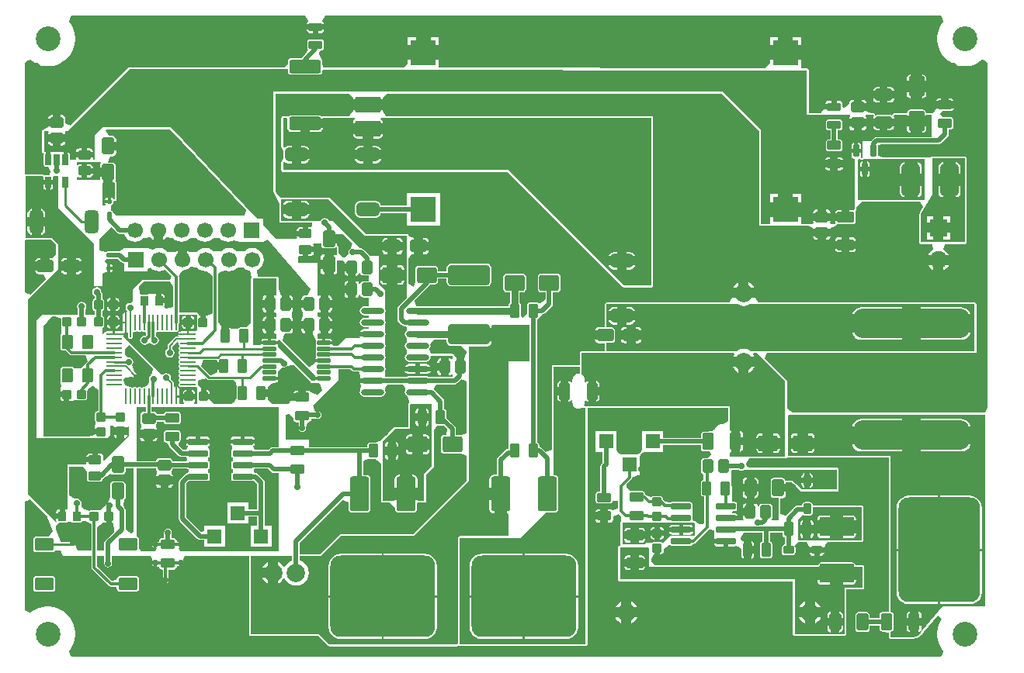
<source format=gtl>
G04*
G04 #@! TF.GenerationSoftware,Altium Limited,Altium Designer,22.7.1 (60)*
G04*
G04 Layer_Physical_Order=1*
G04 Layer_Color=16776960*
%FSLAX43Y43*%
%MOMM*%
G71*
G04*
G04 #@! TF.SameCoordinates,FFDFB18E-E83D-4000-AC95-9D070D3E5886*
G04*
G04*
G04 #@! TF.FilePolarity,Positive*
G04*
G01*
G75*
%ADD10C,0.200*%
%ADD14C,0.300*%
%ADD16C,0.254*%
G04:AMPARAMS|DCode=72|XSize=1.2mm|YSize=1.83mm|CornerRadius=0.15mm|HoleSize=0mm|Usage=FLASHONLY|Rotation=0.000|XOffset=0mm|YOffset=0mm|HoleType=Round|Shape=RoundedRectangle|*
%AMROUNDEDRECTD72*
21,1,1.200,1.530,0,0,0.0*
21,1,0.900,1.830,0,0,0.0*
1,1,0.300,0.450,-0.765*
1,1,0.300,-0.450,-0.765*
1,1,0.300,-0.450,0.765*
1,1,0.300,0.450,0.765*
%
%ADD72ROUNDEDRECTD72*%
G04:AMPARAMS|DCode=73|XSize=1.45mm|YSize=3.43mm|CornerRadius=0.181mm|HoleSize=0mm|Usage=FLASHONLY|Rotation=270.000|XOffset=0mm|YOffset=0mm|HoleType=Round|Shape=RoundedRectangle|*
%AMROUNDEDRECTD73*
21,1,1.450,3.068,0,0,270.0*
21,1,1.087,3.430,0,0,270.0*
1,1,0.363,-1.534,-0.544*
1,1,0.363,-1.534,0.544*
1,1,0.363,1.534,0.544*
1,1,0.363,1.534,-0.544*
%
%ADD73ROUNDEDRECTD73*%
G04:AMPARAMS|DCode=74|XSize=0.91mm|YSize=1.46mm|CornerRadius=0.114mm|HoleSize=0mm|Usage=FLASHONLY|Rotation=270.000|XOffset=0mm|YOffset=0mm|HoleType=Round|Shape=RoundedRectangle|*
%AMROUNDEDRECTD74*
21,1,0.910,1.233,0,0,270.0*
21,1,0.683,1.460,0,0,270.0*
1,1,0.228,-0.616,-0.341*
1,1,0.228,-0.616,0.341*
1,1,0.228,0.616,0.341*
1,1,0.228,0.616,-0.341*
%
%ADD74ROUNDEDRECTD74*%
G04:AMPARAMS|DCode=75|XSize=1.53mm|YSize=1.02mm|CornerRadius=0.127mm|HoleSize=0mm|Usage=FLASHONLY|Rotation=0.000|XOffset=0mm|YOffset=0mm|HoleType=Round|Shape=RoundedRectangle|*
%AMROUNDEDRECTD75*
21,1,1.530,0.765,0,0,0.0*
21,1,1.275,1.020,0,0,0.0*
1,1,0.255,0.638,-0.383*
1,1,0.255,-0.638,-0.383*
1,1,0.255,-0.638,0.383*
1,1,0.255,0.638,0.383*
%
%ADD75ROUNDEDRECTD75*%
G04:AMPARAMS|DCode=76|XSize=1.6mm|YSize=1.25mm|CornerRadius=0.156mm|HoleSize=0mm|Usage=FLASHONLY|Rotation=270.000|XOffset=0mm|YOffset=0mm|HoleType=Round|Shape=RoundedRectangle|*
%AMROUNDEDRECTD76*
21,1,1.600,0.938,0,0,270.0*
21,1,1.288,1.250,0,0,270.0*
1,1,0.313,-0.469,-0.644*
1,1,0.313,-0.469,0.644*
1,1,0.313,0.469,0.644*
1,1,0.313,0.469,-0.644*
%
%ADD76ROUNDEDRECTD76*%
G04:AMPARAMS|DCode=77|XSize=0.68mm|YSize=2.17mm|CornerRadius=0.085mm|HoleSize=0mm|Usage=FLASHONLY|Rotation=270.000|XOffset=0mm|YOffset=0mm|HoleType=Round|Shape=RoundedRectangle|*
%AMROUNDEDRECTD77*
21,1,0.680,2.000,0,0,270.0*
21,1,0.510,2.170,0,0,270.0*
1,1,0.170,-1.000,-0.255*
1,1,0.170,-1.000,0.255*
1,1,0.170,1.000,0.255*
1,1,0.170,1.000,-0.255*
%
%ADD77ROUNDEDRECTD77*%
G04:AMPARAMS|DCode=78|XSize=1.2mm|YSize=1.83mm|CornerRadius=0.15mm|HoleSize=0mm|Usage=FLASHONLY|Rotation=90.000|XOffset=0mm|YOffset=0mm|HoleType=Round|Shape=RoundedRectangle|*
%AMROUNDEDRECTD78*
21,1,1.200,1.530,0,0,90.0*
21,1,0.900,1.830,0,0,90.0*
1,1,0.300,0.765,0.450*
1,1,0.300,0.765,-0.450*
1,1,0.300,-0.765,-0.450*
1,1,0.300,-0.765,0.450*
%
%ADD78ROUNDEDRECTD78*%
G04:AMPARAMS|DCode=79|XSize=0.94mm|YSize=1.03mm|CornerRadius=0.118mm|HoleSize=0mm|Usage=FLASHONLY|Rotation=180.000|XOffset=0mm|YOffset=0mm|HoleType=Round|Shape=RoundedRectangle|*
%AMROUNDEDRECTD79*
21,1,0.940,0.795,0,0,180.0*
21,1,0.705,1.030,0,0,180.0*
1,1,0.235,-0.353,0.398*
1,1,0.235,0.353,0.398*
1,1,0.235,0.353,-0.398*
1,1,0.235,-0.353,-0.398*
%
%ADD79ROUNDEDRECTD79*%
G04:AMPARAMS|DCode=80|XSize=2.1mm|YSize=1.4mm|CornerRadius=0.175mm|HoleSize=0mm|Usage=FLASHONLY|Rotation=0.000|XOffset=0mm|YOffset=0mm|HoleType=Round|Shape=RoundedRectangle|*
%AMROUNDEDRECTD80*
21,1,2.100,1.050,0,0,0.0*
21,1,1.750,1.400,0,0,0.0*
1,1,0.350,0.875,-0.525*
1,1,0.350,-0.875,-0.525*
1,1,0.350,-0.875,0.525*
1,1,0.350,0.875,0.525*
%
%ADD80ROUNDEDRECTD80*%
%ADD81O,1.800X0.250*%
%ADD82O,0.250X1.800*%
G04:AMPARAMS|DCode=83|XSize=0.5mm|YSize=0.5mm|CornerRadius=0.063mm|HoleSize=0mm|Usage=FLASHONLY|Rotation=90.000|XOffset=0mm|YOffset=0mm|HoleType=Round|Shape=RoundedRectangle|*
%AMROUNDEDRECTD83*
21,1,0.500,0.375,0,0,90.0*
21,1,0.375,0.500,0,0,90.0*
1,1,0.125,0.188,0.188*
1,1,0.125,0.188,-0.188*
1,1,0.125,-0.188,-0.188*
1,1,0.125,-0.188,0.188*
%
%ADD83ROUNDEDRECTD83*%
G04:AMPARAMS|DCode=84|XSize=1.36mm|YSize=1.81mm|CornerRadius=0.17mm|HoleSize=0mm|Usage=FLASHONLY|Rotation=0.000|XOffset=0mm|YOffset=0mm|HoleType=Round|Shape=RoundedRectangle|*
%AMROUNDEDRECTD84*
21,1,1.360,1.470,0,0,0.0*
21,1,1.020,1.810,0,0,0.0*
1,1,0.340,0.510,-0.735*
1,1,0.340,-0.510,-0.735*
1,1,0.340,-0.510,0.735*
1,1,0.340,0.510,0.735*
%
%ADD84ROUNDEDRECTD84*%
G04:AMPARAMS|DCode=85|XSize=1.45mm|YSize=0.45mm|CornerRadius=0.056mm|HoleSize=0mm|Usage=FLASHONLY|Rotation=0.000|XOffset=0mm|YOffset=0mm|HoleType=Round|Shape=RoundedRectangle|*
%AMROUNDEDRECTD85*
21,1,1.450,0.338,0,0,0.0*
21,1,1.337,0.450,0,0,0.0*
1,1,0.113,0.669,-0.169*
1,1,0.113,-0.669,-0.169*
1,1,0.113,-0.669,0.169*
1,1,0.113,0.669,0.169*
%
%ADD85ROUNDEDRECTD85*%
G04:AMPARAMS|DCode=86|XSize=1.74mm|YSize=2.17mm|CornerRadius=0.217mm|HoleSize=0mm|Usage=FLASHONLY|Rotation=90.000|XOffset=0mm|YOffset=0mm|HoleType=Round|Shape=RoundedRectangle|*
%AMROUNDEDRECTD86*
21,1,1.740,1.735,0,0,90.0*
21,1,1.305,2.170,0,0,90.0*
1,1,0.435,0.868,0.653*
1,1,0.435,0.868,-0.653*
1,1,0.435,-0.868,-0.653*
1,1,0.435,-0.868,0.653*
%
%ADD86ROUNDEDRECTD86*%
%ADD87O,2.500X0.700*%
G04:AMPARAMS|DCode=88|XSize=0.61mm|YSize=1.26mm|CornerRadius=0.076mm|HoleSize=0mm|Usage=FLASHONLY|Rotation=0.000|XOffset=0mm|YOffset=0mm|HoleType=Round|Shape=RoundedRectangle|*
%AMROUNDEDRECTD88*
21,1,0.610,1.108,0,0,0.0*
21,1,0.458,1.260,0,0,0.0*
1,1,0.153,0.229,-0.554*
1,1,0.153,-0.229,-0.554*
1,1,0.153,-0.229,0.554*
1,1,0.153,0.229,0.554*
%
%ADD88ROUNDEDRECTD88*%
G04:AMPARAMS|DCode=89|XSize=2.5mm|YSize=1.5mm|CornerRadius=0.375mm|HoleSize=0mm|Usage=FLASHONLY|Rotation=270.000|XOffset=0mm|YOffset=0mm|HoleType=Round|Shape=RoundedRectangle|*
%AMROUNDEDRECTD89*
21,1,2.500,0.750,0,0,270.0*
21,1,1.750,1.500,0,0,270.0*
1,1,0.750,-0.375,-0.875*
1,1,0.750,-0.375,0.875*
1,1,0.750,0.375,0.875*
1,1,0.750,0.375,-0.875*
%
%ADD89ROUNDEDRECTD89*%
G04:AMPARAMS|DCode=90|XSize=0.94mm|YSize=1.03mm|CornerRadius=0.118mm|HoleSize=0mm|Usage=FLASHONLY|Rotation=90.000|XOffset=0mm|YOffset=0mm|HoleType=Round|Shape=RoundedRectangle|*
%AMROUNDEDRECTD90*
21,1,0.940,0.795,0,0,90.0*
21,1,0.705,1.030,0,0,90.0*
1,1,0.235,0.398,0.353*
1,1,0.235,0.398,-0.353*
1,1,0.235,-0.398,-0.353*
1,1,0.235,-0.398,0.353*
%
%ADD90ROUNDEDRECTD90*%
G04:AMPARAMS|DCode=91|XSize=0.87mm|YSize=1.2mm|CornerRadius=0.217mm|HoleSize=0mm|Usage=FLASHONLY|Rotation=90.000|XOffset=0mm|YOffset=0mm|HoleType=Round|Shape=RoundedRectangle|*
%AMROUNDEDRECTD91*
21,1,0.870,0.765,0,0,90.0*
21,1,0.435,1.200,0,0,90.0*
1,1,0.435,0.383,0.217*
1,1,0.435,0.383,-0.217*
1,1,0.435,-0.383,-0.217*
1,1,0.435,-0.383,0.217*
%
%ADD91ROUNDEDRECTD91*%
G04:AMPARAMS|DCode=92|XSize=1.53mm|YSize=1.02mm|CornerRadius=0.127mm|HoleSize=0mm|Usage=FLASHONLY|Rotation=90.000|XOffset=0mm|YOffset=0mm|HoleType=Round|Shape=RoundedRectangle|*
%AMROUNDEDRECTD92*
21,1,1.530,0.765,0,0,90.0*
21,1,1.275,1.020,0,0,90.0*
1,1,0.255,0.383,0.638*
1,1,0.255,0.383,-0.638*
1,1,0.255,-0.383,-0.638*
1,1,0.255,-0.383,0.638*
%
%ADD92ROUNDEDRECTD92*%
G04:AMPARAMS|DCode=93|XSize=1.21mm|YSize=1.46mm|CornerRadius=0.151mm|HoleSize=0mm|Usage=FLASHONLY|Rotation=180.000|XOffset=0mm|YOffset=0mm|HoleType=Round|Shape=RoundedRectangle|*
%AMROUNDEDRECTD93*
21,1,1.210,1.158,0,0,180.0*
21,1,0.907,1.460,0,0,180.0*
1,1,0.303,-0.454,0.579*
1,1,0.303,0.454,0.579*
1,1,0.303,0.454,-0.579*
1,1,0.303,-0.454,-0.579*
%
%ADD93ROUNDEDRECTD93*%
G04:AMPARAMS|DCode=94|XSize=1.28mm|YSize=1.87mm|CornerRadius=0.16mm|HoleSize=0mm|Usage=FLASHONLY|Rotation=180.000|XOffset=0mm|YOffset=0mm|HoleType=Round|Shape=RoundedRectangle|*
%AMROUNDEDRECTD94*
21,1,1.280,1.550,0,0,180.0*
21,1,0.960,1.870,0,0,180.0*
1,1,0.320,-0.480,0.775*
1,1,0.320,0.480,0.775*
1,1,0.320,0.480,-0.775*
1,1,0.320,-0.480,-0.775*
%
%ADD94ROUNDEDRECTD94*%
G04:AMPARAMS|DCode=95|XSize=11.43mm|YSize=8.89mm|CornerRadius=1.111mm|HoleSize=0mm|Usage=FLASHONLY|Rotation=270.000|XOffset=0mm|YOffset=0mm|HoleType=Round|Shape=RoundedRectangle|*
%AMROUNDEDRECTD95*
21,1,11.430,6.668,0,0,270.0*
21,1,9.208,8.890,0,0,270.0*
1,1,2.223,-3.334,-4.604*
1,1,2.223,-3.334,4.604*
1,1,2.223,3.334,4.604*
1,1,2.223,3.334,-4.604*
%
%ADD95ROUNDEDRECTD95*%
G04:AMPARAMS|DCode=96|XSize=2.08mm|YSize=3.81mm|CornerRadius=0.26mm|HoleSize=0mm|Usage=FLASHONLY|Rotation=270.000|XOffset=0mm|YOffset=0mm|HoleType=Round|Shape=RoundedRectangle|*
%AMROUNDEDRECTD96*
21,1,2.080,3.290,0,0,270.0*
21,1,1.560,3.810,0,0,270.0*
1,1,0.520,-1.645,-0.780*
1,1,0.520,-1.645,0.780*
1,1,0.520,1.645,0.780*
1,1,0.520,1.645,-0.780*
%
%ADD96ROUNDEDRECTD96*%
G04:AMPARAMS|DCode=97|XSize=12.5mm|YSize=3.15mm|CornerRadius=0.788mm|HoleSize=0mm|Usage=FLASHONLY|Rotation=0.000|XOffset=0mm|YOffset=0mm|HoleType=Round|Shape=RoundedRectangle|*
%AMROUNDEDRECTD97*
21,1,12.500,1.575,0,0,0.0*
21,1,10.925,3.150,0,0,0.0*
1,1,1.575,5.463,-0.788*
1,1,1.575,-5.463,-0.788*
1,1,1.575,-5.463,0.788*
1,1,1.575,5.463,0.788*
%
%ADD97ROUNDEDRECTD97*%
G04:AMPARAMS|DCode=98|XSize=1.36mm|YSize=1.81mm|CornerRadius=0.17mm|HoleSize=0mm|Usage=FLASHONLY|Rotation=270.000|XOffset=0mm|YOffset=0mm|HoleType=Round|Shape=RoundedRectangle|*
%AMROUNDEDRECTD98*
21,1,1.360,1.470,0,0,270.0*
21,1,1.020,1.810,0,0,270.0*
1,1,0.340,-0.735,-0.510*
1,1,0.340,-0.735,0.510*
1,1,0.340,0.735,0.510*
1,1,0.340,0.735,-0.510*
%
%ADD98ROUNDEDRECTD98*%
G04:AMPARAMS|DCode=99|XSize=2.5mm|YSize=1.5mm|CornerRadius=0.375mm|HoleSize=0mm|Usage=FLASHONLY|Rotation=0.000|XOffset=0mm|YOffset=0mm|HoleType=Round|Shape=RoundedRectangle|*
%AMROUNDEDRECTD99*
21,1,2.500,0.750,0,0,0.0*
21,1,1.750,1.500,0,0,0.0*
1,1,0.750,0.875,-0.375*
1,1,0.750,-0.875,-0.375*
1,1,0.750,-0.875,0.375*
1,1,0.750,0.875,0.375*
%
%ADD99ROUNDEDRECTD99*%
G04:AMPARAMS|DCode=100|XSize=0.61mm|YSize=1.35mm|CornerRadius=0.076mm|HoleSize=0mm|Usage=FLASHONLY|Rotation=0.000|XOffset=0mm|YOffset=0mm|HoleType=Round|Shape=RoundedRectangle|*
%AMROUNDEDRECTD100*
21,1,0.610,1.198,0,0,0.0*
21,1,0.458,1.350,0,0,0.0*
1,1,0.153,0.229,-0.599*
1,1,0.153,-0.229,-0.599*
1,1,0.153,-0.229,0.599*
1,1,0.153,0.229,0.599*
%
%ADD100ROUNDEDRECTD100*%
G04:AMPARAMS|DCode=101|XSize=1.74mm|YSize=2.17mm|CornerRadius=0.217mm|HoleSize=0mm|Usage=FLASHONLY|Rotation=180.000|XOffset=0mm|YOffset=0mm|HoleType=Round|Shape=RoundedRectangle|*
%AMROUNDEDRECTD101*
21,1,1.740,1.735,0,0,180.0*
21,1,1.305,2.170,0,0,180.0*
1,1,0.435,-0.653,0.868*
1,1,0.435,0.653,0.868*
1,1,0.435,0.653,-0.868*
1,1,0.435,-0.653,-0.868*
%
%ADD101ROUNDEDRECTD101*%
G04:AMPARAMS|DCode=102|XSize=1.95mm|YSize=3.4mm|CornerRadius=0.244mm|HoleSize=0mm|Usage=FLASHONLY|Rotation=180.000|XOffset=0mm|YOffset=0mm|HoleType=Round|Shape=RoundedRectangle|*
%AMROUNDEDRECTD102*
21,1,1.950,2.913,0,0,180.0*
21,1,1.463,3.400,0,0,180.0*
1,1,0.488,-0.731,1.456*
1,1,0.488,0.731,1.456*
1,1,0.488,0.731,-1.456*
1,1,0.488,-0.731,-1.456*
%
%ADD102ROUNDEDRECTD102*%
G04:AMPARAMS|DCode=103|XSize=1.21mm|YSize=1.46mm|CornerRadius=0.151mm|HoleSize=0mm|Usage=FLASHONLY|Rotation=270.000|XOffset=0mm|YOffset=0mm|HoleType=Round|Shape=RoundedRectangle|*
%AMROUNDEDRECTD103*
21,1,1.210,1.158,0,0,270.0*
21,1,0.907,1.460,0,0,270.0*
1,1,0.303,-0.579,-0.454*
1,1,0.303,-0.579,0.454*
1,1,0.303,0.579,0.454*
1,1,0.303,0.579,-0.454*
%
%ADD103ROUNDEDRECTD103*%
G04:AMPARAMS|DCode=104|XSize=1.28mm|YSize=1.87mm|CornerRadius=0.16mm|HoleSize=0mm|Usage=FLASHONLY|Rotation=270.000|XOffset=0mm|YOffset=0mm|HoleType=Round|Shape=RoundedRectangle|*
%AMROUNDEDRECTD104*
21,1,1.280,1.550,0,0,270.0*
21,1,0.960,1.870,0,0,270.0*
1,1,0.320,-0.775,-0.480*
1,1,0.320,-0.775,0.480*
1,1,0.320,0.775,0.480*
1,1,0.320,0.775,-0.480*
%
%ADD104ROUNDEDRECTD104*%
G04:AMPARAMS|DCode=105|XSize=11.43mm|YSize=8.89mm|CornerRadius=1.111mm|HoleSize=0mm|Usage=FLASHONLY|Rotation=180.000|XOffset=0mm|YOffset=0mm|HoleType=Round|Shape=RoundedRectangle|*
%AMROUNDEDRECTD105*
21,1,11.430,6.668,0,0,180.0*
21,1,9.208,8.890,0,0,180.0*
1,1,2.223,-4.604,3.334*
1,1,2.223,4.604,3.334*
1,1,2.223,4.604,-3.334*
1,1,2.223,-4.604,-3.334*
%
%ADD105ROUNDEDRECTD105*%
G04:AMPARAMS|DCode=106|XSize=2.08mm|YSize=3.81mm|CornerRadius=0.26mm|HoleSize=0mm|Usage=FLASHONLY|Rotation=180.000|XOffset=0mm|YOffset=0mm|HoleType=Round|Shape=RoundedRectangle|*
%AMROUNDEDRECTD106*
21,1,2.080,3.290,0,0,180.0*
21,1,1.560,3.810,0,0,180.0*
1,1,0.520,-0.780,1.645*
1,1,0.520,0.780,1.645*
1,1,0.520,0.780,-1.645*
1,1,0.520,-0.780,-1.645*
%
%ADD106ROUNDEDRECTD106*%
G04:AMPARAMS|DCode=107|XSize=2.15mm|YSize=4.53mm|CornerRadius=0.269mm|HoleSize=0mm|Usage=FLASHONLY|Rotation=270.000|XOffset=0mm|YOffset=0mm|HoleType=Round|Shape=RoundedRectangle|*
%AMROUNDEDRECTD107*
21,1,2.150,3.993,0,0,270.0*
21,1,1.613,4.530,0,0,270.0*
1,1,0.538,-1.996,-0.806*
1,1,0.538,-1.996,0.806*
1,1,0.538,1.996,0.806*
1,1,0.538,1.996,-0.806*
%
%ADD107ROUNDEDRECTD107*%
G04:AMPARAMS|DCode=108|XSize=0.92mm|YSize=1.08mm|CornerRadius=0.115mm|HoleSize=0mm|Usage=FLASHONLY|Rotation=180.000|XOffset=0mm|YOffset=0mm|HoleType=Round|Shape=RoundedRectangle|*
%AMROUNDEDRECTD108*
21,1,0.920,0.850,0,0,180.0*
21,1,0.690,1.080,0,0,180.0*
1,1,0.230,-0.345,0.425*
1,1,0.230,0.345,0.425*
1,1,0.230,0.345,-0.425*
1,1,0.230,-0.345,-0.425*
%
%ADD108ROUNDEDRECTD108*%
G04:AMPARAMS|DCode=109|XSize=1mm|YSize=1.4mm|CornerRadius=0.125mm|HoleSize=0mm|Usage=FLASHONLY|Rotation=270.000|XOffset=0mm|YOffset=0mm|HoleType=Round|Shape=RoundedRectangle|*
%AMROUNDEDRECTD109*
21,1,1.000,1.150,0,0,270.0*
21,1,0.750,1.400,0,0,270.0*
1,1,0.250,-0.575,-0.375*
1,1,0.250,-0.575,0.375*
1,1,0.250,0.575,0.375*
1,1,0.250,0.575,-0.375*
%
%ADD109ROUNDEDRECTD109*%
G04:AMPARAMS|DCode=110|XSize=1.05mm|YSize=1.07mm|CornerRadius=0.131mm|HoleSize=0mm|Usage=FLASHONLY|Rotation=90.000|XOffset=0mm|YOffset=0mm|HoleType=Round|Shape=RoundedRectangle|*
%AMROUNDEDRECTD110*
21,1,1.050,0.807,0,0,90.0*
21,1,0.788,1.070,0,0,90.0*
1,1,0.263,0.404,0.394*
1,1,0.263,0.404,-0.394*
1,1,0.263,-0.404,-0.394*
1,1,0.263,-0.404,0.394*
%
%ADD110ROUNDEDRECTD110*%
G04:AMPARAMS|DCode=111|XSize=1.76mm|YSize=2.82mm|CornerRadius=0.22mm|HoleSize=0mm|Usage=FLASHONLY|Rotation=270.000|XOffset=0mm|YOffset=0mm|HoleType=Round|Shape=RoundedRectangle|*
%AMROUNDEDRECTD111*
21,1,1.760,2.380,0,0,270.0*
21,1,1.320,2.820,0,0,270.0*
1,1,0.440,-1.190,-0.660*
1,1,0.440,-1.190,0.660*
1,1,0.440,1.190,0.660*
1,1,0.440,1.190,-0.660*
%
%ADD111ROUNDEDRECTD111*%
G04:AMPARAMS|DCode=112|XSize=0.87mm|YSize=1.2mm|CornerRadius=0.217mm|HoleSize=0mm|Usage=FLASHONLY|Rotation=0.000|XOffset=0mm|YOffset=0mm|HoleType=Round|Shape=RoundedRectangle|*
%AMROUNDEDRECTD112*
21,1,0.870,0.765,0,0,0.0*
21,1,0.435,1.200,0,0,0.0*
1,1,0.435,0.217,-0.383*
1,1,0.435,-0.217,-0.383*
1,1,0.435,-0.217,0.383*
1,1,0.435,0.217,0.383*
%
%ADD112ROUNDEDRECTD112*%
%ADD113C,0.500*%
%ADD114C,0.750*%
%ADD115C,1.700*%
%ADD116R,1.700X1.700*%
%ADD117C,2.700*%
%ADD118R,2.800X2.800*%
%ADD119R,1.500X1.500*%
%ADD120C,2.000*%
%ADD121R,1.900X1.900*%
%ADD122C,1.900*%
%ADD123C,0.700*%
G36*
X150853Y107196D02*
X150927Y106900D01*
X150750Y106670D01*
X150554Y106330D01*
X150403Y105966D01*
X150301Y105587D01*
X150250Y105197D01*
Y104803D01*
X150301Y104413D01*
X150403Y104034D01*
X150554Y103670D01*
X150750Y103330D01*
X150990Y103018D01*
X151268Y102740D01*
X151580Y102500D01*
X151920Y102304D01*
X152284Y102153D01*
X152663Y102051D01*
X153053Y102000D01*
X153447D01*
X153837Y102051D01*
X154216Y102153D01*
X154580Y102304D01*
X154920Y102500D01*
X155150Y102677D01*
X155446Y102603D01*
X155750Y102409D01*
Y64690D01*
X155500Y64154D01*
X155188Y64154D01*
X134454Y64154D01*
X133883Y64632D01*
X133854Y64700D01*
Y67625D01*
X133838Y67703D01*
X133794Y67769D01*
X133794Y67769D01*
X131447Y70117D01*
X131676Y70671D01*
X154013Y70671D01*
X154325Y70671D01*
X154325Y70671D01*
X154403Y70687D01*
X154469Y70731D01*
X154513Y70797D01*
X154529Y70875D01*
X154529Y70875D01*
X154529Y71187D01*
X154529Y76000D01*
X154513Y76078D01*
X154469Y76144D01*
X154403Y76188D01*
X154325Y76204D01*
X130754Y76204D01*
X130657Y76279D01*
X130445Y76675D01*
X129143D01*
X127841D01*
X127629Y76279D01*
X127532Y76204D01*
X114200Y76204D01*
X114122Y76188D01*
X114056Y76144D01*
X114012Y76078D01*
X113996Y76000D01*
Y73512D01*
X113302D01*
X113158Y73484D01*
X113035Y73402D01*
X112953Y73279D01*
X112925Y73135D01*
Y73125D01*
X114037D01*
Y72125D01*
X112925D01*
Y72115D01*
X112953Y71971D01*
X113035Y71848D01*
X113158Y71766D01*
X113302Y71738D01*
X113996D01*
Y70879D01*
X111462D01*
X111384Y70863D01*
X111317Y70819D01*
X111273Y70753D01*
X111258Y70675D01*
Y69379D01*
X108400Y69379D01*
X108322Y69363D01*
X108256Y69319D01*
X108212Y69253D01*
X108196Y69175D01*
Y60109D01*
X107596Y59861D01*
X107168Y60288D01*
X107036Y60377D01*
X106880Y60408D01*
X106853Y60603D01*
X106848Y60638D01*
X106826Y60746D01*
X106765Y60838D01*
X106673Y60899D01*
X106590Y60915D01*
Y74385D01*
X106673Y74401D01*
X106765Y74462D01*
X106826Y74554D01*
X107173Y74892D01*
X107329Y74923D01*
X107461Y75012D01*
X108218Y75769D01*
X108307Y75901D01*
X108338Y76057D01*
Y77314D01*
X108797D01*
X108941Y77342D01*
X109062Y77423D01*
X109144Y77545D01*
X109172Y77688D01*
Y78993D01*
X109144Y79137D01*
X109062Y79258D01*
X108941Y79339D01*
X108797Y79368D01*
X107062D01*
X106919Y79339D01*
X106798Y79258D01*
X106716Y79137D01*
X106688Y78993D01*
Y77688D01*
X106716Y77545D01*
X106798Y77423D01*
X106919Y77342D01*
X107062Y77314D01*
X107522D01*
Y76572D01*
X106966Y76121D01*
X106765Y76138D01*
X106673Y76199D01*
X106565Y76220D01*
X105800D01*
X105692Y76199D01*
X105600Y76138D01*
X105539Y76046D01*
X105517Y75938D01*
Y75020D01*
X105109Y74550D01*
X104833Y74662D01*
Y75938D01*
X104811Y76046D01*
X104750Y76138D01*
X104703Y76169D01*
Y77314D01*
X105037D01*
X105181Y77342D01*
X105302Y77423D01*
X105384Y77545D01*
X105412Y77688D01*
Y78993D01*
X105384Y79137D01*
X105302Y79258D01*
X105181Y79339D01*
X105037Y79368D01*
X103302D01*
X103159Y79339D01*
X103038Y79258D01*
X102956Y79137D01*
X102928Y78993D01*
Y77688D01*
X102956Y77545D01*
X103038Y77423D01*
X103159Y77342D01*
X103302Y77314D01*
X103632D01*
Y76169D01*
X103585Y76138D01*
X103524Y76046D01*
X103502Y75938D01*
Y75825D01*
X93575D01*
X93482Y75807D01*
X93431Y75843D01*
X93227Y76400D01*
X94868Y78042D01*
X94868Y78042D01*
X94956Y78173D01*
X95448D01*
X95591Y78201D01*
X95712Y78283D01*
X95794Y78404D01*
X95822Y78548D01*
Y78792D01*
X96752D01*
Y78394D01*
X96784Y78230D01*
X96877Y78092D01*
X97015Y77999D01*
X97179Y77967D01*
X101171D01*
X101335Y77999D01*
X101473Y78092D01*
X101566Y78230D01*
X101598Y78394D01*
Y80006D01*
X101566Y80170D01*
X101473Y80308D01*
X101335Y80401D01*
X101171Y80433D01*
X97179D01*
X97015Y80401D01*
X96877Y80308D01*
X96784Y80170D01*
X96752Y80006D01*
Y79608D01*
X95822D01*
Y79853D01*
X95794Y79996D01*
X95712Y80117D01*
X95591Y80199D01*
X95448Y80227D01*
X93713D01*
X93569Y80199D01*
X93448Y80117D01*
X93366Y79996D01*
X93338Y79853D01*
Y78548D01*
X93366Y78404D01*
X93152Y77923D01*
X92604Y78226D01*
X92604Y80953D01*
X92940Y81463D01*
X93175D01*
Y82350D01*
Y83249D01*
X92732Y83424D01*
X92588Y83553D01*
X92544Y83619D01*
X92478Y83663D01*
X92400Y83679D01*
X87906Y83679D01*
X83980Y87605D01*
X83914Y87649D01*
X83836Y87665D01*
X78997Y87665D01*
X78685Y87665D01*
X78238Y88034D01*
X78193Y88082D01*
X78054Y88393D01*
X78054Y98996D01*
X86098Y98996D01*
X86225Y98892D01*
X86532Y98450D01*
X86532Y98396D01*
Y98390D01*
X88150D01*
X89768D01*
Y98396D01*
X89785Y98475D01*
X90075Y98892D01*
X90202Y98996D01*
X126766Y98996D01*
X130846Y94916D01*
X130846Y85087D01*
X130846Y84775D01*
X130846Y84775D01*
X130862Y84697D01*
X130906Y84631D01*
X130972Y84587D01*
X131050Y84571D01*
X131050Y84571D01*
X131300Y84571D01*
X131900Y84550D01*
Y84550D01*
X135500D01*
Y84571D01*
X136159D01*
X136709Y84308D01*
X136709Y84282D01*
X137650D01*
Y83852D01*
D01*
Y84282D01*
X138591D01*
X138591Y84308D01*
X139035Y84539D01*
X139126Y84577D01*
X139156Y84580D01*
X139165Y84585D01*
X139174Y84587D01*
X139199Y84603D01*
X139226Y84617D01*
X139232Y84625D01*
X139241Y84631D01*
X139257Y84656D01*
X139276Y84679D01*
X139318Y84757D01*
X139368Y84769D01*
X139485Y84746D01*
X141015D01*
X141132Y84769D01*
X141231Y84836D01*
X141298Y84935D01*
X141321Y85052D01*
Y85952D01*
X141298Y86069D01*
X141321Y86163D01*
X141348Y86178D01*
X141370Y86197D01*
X141394Y86213D01*
X141400Y86222D01*
X141409Y86229D01*
X141422Y86255D01*
X141438Y86279D01*
X141441Y86290D01*
X141446Y86300D01*
X141448Y86329D01*
X141454Y86357D01*
Y86638D01*
X141468Y86694D01*
X142054Y87221D01*
X148335Y87221D01*
X148687Y86621D01*
X148297Y85921D01*
X148293Y85909D01*
X148287Y85899D01*
X148281Y85872D01*
X148272Y85845D01*
X148273Y85833D01*
X148271Y85821D01*
X148271Y83087D01*
X148271Y82775D01*
X148271Y82775D01*
X148287Y82697D01*
X148331Y82631D01*
X148397Y82587D01*
X148475Y82571D01*
X148475Y82571D01*
X148787Y82571D01*
X149696Y82571D01*
X149815Y81971D01*
X149745Y81942D01*
X149483Y81742D01*
X149283Y81480D01*
X149250Y81400D01*
X150375D01*
X151500D01*
X151467Y81480D01*
X151267Y81742D01*
X151005Y81942D01*
X150935Y81971D01*
X151054Y82571D01*
X153250Y82571D01*
X153328Y82587D01*
X153394Y82631D01*
X153438Y82697D01*
X153454Y82775D01*
X153454Y91925D01*
X153438Y92003D01*
X153394Y92069D01*
X153328Y92113D01*
X153250Y92129D01*
X150012Y92129D01*
X149700Y92129D01*
X149700Y92129D01*
X149622Y92113D01*
X149594Y92095D01*
X149472Y92058D01*
X149391Y92047D01*
X149069Y92030D01*
X148928Y92038D01*
X148928Y92038D01*
X148908Y92042D01*
X148850Y92054D01*
X144347Y92054D01*
X143759Y92176D01*
Y93374D01*
X144342Y93460D01*
X150358D01*
X150358Y93460D01*
X150514Y93491D01*
X150646Y93579D01*
X151374Y94307D01*
X151374Y94307D01*
X151463Y94439D01*
X151494Y94595D01*
Y95117D01*
X151723D01*
X151832Y95138D01*
X151924Y95200D01*
X151985Y95291D01*
X152006Y95400D01*
Y96165D01*
X151985Y96273D01*
X151924Y96365D01*
X151832Y96426D01*
X151723Y96448D01*
X150841D01*
X150605Y96796D01*
X150837Y97081D01*
X151723D01*
X151851Y97106D01*
X151960Y97179D01*
X152032Y97287D01*
X152048Y97367D01*
X150106D01*
X150103Y97353D01*
X150085Y97255D01*
X149950Y97075D01*
X149907Y97026D01*
X149726Y96882D01*
X149673Y96869D01*
X149364Y96869D01*
X149064D01*
X149056Y96867D01*
X149013Y96902D01*
X148985Y97046D01*
X148903Y97167D01*
X148782Y97248D01*
X148638Y97277D01*
X147333D01*
X147190Y97248D01*
X147069Y97167D01*
X146987Y97046D01*
X146959Y96902D01*
X146359Y96869D01*
X145561Y96869D01*
X145531Y96863D01*
X145502Y96860D01*
X145493Y96855D01*
X145483Y96853D01*
X145458Y96836D01*
X145432Y96822D01*
X145425Y96814D01*
X145417Y96809D01*
X145400Y96784D01*
X145381Y96761D01*
X145358Y96717D01*
X145308Y96640D01*
X145187Y96664D01*
X143637D01*
X143516Y96640D01*
X143466Y96717D01*
X143443Y96761D01*
X143424Y96784D01*
X143407Y96809D01*
X143399Y96814D01*
X143392Y96822D01*
X143366Y96836D01*
X143341Y96853D01*
X143331Y96855D01*
X143322Y96860D01*
X143292Y96863D01*
X143263Y96869D01*
X143097D01*
X142523Y97056D01*
Y97080D01*
X141586D01*
Y97510D01*
X141156D01*
Y98322D01*
X141007D01*
X140870Y98294D01*
X140754Y98217D01*
X140676Y98100D01*
X140649Y97963D01*
Y97928D01*
X140260Y97545D01*
X140049Y97486D01*
X139936Y97564D01*
Y97901D01*
X139912Y98023D01*
X139843Y98127D01*
X139739Y98196D01*
X139616Y98221D01*
X139300D01*
Y97560D01*
X139000D01*
Y97260D01*
X137905D01*
X137650Y96923D01*
X137582Y96874D01*
X137568Y96869D01*
X136229D01*
X136229Y101550D01*
X136229Y101550D01*
Y101550D01*
X136221Y101589D01*
X136214Y101628D01*
X136213Y101628D01*
X136213Y101628D01*
X136191Y101661D01*
X136169Y101694D01*
X136169Y101694D01*
X136169Y101694D01*
X136136Y101716D01*
X136103Y101738D01*
X136103Y101738D01*
X136103Y101738D01*
X136103Y101738D01*
X136064Y101746D01*
X136025Y101754D01*
X136025Y101754D01*
X135983Y101754D01*
X135400Y101795D01*
X135400Y102355D01*
Y102695D01*
X133700D01*
X132000D01*
Y102361D01*
X131413Y101763D01*
X95900Y101829D01*
Y102695D01*
X94200D01*
Y103495D01*
D01*
Y102695D01*
X92500D01*
Y102260D01*
X92075Y101836D01*
X83278Y101852D01*
X83188Y102436D01*
Y102526D01*
X83162Y102656D01*
X83089Y102765D01*
X83053Y102789D01*
X82903Y103119D01*
X82850Y103315D01*
X82850Y103464D01*
X83039Y103729D01*
X83058D01*
X83161Y103749D01*
X83248Y103807D01*
X83306Y103895D01*
X83327Y103998D01*
Y104680D01*
X83306Y104783D01*
X83248Y104870D01*
X83161Y104929D01*
X83058Y104949D01*
X81825D01*
X81722Y104929D01*
X81635Y104870D01*
X81577Y104783D01*
X81556Y104680D01*
Y103998D01*
X81577Y103895D01*
X81635Y103807D01*
X81302Y103308D01*
X81028Y103035D01*
X80940Y102902D01*
X80932Y102864D01*
X79783D01*
X79654Y102838D01*
X79544Y102765D01*
X79471Y102656D01*
X79445Y102526D01*
Y102284D01*
X79020Y101860D01*
X62188Y101891D01*
X62188Y101891D01*
X62188Y101891D01*
X62148Y101884D01*
X62110Y101876D01*
X62110Y101876D01*
X62109Y101876D01*
X62077Y101854D01*
X62044Y101832D01*
X62043Y101832D01*
X62043Y101832D01*
X55762Y95550D01*
X55162Y95799D01*
Y96299D01*
X55135Y96436D01*
X55057Y96552D01*
X54941Y96630D01*
X54804Y96657D01*
X54655D01*
Y95845D01*
X54225D01*
Y95415D01*
X53278D01*
X53277Y95401D01*
X53097Y95283D01*
X52758Y95091D01*
X52747Y95088D01*
X52681Y95044D01*
X52637Y94978D01*
X52621Y94900D01*
Y92691D01*
X52625Y92672D01*
X52625Y92652D01*
X52633Y92633D01*
X52637Y92613D01*
X52647Y92597D01*
X52655Y92579D01*
X52669Y92564D01*
X52681Y92547D01*
X52698Y92535D01*
X52711Y92522D01*
X52812Y92454D01*
X52824Y92449D01*
X52833Y92442D01*
X52816Y92354D01*
Y91246D01*
X52833Y91158D01*
X52883Y91083D01*
X52958Y91033D01*
X53046Y91016D01*
X53253D01*
X53566Y90535D01*
X53414Y90177D01*
X53343Y90134D01*
X53046D01*
X52958Y90117D01*
X52850Y90119D01*
X52825Y90136D01*
X52802Y90155D01*
X52793Y90158D01*
X52784Y90163D01*
X52755Y90169D01*
X52726Y90178D01*
X52716Y90177D01*
X52706Y90179D01*
X50800Y90179D01*
X50750Y90220D01*
Y102409D01*
X51054Y102603D01*
X51350Y102677D01*
X51580Y102500D01*
X51920Y102304D01*
X52284Y102153D01*
X52663Y102051D01*
X53053Y102000D01*
X53447D01*
X53837Y102051D01*
X54216Y102153D01*
X54580Y102304D01*
X54920Y102500D01*
X55232Y102740D01*
X55510Y103018D01*
X55750Y103330D01*
X55946Y103670D01*
X56097Y104034D01*
X56199Y104413D01*
X56250Y104803D01*
Y105197D01*
X56199Y105587D01*
X56097Y105966D01*
X55946Y106330D01*
X55750Y106670D01*
X55573Y106900D01*
X55647Y107196D01*
X55841Y107500D01*
X81336D01*
X81671Y106944D01*
X81665Y106900D01*
X81599Y106856D01*
X81530Y106753D01*
X81505Y106630D01*
Y106589D01*
X82442D01*
X83378D01*
Y106630D01*
X83353Y106753D01*
X83284Y106856D01*
X83219Y106900D01*
X83212Y106944D01*
X83548Y107500D01*
X150659D01*
X150853Y107196D01*
D02*
G37*
G36*
X79445Y101655D02*
Y101439D01*
X79471Y101310D01*
X79544Y101200D01*
X79654Y101127D01*
X79783Y101101D01*
X82850D01*
X82980Y101127D01*
X83089Y101200D01*
X83162Y101310D01*
X83188Y101439D01*
Y101559D01*
X83278Y101648D01*
X136025Y101550D01*
X136025Y96665D01*
X140732Y96665D01*
X140770Y96538D01*
X140754Y96527D01*
X140676Y96410D01*
X140649Y96273D01*
Y96250D01*
X141586D01*
X142523D01*
Y96273D01*
X142496Y96410D01*
X142418Y96527D01*
X142401Y96538D01*
X142440Y96665D01*
X143263D01*
X143331Y96538D01*
X143298Y96488D01*
X143270Y96348D01*
Y96298D01*
X144412D01*
X145554D01*
Y96348D01*
X145526Y96488D01*
X145493Y96538D01*
X145561Y96665D01*
X146908Y96665D01*
Y96635D01*
X147986D01*
X149064D01*
Y96665D01*
X149673D01*
X149673Y94365D01*
X149583Y94275D01*
X143637D01*
X143637Y94275D01*
X143481Y94244D01*
X143349Y94156D01*
X143349Y94156D01*
X143043Y93850D01*
X142075D01*
Y91989D01*
X141983Y91978D01*
X141891Y92076D01*
X141891Y92077D01*
X141910Y92176D01*
Y92545D01*
X140890D01*
Y92176D01*
X140911Y92068D01*
X140972Y91977D01*
X141063Y91916D01*
X141171Y91895D01*
X141250D01*
X141250Y86357D01*
X141123Y86287D01*
X141015Y86309D01*
X140680D01*
Y85502D01*
X140250D01*
Y85072D01*
X139128D01*
Y85052D01*
X139155Y84915D01*
X139164Y84902D01*
X139096Y84775D01*
X138595D01*
X138527Y84902D01*
X138560Y84951D01*
X138587Y85088D01*
Y85112D01*
X137650D01*
Y85542D01*
D01*
Y85112D01*
X136713D01*
Y85088D01*
X136740Y84951D01*
X136773Y84902D01*
X136705Y84775D01*
X135400D01*
Y85550D01*
X133700D01*
X132000D01*
Y84775D01*
X131050D01*
X131050Y95000D01*
X126850Y99200D01*
X77850Y99200D01*
X77850Y88350D01*
X78481Y86933D01*
X78481Y85111D01*
X78497Y85033D01*
X78541Y84967D01*
X78607Y84923D01*
X78685Y84907D01*
X79383D01*
X79386Y84900D01*
X82050D01*
Y84531D01*
X81923Y84427D01*
X81900Y84431D01*
X81625D01*
Y83725D01*
X81325D01*
Y83425D01*
X80419D01*
Y83350D01*
X80428Y83302D01*
X80335Y83175D01*
X78063Y83175D01*
X76698Y84634D01*
Y85350D01*
X76029D01*
X66700Y95325D01*
X59200D01*
X58375Y94500D01*
Y91775D01*
X58240D01*
X58147Y91902D01*
X58156Y91950D01*
Y92025D01*
X57250D01*
X56344D01*
Y91950D01*
X56353Y91902D01*
X56260Y91775D01*
X55685D01*
Y92354D01*
X55664Y92462D01*
X55603Y92553D01*
X55512Y92614D01*
X55405Y92635D01*
Y91800D01*
X54945D01*
Y92635D01*
X54838Y92614D01*
X54818Y92600D01*
X53632D01*
X53612Y92614D01*
X53505Y92635D01*
Y91800D01*
X53045D01*
Y92635D01*
X52952Y92617D01*
X52926Y92622D01*
X52825Y92691D01*
Y94900D01*
X53266D01*
X53334Y94773D01*
X53315Y94746D01*
X53288Y94609D01*
Y94585D01*
X54225D01*
X55162D01*
Y94609D01*
X55135Y94746D01*
X55116Y94773D01*
X55184Y94900D01*
X55400D01*
X62188Y101688D01*
X79445Y101655D01*
D02*
G37*
G36*
X59080Y91448D02*
X59048Y91427D01*
X58966Y91304D01*
X58938Y91160D01*
Y90925D01*
X59825D01*
Y90425D01*
X60325D01*
Y89313D01*
X60335D01*
X60398Y89325D01*
X60525Y89231D01*
X60525Y87461D01*
X60398Y87448D01*
X60385Y87515D01*
X60327Y87602D01*
X60240Y87660D01*
X60138Y87680D01*
X60115D01*
Y87225D01*
X59950D01*
Y87060D01*
X59495D01*
Y87037D01*
X59515Y86935D01*
X59554Y86877D01*
X59519Y86777D01*
X59498Y86750D01*
X59183D01*
Y89239D01*
X59281Y89320D01*
X59315Y89313D01*
X59325D01*
Y89925D01*
X58938D01*
Y89690D01*
X58946Y89648D01*
X58866Y89550D01*
X56375Y89550D01*
Y89857D01*
X56502Y89924D01*
X56548Y89894D01*
X56675Y89869D01*
X56950D01*
Y90575D01*
Y91281D01*
X56675D01*
X56548Y91256D01*
X56502Y91226D01*
X56375Y91294D01*
Y91575D01*
X58205Y91575D01*
X58209Y91573D01*
X58225Y91574D01*
X58240Y91571D01*
X58375D01*
X58395Y91575D01*
X59042D01*
X59080Y91448D01*
D02*
G37*
G36*
X141823Y91850D02*
X141834Y91838D01*
X141847Y91829D01*
X141857Y91817D01*
X141879Y91806D01*
X141899Y91792D01*
X141914Y91788D01*
X141929Y91781D01*
X141953Y91779D01*
X141976Y91774D01*
X141992Y91777D01*
X142008Y91775D01*
X142100Y91787D01*
X142126Y91796D01*
X142153Y91801D01*
X142164Y91808D01*
X142176Y91812D01*
X142196Y91830D01*
X142219Y91845D01*
X142222Y91850D01*
X148850Y91850D01*
X148850Y87425D01*
X141600Y87425D01*
X141600Y91760D01*
X141690Y91850D01*
X141823Y91850D01*
D02*
G37*
G36*
X74908Y86250D02*
X74669Y85700D01*
X60700Y85700D01*
X60309Y86138D01*
X60291Y86166D01*
X60220Y86213D01*
X60138Y86229D01*
Y86821D01*
X60220Y86837D01*
X60291Y86884D01*
X60338Y86955D01*
X60354Y87037D01*
Y87038D01*
X60418Y87245D01*
X60418Y87245D01*
X60545Y87258D01*
X60574Y87267D01*
X60603Y87273D01*
X60611Y87278D01*
X60621Y87281D01*
X60644Y87300D01*
X60669Y87317D01*
X60675Y87325D01*
X60683Y87332D01*
X60697Y87358D01*
X60713Y87383D01*
X60713D01*
X60715Y87393D01*
X60720Y87402D01*
X60720D01*
X60723Y87432D01*
X60729Y87461D01*
X60729Y87461D01*
X60729Y87708D01*
X60729Y89231D01*
X60726Y89246D01*
X60727Y89261D01*
X60718Y89284D01*
X60713Y89309D01*
X60705Y89321D01*
X60700Y89335D01*
X60683Y89354D01*
X60669Y89375D01*
X60636Y89565D01*
X60661Y89690D01*
Y91160D01*
X60636Y91285D01*
X60566Y91391D01*
X60460Y91461D01*
X60335Y91486D01*
X59865D01*
X59800Y91563D01*
X60063Y92127D01*
X60118Y92163D01*
X60335D01*
X60479Y92191D01*
X60602Y92273D01*
X60684Y92396D01*
X60712Y92540D01*
Y92775D01*
X59825D01*
Y93775D01*
X60712D01*
Y94010D01*
X60684Y94154D01*
X60602Y94277D01*
X60479Y94359D01*
X60335Y94387D01*
X59882D01*
X59862Y94399D01*
X59590Y94987D01*
X59704Y95121D01*
X66611D01*
X74908Y86250D01*
D02*
G37*
G36*
X153250Y91925D02*
X153250Y82775D01*
X148475Y82775D01*
X148475Y85821D01*
X149700Y88019D01*
X149700Y91925D01*
X153250Y91925D01*
D02*
G37*
G36*
X83065Y82449D02*
X83090Y82324D01*
X83161Y82218D01*
X83267Y82147D01*
X83392Y82122D01*
X84412D01*
X84536Y82147D01*
X84642Y82218D01*
X84648Y82226D01*
X84775Y82188D01*
X84775Y81412D01*
X84752Y81393D01*
X84648Y81356D01*
X84556Y81417D01*
X84412Y81446D01*
X84402D01*
Y80334D01*
Y79221D01*
X84412D01*
X84556Y79250D01*
X84678Y79332D01*
X84760Y79454D01*
X84789Y79599D01*
Y80775D01*
X85493D01*
X85597Y80648D01*
X85593Y80629D01*
Y80480D01*
X86405D01*
Y80050D01*
X86835D01*
Y79113D01*
X86859D01*
X86996Y79140D01*
X87112Y79218D01*
X87190Y79334D01*
X87211Y79440D01*
X87340D01*
X87357Y79354D01*
X87424Y79254D01*
X87524Y79187D01*
X87641Y79164D01*
X88250D01*
Y78511D01*
X87641D01*
X87524Y78488D01*
X87424Y78421D01*
X87357Y78321D01*
X87340Y78235D01*
X87211D01*
X87190Y78341D01*
X87112Y78457D01*
X86996Y78535D01*
X86859Y78562D01*
X86835D01*
Y77625D01*
Y76688D01*
X86859D01*
X86996Y76715D01*
X87112Y76793D01*
X87190Y76909D01*
X87211Y77015D01*
X87340D01*
X87357Y76929D01*
X87424Y76829D01*
X87524Y76762D01*
X87641Y76739D01*
X88250D01*
Y75800D01*
X87775D01*
X87580Y75761D01*
X87415Y75650D01*
X87304Y75485D01*
X87265Y75290D01*
X87304Y75095D01*
X87415Y74930D01*
X87580Y74819D01*
X87775Y74780D01*
X88250D01*
Y74530D01*
X87775D01*
X87580Y74491D01*
X87415Y74380D01*
X87304Y74215D01*
X87265Y74020D01*
X87304Y73825D01*
X87415Y73660D01*
X87580Y73549D01*
X87775Y73510D01*
X88250D01*
Y73311D01*
X87775D01*
X87560Y73268D01*
X87378Y73147D01*
X87267Y72980D01*
X88675D01*
Y72520D01*
X87267D01*
X87329Y72427D01*
X87261Y72300D01*
X85700Y72300D01*
X84900Y71500D01*
X84380D01*
X84279Y71627D01*
X84280Y71631D01*
Y71635D01*
X83350D01*
Y71800D01*
X83185D01*
Y72230D01*
X82681D01*
X82675Y72235D01*
Y72766D01*
X82802Y72834D01*
X82830Y72815D01*
X82967Y72788D01*
X82991D01*
Y73725D01*
Y74662D01*
X82967D01*
X82830Y74635D01*
X82802Y74616D01*
X82675Y74684D01*
Y75077D01*
X82802Y75145D01*
X82830Y75126D01*
X82967Y75099D01*
X82991D01*
Y76036D01*
Y76973D01*
X82967D01*
X82830Y76946D01*
X82802Y76927D01*
X82675Y76995D01*
Y80525D01*
X80537D01*
Y81211D01*
X80664Y81286D01*
X80750Y81269D01*
X81025D01*
Y81975D01*
X81325D01*
Y82275D01*
X82231D01*
Y82350D01*
X82206Y82477D01*
X82192Y82498D01*
X82260Y82625D01*
X83065D01*
Y82449D01*
D02*
G37*
G36*
X86469Y82662D02*
X86331Y82156D01*
X86252Y82030D01*
X86174Y81978D01*
X86086Y81846D01*
X86055Y81690D01*
X86079Y81569D01*
X85707Y81104D01*
X85445Y81088D01*
X84979Y81538D01*
X84979Y82188D01*
X84977Y82198D01*
X84978Y82208D01*
X84969Y82237D01*
X84963Y82266D01*
X84958Y82274D01*
X84955Y82284D01*
X84936Y82307D01*
X84919Y82332D01*
X84911Y82338D01*
X84904Y82346D01*
X84878Y82360D01*
X84853Y82376D01*
X84789Y82449D01*
Y82684D01*
X83902D01*
Y83684D01*
X85249D01*
X85389Y83742D01*
X86469Y82662D01*
D02*
G37*
G36*
X74693Y79941D02*
X74900Y79783D01*
X75204Y79657D01*
X75323Y79641D01*
X75450Y78923D01*
X75437Y78903D01*
X75421Y78825D01*
Y74039D01*
X75339Y73900D01*
X74965Y73470D01*
X74200D01*
X74092Y73449D01*
X74000Y73388D01*
X73967Y73339D01*
X73677Y73303D01*
X73542Y73307D01*
X73236Y73350D01*
X73186Y73424D01*
X73078Y73496D01*
X72997Y73512D01*
Y72550D01*
X72137D01*
Y73602D01*
X71831Y74123D01*
Y79307D01*
X72032Y79488D01*
X72531Y79712D01*
X72664Y79657D01*
X72990Y79614D01*
X73316Y79657D01*
X73620Y79783D01*
X73827Y79941D01*
X73912Y79983D01*
X74608D01*
X74693Y79941D01*
D02*
G37*
G36*
X52706Y89975D02*
X52765Y89904D01*
Y89580D01*
X53785D01*
Y89848D01*
X53883Y89975D01*
X54375D01*
Y86525D01*
X58250Y82650D01*
Y80539D01*
X58250Y80539D01*
X58250Y78025D01*
X59195Y78025D01*
Y79343D01*
X59270Y79403D01*
X59585Y79527D01*
X59595Y79525D01*
X59688Y79506D01*
X59710D01*
Y79961D01*
Y80417D01*
X59688D01*
X59381Y80672D01*
X59448Y80762D01*
X59688Y80957D01*
X59857D01*
X59875Y80954D01*
X60906D01*
X61273Y80587D01*
X61273Y80587D01*
X61405Y80498D01*
X61561Y80467D01*
X61580Y80087D01*
Y79625D01*
X64080D01*
Y79846D01*
X64478Y79983D01*
X64740Y79783D01*
X65044Y79657D01*
X65370Y79614D01*
X65696Y79657D01*
X66000Y79783D01*
X66017Y79796D01*
X66724Y79088D01*
X66558Y78689D01*
X63567Y78695D01*
X62550Y77679D01*
Y76375D01*
X62320Y76145D01*
X62237Y76161D01*
X62042Y76122D01*
X61877Y76012D01*
X61766Y75846D01*
X61727Y75651D01*
X61766Y75456D01*
X61877Y75291D01*
X61898Y75276D01*
X61896Y75225D01*
X61850Y75191D01*
Y74025D01*
Y72939D01*
X61855Y72940D01*
X61982Y72873D01*
Y72513D01*
X62002Y72415D01*
X62057Y72333D01*
X62070Y72320D01*
X62152Y72265D01*
X62250Y72245D01*
X62348Y72265D01*
X62430Y72320D01*
X62486Y72402D01*
X62505Y72500D01*
Y72930D01*
X62632Y72998D01*
X62643Y72991D01*
X62750Y72970D01*
X62857Y72991D01*
X62948Y73052D01*
X63052D01*
X63143Y72991D01*
X63250Y72970D01*
X63357Y72991D01*
X63448Y73052D01*
X63552D01*
X63643Y72991D01*
X63750Y72970D01*
X63817Y72983D01*
X63944Y72908D01*
Y72677D01*
X63835Y72583D01*
X63825Y72585D01*
X63630Y72546D01*
X63465Y72435D01*
X63354Y72270D01*
X63315Y72075D01*
X63354Y71880D01*
X63465Y71715D01*
X63630Y71604D01*
X63825Y71565D01*
X64020Y71604D01*
X64185Y71715D01*
X64264Y71832D01*
X64406D01*
X64484Y71715D01*
X64650Y71604D01*
X64845Y71565D01*
X65040Y71604D01*
X65205Y71715D01*
X65316Y71880D01*
X65355Y72075D01*
X65316Y72270D01*
X65205Y72435D01*
X65056Y72535D01*
Y72908D01*
X65183Y72983D01*
X65250Y72970D01*
X65357Y72991D01*
X65414Y73029D01*
X65500Y73043D01*
X65586Y73029D01*
X65643Y72991D01*
X65750Y72970D01*
X65857Y72991D01*
X65914Y73029D01*
X66000Y73043D01*
X66086Y73029D01*
X66143Y72991D01*
X66250Y72970D01*
X66357Y72991D01*
X66414Y73029D01*
X66500Y73043D01*
X66586Y73029D01*
X66643Y72991D01*
X66750Y72970D01*
X66857Y72991D01*
X66914Y73029D01*
X67000Y73043D01*
X67086Y73029D01*
X67143Y72991D01*
X67250Y72970D01*
X67357Y72991D01*
X67448Y73052D01*
X67509Y73143D01*
X67530Y73250D01*
Y73905D01*
X67533Y73908D01*
X67556Y74025D01*
Y74875D01*
X69500D01*
Y73140D01*
X69373Y73047D01*
X69325Y73056D01*
X68650D01*
Y72725D01*
X68550D01*
Y72625D01*
X67464D01*
X67467Y72607D01*
X67467Y72595D01*
X67395Y72480D01*
X67274D01*
X67177Y72461D01*
X67094Y72405D01*
X66365Y71676D01*
X66309Y71593D01*
X66290Y71495D01*
Y71131D01*
X66184Y71060D01*
X66074Y70895D01*
X66035Y70700D01*
X66074Y70505D01*
X66184Y70340D01*
X66350Y70229D01*
X66545Y70190D01*
X66740Y70229D01*
X66905Y70340D01*
X67016Y70505D01*
X67055Y70700D01*
X67016Y70895D01*
X66905Y71060D01*
X66800Y71131D01*
Y71390D01*
X67341Y71931D01*
X67429Y71922D01*
X67442Y71909D01*
X67510Y71801D01*
X67495Y71725D01*
X67516Y71618D01*
X67554Y71561D01*
X67568Y71475D01*
X67554Y71389D01*
X67516Y71332D01*
X67495Y71225D01*
X67516Y71118D01*
X67577Y71027D01*
Y70923D01*
X67516Y70832D01*
X67495Y70725D01*
X67516Y70618D01*
X67554Y70561D01*
X67568Y70475D01*
X67554Y70389D01*
X67516Y70332D01*
X67495Y70225D01*
X67516Y70118D01*
X67554Y70061D01*
X67568Y69975D01*
X67554Y69889D01*
X67516Y69832D01*
X67495Y69725D01*
X67516Y69618D01*
X67577Y69527D01*
Y69423D01*
X67516Y69332D01*
X67495Y69225D01*
X67516Y69118D01*
X67554Y69061D01*
X67568Y68975D01*
X67554Y68889D01*
X67516Y68832D01*
X67495Y68725D01*
X67516Y68618D01*
X67577Y68527D01*
Y68423D01*
X67516Y68332D01*
X67495Y68225D01*
X67516Y68118D01*
X67554Y68061D01*
X67568Y67975D01*
X67554Y67889D01*
X67516Y67832D01*
X67495Y67725D01*
X67516Y67618D01*
X67554Y67561D01*
X67568Y67475D01*
X67554Y67389D01*
X67516Y67332D01*
X67495Y67225D01*
X67516Y67118D01*
X67577Y67027D01*
X67668Y66966D01*
X67775Y66945D01*
X69325D01*
X69373Y66954D01*
X69500Y66870D01*
Y65150D01*
X69238D01*
X69199Y65277D01*
X69231Y65299D01*
X69302Y65404D01*
X69326Y65527D01*
Y65625D01*
X68650D01*
X67974D01*
Y65527D01*
X67998Y65404D01*
X68069Y65299D01*
X68101Y65277D01*
X68062Y65150D01*
X67581D01*
X67581Y65150D01*
Y65825D01*
X67250D01*
Y65925D01*
X67150D01*
Y67011D01*
X67132Y67008D01*
X67120Y67008D01*
X67005Y67080D01*
Y67415D01*
X66985Y67513D01*
X66930Y67596D01*
X66664Y67861D01*
X66689Y67986D01*
X66650Y68181D01*
X66540Y68346D01*
X66375Y68457D01*
X66179Y68496D01*
X65984Y68457D01*
X65819Y68346D01*
X65808Y68330D01*
X65682Y68318D01*
X61479Y72521D01*
X61531Y72598D01*
X61536Y72625D01*
X60450D01*
Y72725D01*
X60350D01*
Y73056D01*
X59675D01*
X59548Y73031D01*
X59441Y72959D01*
X59369Y72852D01*
X59357Y72792D01*
X59236Y72709D01*
X59220Y72706D01*
X59195Y72716D01*
Y73430D01*
X59232Y73438D01*
X59320Y73497D01*
X59379Y73585D01*
X59400Y73690D01*
Y74485D01*
X59379Y74589D01*
X59320Y74677D01*
X59232Y74737D01*
X59195Y74744D01*
Y74850D01*
X59183D01*
Y75307D01*
X59232Y75317D01*
X59320Y75376D01*
X59379Y75464D01*
X59400Y75569D01*
Y76364D01*
X59379Y76468D01*
X59320Y76557D01*
X59232Y76616D01*
X59183Y76626D01*
Y77154D01*
X59183Y77154D01*
X59152Y77310D01*
X59073Y77427D01*
X59050Y77545D01*
X58939Y77710D01*
X58774Y77821D01*
X58579Y77860D01*
X58384Y77821D01*
X58250Y77732D01*
X58218Y77710D01*
X58108Y77545D01*
X58069Y77350D01*
X58108Y77155D01*
X58218Y76990D01*
X58250Y76968D01*
X58367Y76890D01*
Y76626D01*
X58318Y76616D01*
X58250Y76570D01*
D01*
X58229Y76557D01*
X58170Y76468D01*
X58157Y76400D01*
X58150Y76364D01*
Y75569D01*
X58170Y75464D01*
X58229Y75376D01*
X58318Y75317D01*
X58367Y75307D01*
Y74850D01*
X57339Y74850D01*
Y75437D01*
X57421Y75560D01*
X57460Y75755D01*
X57421Y75951D01*
X57310Y76116D01*
X57145Y76226D01*
X56950Y76265D01*
X56755Y76226D01*
X56590Y76116D01*
X56479Y75951D01*
X56440Y75755D01*
X56479Y75560D01*
X56523Y75494D01*
D01*
Y74850D01*
Y74850D01*
X52625D01*
X52025Y74250D01*
X52025Y61375D01*
X54225Y61375D01*
D01*
X59700D01*
X60039Y61714D01*
X60039Y62775D01*
X60381D01*
X60447Y62680D01*
X60456Y62648D01*
X60441Y62570D01*
X61175D01*
X61909D01*
X61907Y62581D01*
X62006Y62675D01*
X62021Y62679D01*
X62050Y62669D01*
X62050Y61550D01*
X59399Y58899D01*
X59281Y58947D01*
Y59400D01*
X59256Y59527D01*
X59184Y59634D01*
X59077Y59706D01*
X58950Y59731D01*
X58675D01*
Y59025D01*
X58375D01*
Y58725D01*
X57469D01*
Y58650D01*
X57473Y58627D01*
X57369Y58500D01*
X55400D01*
X55400Y53677D01*
X55322Y53619D01*
X55273Y53600D01*
X55168Y53621D01*
X55123D01*
Y52875D01*
X54823D01*
Y52575D01*
X54157D01*
Y52450D01*
X54176Y52354D01*
X54091Y52287D01*
X54071Y52279D01*
X51050Y55300D01*
X51050Y76500D01*
X54375Y79825D01*
Y82600D01*
X53709Y83266D01*
X50800D01*
X50800Y89975D01*
X52706Y89975D01*
D02*
G37*
G36*
X54171Y82516D02*
Y81536D01*
X54100Y81423D01*
X53710Y81062D01*
X53475D01*
Y80175D01*
X52975D01*
Y79675D01*
X51863D01*
Y79665D01*
X51891Y79521D01*
X51973Y79398D01*
X52096Y79316D01*
X52240Y79288D01*
X52765D01*
X52995Y78733D01*
X51350Y77088D01*
X50750Y77337D01*
Y83021D01*
X50800Y83062D01*
X53625D01*
X54171Y82516D01*
D02*
G37*
G36*
X78200Y77013D02*
X78073Y76945D01*
X78072Y76946D01*
X77935Y76973D01*
X77911D01*
Y76036D01*
Y75099D01*
X77935D01*
X78072Y75126D01*
X78073Y75127D01*
X78200Y75059D01*
Y74702D01*
X78073Y74634D01*
X78072Y74635D01*
X77935Y74662D01*
X77911D01*
Y73725D01*
Y72788D01*
X77935D01*
X78072Y72815D01*
X78073Y72816D01*
X78200Y72748D01*
Y72297D01*
X78119Y72230D01*
X77615D01*
Y71965D01*
X78380D01*
Y71969D01*
X78364Y72048D01*
X78384Y72088D01*
X78467Y72114D01*
X78545Y72105D01*
X81850Y68800D01*
X82425Y68225D01*
X82426Y68098D01*
X82420Y68069D01*
Y68065D01*
X83350D01*
Y67735D01*
X82420D01*
Y67731D01*
X82312Y67625D01*
X82075D01*
X78365Y71335D01*
X78304Y71447D01*
X78360Y71531D01*
X78380Y71631D01*
Y71635D01*
X76516D01*
X76513Y71624D01*
X76413Y71520D01*
X75625D01*
Y78825D01*
X78200D01*
Y77013D01*
D02*
G37*
G36*
X154325Y70875D02*
X130620Y70875D01*
X130600Y70879D01*
X130213D01*
X130193Y70875D01*
X129944D01*
X129849Y70948D01*
X129508Y71089D01*
X129143Y71137D01*
X128778Y71089D01*
X128437Y70948D01*
X128342Y70875D01*
X128093D01*
X128073Y70879D01*
X114200Y70879D01*
Y71789D01*
X114772D01*
X114897Y71814D01*
X115003Y71884D01*
X115073Y71990D01*
X115098Y72115D01*
Y73135D01*
X115073Y73260D01*
X115003Y73366D01*
X114897Y73436D01*
X114772Y73461D01*
X114200D01*
Y76000D01*
X128442Y76000D01*
X128778Y75861D01*
X129143Y75813D01*
X129508Y75861D01*
X129844Y76000D01*
X154325Y76000D01*
X154325Y70875D01*
D02*
G37*
G36*
X66558Y78485D02*
X66564Y78476D01*
X66861Y78062D01*
X66944Y77902D01*
Y75816D01*
X66880Y75735D01*
X66166Y75513D01*
X65937Y75676D01*
X65925Y75722D01*
X65928Y75748D01*
X65998Y75852D01*
X66022Y75975D01*
Y76100D01*
X65356D01*
Y76400D01*
X65056D01*
Y77146D01*
X65011D01*
X64798Y77125D01*
X64639Y77116D01*
X64335Y77104D01*
X64035Y77095D01*
X63411Y77095D01*
X63306Y77157D01*
X63202Y77978D01*
X63679Y78491D01*
X66558Y78485D01*
D02*
G37*
G36*
X69466Y80041D02*
X69541Y80007D01*
X69558Y79983D01*
X69820Y79783D01*
X70124Y79657D01*
X70450Y79614D01*
X70519Y79623D01*
X71090Y79250D01*
X71219Y79083D01*
Y75103D01*
X71162Y75051D01*
X71045Y74979D01*
X70519Y74743D01*
X70503Y74746D01*
X70450D01*
Y74025D01*
X69850D01*
Y74746D01*
X69798D01*
X69704Y74823D01*
Y74875D01*
X69688Y74953D01*
X69644Y75019D01*
X69578Y75063D01*
X69500Y75079D01*
X67556D01*
Y78995D01*
X67556Y78995D01*
X67543Y79057D01*
X67556Y79154D01*
X67756Y79518D01*
X67948Y79720D01*
X68210Y79755D01*
X68490Y79870D01*
X68691Y80025D01*
X68776Y80063D01*
X69466Y80041D01*
D02*
G37*
G36*
X133650Y67625D02*
Y59375D01*
X127650D01*
Y59804D01*
X127777Y59908D01*
X127800Y59903D01*
X127820D01*
Y61025D01*
Y62147D01*
X127800D01*
X127777Y62142D01*
X127650Y62247D01*
X127650Y64875D01*
X111793Y64875D01*
X111713Y65002D01*
X111749Y65089D01*
X111771Y65259D01*
Y65476D01*
X111898Y65514D01*
X111914Y65492D01*
X112029Y65414D01*
X112166Y65387D01*
X112186D01*
Y66509D01*
Y67631D01*
X112166D01*
X112029Y67604D01*
X111914Y67526D01*
X111898Y67504D01*
X111771Y67542D01*
Y67759D01*
X111749Y67929D01*
X111684Y68087D01*
X111579Y68223D01*
X111462Y68313D01*
Y70675D01*
X128073Y70675D01*
X128136Y70548D01*
X128007Y70381D01*
X127964Y70275D01*
X129143D01*
X130322D01*
X130279Y70381D01*
X130150Y70548D01*
X130213Y70675D01*
X130600D01*
X133650Y67625D01*
D02*
G37*
G36*
X87822Y83475D02*
X92400Y83475D01*
X92400Y76727D01*
X91487Y75813D01*
X91398Y75681D01*
X91367Y75525D01*
X91367Y75525D01*
Y74350D01*
X91367Y74350D01*
X91398Y74194D01*
X91487Y74062D01*
X91817Y73732D01*
X91817Y73732D01*
X91949Y73643D01*
X92105Y73612D01*
X92105Y73612D01*
X92277D01*
X92400Y73491D01*
Y73168D01*
X92315Y73110D01*
X92204Y72945D01*
X92165Y72750D01*
X92204Y72555D01*
X92315Y72390D01*
X92400Y72332D01*
Y71898D01*
X92315Y71840D01*
X92204Y71675D01*
X92165Y71480D01*
X92204Y71285D01*
X92315Y71120D01*
X92400Y71062D01*
Y70628D01*
X92315Y70570D01*
X92204Y70405D01*
X92165Y70210D01*
X92204Y70015D01*
X92315Y69850D01*
X92480Y69739D01*
X92675Y69700D01*
X94475D01*
X94670Y69739D01*
X94835Y69850D01*
X94946Y70015D01*
X94985Y70210D01*
X94972Y70277D01*
X95052Y70375D01*
X97400Y70375D01*
X97400Y70029D01*
X97273Y69991D01*
X97262Y70007D01*
X97146Y70085D01*
X97009Y70112D01*
X96985D01*
Y69175D01*
Y68238D01*
X97009D01*
X97146Y68265D01*
X97262Y68343D01*
X97273Y68359D01*
X97400Y68321D01*
Y68078D01*
X94765D01*
X94670Y68141D01*
X94475Y68180D01*
X92675D01*
X92480Y68141D01*
X92385Y68078D01*
X90027D01*
Y68717D01*
X90046Y68745D01*
X90085Y68940D01*
X90046Y69135D01*
X90027Y69163D01*
Y69987D01*
X90046Y70015D01*
X90085Y70210D01*
X90046Y70405D01*
X90027Y70433D01*
Y71257D01*
X90046Y71285D01*
X90085Y71480D01*
X90046Y71675D01*
X90027Y71703D01*
Y72527D01*
X90046Y72555D01*
X90085Y72750D01*
X90046Y72945D01*
X90027Y72973D01*
Y73797D01*
X90046Y73825D01*
X90085Y74020D01*
X90046Y74215D01*
X90027Y74243D01*
Y75067D01*
X90046Y75095D01*
X90085Y75290D01*
X90046Y75485D01*
X90027Y75513D01*
Y77525D01*
X89325Y78228D01*
X89325Y81286D01*
X88388Y81286D01*
X88383Y81293D01*
X87698Y81978D01*
X87566Y82067D01*
X87410Y82098D01*
X87410Y82098D01*
X87321D01*
X84308Y85111D01*
X83908D01*
X83810Y85258D01*
X83645Y85368D01*
X83450Y85407D01*
X83255Y85368D01*
X83090Y85258D01*
X82992Y85111D01*
X78685Y85111D01*
X78685Y87461D01*
X83836Y87461D01*
X87822Y83475D01*
D02*
G37*
G36*
X96752Y71894D02*
X96784Y71730D01*
X96877Y71592D01*
X97015Y71499D01*
X97179Y71467D01*
X98367D01*
X98946Y70867D01*
Y70674D01*
X98699Y70112D01*
X98675D01*
Y69175D01*
X97815D01*
Y70112D01*
X97791D01*
X97588Y70453D01*
X97588Y70453D01*
X97544Y70519D01*
X97544Y70519D01*
X97478Y70563D01*
X97400Y70579D01*
X97400Y70579D01*
X97400Y70579D01*
X95106Y70579D01*
X94976Y70733D01*
X94957Y70784D01*
X94862Y71135D01*
X94890Y71201D01*
X94946Y71285D01*
X94985Y71480D01*
X94968Y71565D01*
X95180Y71966D01*
X95340Y72165D01*
X96752D01*
Y71894D01*
D02*
G37*
G36*
X60799Y83801D02*
X60931Y83712D01*
X61087Y83681D01*
X61087Y83681D01*
X61569D01*
X61657Y83470D01*
X61857Y83208D01*
X62118Y83008D01*
X62422Y82882D01*
X62748Y82839D01*
X63075Y82882D01*
X63379Y83008D01*
X63640Y83208D01*
X63658Y83232D01*
X63732Y83266D01*
X64422Y83288D01*
X64507Y83250D01*
X64708Y83095D01*
X64788Y83062D01*
Y84100D01*
X65788D01*
Y83062D01*
X65868Y83095D01*
X66070Y83250D01*
X66155Y83288D01*
X66845Y83266D01*
X66919Y83232D01*
X66937Y83208D01*
X67198Y83008D01*
X67502Y82882D01*
X67828Y82839D01*
X68155Y82882D01*
X68459Y83008D01*
X68665Y83166D01*
X68750Y83208D01*
X69447D01*
X69532Y83166D01*
X69738Y83008D01*
X70042Y82882D01*
X70368Y82839D01*
X70695Y82882D01*
X70999Y83008D01*
X71205Y83166D01*
X71290Y83208D01*
X71987D01*
X72072Y83166D01*
X72278Y83008D01*
X72582Y82882D01*
X72908Y82839D01*
X73235Y82882D01*
X73539Y83008D01*
X74198Y82850D01*
Y82850D01*
X76698D01*
Y82850D01*
X77223Y83047D01*
X81906Y77673D01*
X81588Y76973D01*
X81277D01*
X81140Y76946D01*
X81024Y76868D01*
X80946Y76752D01*
X80919Y76615D01*
Y76466D01*
X81731D01*
Y75606D01*
X80919D01*
Y75457D01*
X80946Y75320D01*
X80964Y75294D01*
X81024Y75069D01*
Y74692D01*
X80964Y74467D01*
X80946Y74441D01*
X80919Y74304D01*
Y74155D01*
X81731D01*
Y73725D01*
X82161D01*
Y72695D01*
X82450Y72250D01*
X82487Y72157D01*
X82492Y72149D01*
X82495Y72139D01*
X82505Y72127D01*
X82507Y72080D01*
X82487Y72049D01*
Y72049D01*
X82471Y71969D01*
Y71631D01*
X82487Y71551D01*
X82528Y71475D01*
X82487Y71399D01*
X82471Y71319D01*
Y70981D01*
X82487Y70901D01*
Y70901D01*
X82533Y70833D01*
X82531Y70815D01*
X82487Y70749D01*
X82471Y70669D01*
Y70331D01*
X82486Y70256D01*
X82480Y70178D01*
X82440Y70119D01*
X82420Y70019D01*
Y70015D01*
X83350D01*
Y69685D01*
X82420D01*
Y69681D01*
X82440Y69581D01*
X81858Y69192D01*
X81771Y69167D01*
X78850Y72088D01*
X79052Y72706D01*
X79124Y72788D01*
X79625D01*
X79762Y72815D01*
X79878Y72893D01*
X79956Y73009D01*
X79983Y73146D01*
Y73295D01*
X79171D01*
Y74155D01*
X79983D01*
Y74304D01*
X79956Y74441D01*
X79938Y74467D01*
X79878Y74692D01*
Y75069D01*
X79938Y75294D01*
X79956Y75320D01*
X79983Y75457D01*
Y75606D01*
X79171D01*
Y76036D01*
X78741D01*
Y76993D01*
X78706Y76995D01*
X78404Y77606D01*
Y78825D01*
X78388Y78903D01*
X78344Y78969D01*
X78278Y79013D01*
X78200Y79029D01*
X76169D01*
X76030Y79729D01*
X76160Y79783D01*
X76422Y79983D01*
X76622Y80245D01*
X76748Y80549D01*
X76791Y80875D01*
X76748Y81201D01*
X76622Y81505D01*
X76422Y81767D01*
X76160Y81967D01*
X75856Y82093D01*
X75530Y82136D01*
X75204Y82093D01*
X74900Y81967D01*
X74693Y81809D01*
X74608Y81767D01*
X73912D01*
X73827Y81809D01*
X73620Y81967D01*
X73316Y82093D01*
X72990Y82136D01*
X72664Y82093D01*
X72360Y81967D01*
X72153Y81809D01*
X72068Y81767D01*
X71372D01*
X71287Y81809D01*
X71080Y81967D01*
X70776Y82093D01*
X70450Y82136D01*
X70124Y82093D01*
X69820Y81967D01*
X69558Y81767D01*
X69541Y81743D01*
X69466Y81709D01*
X68776Y81687D01*
X68691Y81725D01*
X68490Y81880D01*
X68410Y81913D01*
Y80875D01*
X67410D01*
Y81913D01*
X67330Y81880D01*
X67129Y81725D01*
X67044Y81687D01*
X66354Y81709D01*
X66279Y81743D01*
X66262Y81767D01*
X66000Y81967D01*
X65696Y82093D01*
X65370Y82136D01*
X65044Y82093D01*
X64740Y81967D01*
X64080Y82125D01*
Y82125D01*
X61580D01*
Y82125D01*
X61075Y81769D01*
X61075Y81769D01*
X59972D01*
X59875Y81769D01*
X59875Y81769D01*
X59857Y81766D01*
X59688Y81766D01*
Y81766D01*
X59605Y81749D01*
X59550Y81713D01*
X58850Y81842D01*
X58850Y81842D01*
Y83175D01*
X60137Y84462D01*
X60799Y83801D01*
D02*
G37*
G36*
X80100Y69312D02*
X81931Y67481D01*
X81997Y67437D01*
X82075Y67421D01*
X82312D01*
X82350Y67429D01*
X82388Y67436D01*
X82389Y67436D01*
X82390Y67437D01*
X82711Y67396D01*
X82913Y67352D01*
X83156Y66656D01*
X82671Y66171D01*
X82359Y66202D01*
X81976Y66356D01*
X81919Y66409D01*
X81874Y66476D01*
X81765Y66549D01*
X81637Y66574D01*
X81430D01*
Y65857D01*
X81000D01*
Y65427D01*
X79739D01*
X79526Y65154D01*
X79441Y65100D01*
X77767D01*
X77588Y65229D01*
X77224Y65637D01*
X77224Y65800D01*
Y65845D01*
X76507D01*
Y66705D01*
X77224D01*
Y66770D01*
X77224Y66912D01*
X77572Y67330D01*
X77582Y67337D01*
X78219Y67490D01*
X78304Y67547D01*
Y67547D01*
X78360Y67631D01*
X78360Y67631D01*
Y67631D01*
X78380Y67731D01*
X78380Y67731D01*
Y67735D01*
X77450D01*
Y68065D01*
X78380D01*
Y68069D01*
X78380Y68069D01*
X78360Y68169D01*
Y68169D01*
X78320Y68228D01*
X78314Y68306D01*
X78329Y68381D01*
Y68694D01*
X78652Y69004D01*
X78799Y69093D01*
X78836Y69104D01*
X79023Y69131D01*
X79023Y69131D01*
X79023Y69131D01*
X79179Y69162D01*
X79179Y69162D01*
X79312Y69251D01*
X79888Y69333D01*
X80100Y69312D01*
D02*
G37*
G36*
X54706Y74448D02*
Y73652D01*
X54727Y73548D01*
X54751Y73394D01*
X54738Y72889D01*
X54698Y72740D01*
X54668Y72695D01*
X54644Y72575D01*
Y71288D01*
X54668Y71168D01*
X54735Y71067D01*
X54837Y70999D01*
X54956Y70975D01*
X55181D01*
X55209Y70934D01*
X55634Y70509D01*
X55634Y70509D01*
X55733Y70442D01*
X55850Y70419D01*
X57308D01*
X57575Y69772D01*
X57418Y69615D01*
X57352Y69516D01*
X57328Y69399D01*
X57037Y69164D01*
X56935Y69096D01*
X56889Y69027D01*
X56660Y68995D01*
X56390D01*
X56161Y69027D01*
X56115Y69096D01*
X56013Y69164D01*
X55894Y69187D01*
X54956D01*
X54837Y69164D01*
X54735Y69096D01*
X54668Y68995D01*
X54644Y68875D01*
Y67588D01*
X54662Y67496D01*
X54667Y67474D01*
X54676Y67376D01*
X54702Y67082D01*
X54669Y66774D01*
X54660Y66692D01*
X54651Y66646D01*
X54636Y66573D01*
Y66475D01*
X55312D01*
Y66175D01*
X55612D01*
Y65454D01*
X55665D01*
X55682Y65457D01*
X55801Y65479D01*
X56311Y65515D01*
X56560Y65505D01*
X56642Y65505D01*
X57265D01*
X57369Y65526D01*
X57458Y65585D01*
X57517Y65673D01*
X57538Y65777D01*
Y66368D01*
X57636Y66762D01*
X58088Y67083D01*
X58158Y67097D01*
X58769Y66679D01*
Y64325D01*
X58678D01*
X58573Y64304D01*
X58485Y64245D01*
X58426Y64157D01*
X58405Y64052D01*
Y63348D01*
X58426Y63243D01*
X58470Y63073D01*
X58378Y62576D01*
X58354Y62452D01*
Y62400D01*
X59075D01*
Y61800D01*
X58354D01*
Y61748D01*
X57674Y61579D01*
X54225D01*
X52750Y61579D01*
Y73650D01*
X53225Y74125D01*
X53746Y74646D01*
X54032D01*
X54706Y74448D01*
D02*
G37*
G36*
X111258Y68472D02*
X111183Y68406D01*
X111116Y68415D01*
X110946Y68392D01*
X110788Y68327D01*
X110652Y68223D01*
X110548Y68087D01*
X110483Y67929D01*
X110460Y67759D01*
Y67494D01*
X110360Y67463D01*
X110318Y67526D01*
X110202Y67604D01*
X110066Y67631D01*
X110046D01*
Y66509D01*
Y65387D01*
X110066D01*
X110202Y65414D01*
X110318Y65492D01*
X110360Y65555D01*
X110460Y65524D01*
Y65259D01*
X110483Y65089D01*
X110548Y64931D01*
X110652Y64795D01*
X110788Y64691D01*
X110946Y64626D01*
X111116Y64603D01*
X111286Y64626D01*
X111444Y64691D01*
X111515Y64746D01*
X111568Y64756D01*
X111649Y64731D01*
X111649Y64731D01*
X111664Y64721D01*
X111676Y64708D01*
X111697Y64699D01*
X111715Y64687D01*
X111733Y64683D01*
X111749Y64676D01*
X111771Y64675D01*
X111793Y64671D01*
X111896D01*
X111896Y38875D01*
X98175Y38875D01*
X98175Y50484D01*
X104790Y50484D01*
X107528Y53222D01*
X108495D01*
X108655Y53254D01*
X108791Y53344D01*
X108881Y53480D01*
X108913Y53640D01*
Y56930D01*
X108881Y57090D01*
X108791Y57226D01*
X108655Y57316D01*
X108495Y57348D01*
X108400D01*
Y69175D01*
X111258Y69175D01*
Y68472D01*
D02*
G37*
G36*
X71701Y69887D02*
Y69680D01*
X72418D01*
Y68820D01*
X71701D01*
Y68613D01*
X71084Y68282D01*
X70921D01*
X69961Y69243D01*
X70211Y69921D01*
X70276Y69943D01*
X71656D01*
X71701Y69887D01*
D02*
G37*
G36*
X62181Y71531D02*
X64713Y68998D01*
X64610Y68504D01*
X64485Y68237D01*
X64400Y68180D01*
X64289Y68015D01*
X64250Y67820D01*
X64285Y67647D01*
X64282Y67592D01*
X64196Y67201D01*
X63750Y66980D01*
X63643Y66959D01*
X63552Y66898D01*
X63448D01*
X63357Y66959D01*
X63250Y66980D01*
X63143Y66959D01*
X63052Y66898D01*
X62948D01*
X62857Y66959D01*
X62750Y66980D01*
X62643Y66959D01*
X62552Y66898D01*
X62448D01*
X62357Y66959D01*
X62250Y66980D01*
X62143Y66959D01*
X61722Y67134D01*
X61686Y67161D01*
X61659Y67197D01*
X61484Y67618D01*
X61484Y67618D01*
X61505Y67725D01*
X61484Y67832D01*
X61484Y67832D01*
X61484Y67832D01*
X61646Y68020D01*
X62524Y68078D01*
X62782Y67820D01*
X62864Y67765D01*
X62962Y67745D01*
X63000D01*
X63098Y67765D01*
X63180Y67820D01*
X63236Y67902D01*
X63255Y68000D01*
X63236Y68098D01*
X63180Y68180D01*
X63098Y68236D01*
X63084Y68238D01*
X62669Y68654D01*
X62435Y69340D01*
X62546Y69505D01*
X62585Y69700D01*
X62585Y69700D01*
X62585Y69700D01*
X62546Y69895D01*
X62546Y69895D01*
X62435Y70060D01*
X62270Y70171D01*
X62270Y70171D01*
X62270Y70171D01*
X62075Y70210D01*
X62042Y70211D01*
X61767Y70411D01*
X61667Y70517D01*
X61673Y71142D01*
X62107Y71540D01*
X62181Y71531D01*
D02*
G37*
G36*
X98623Y67775D02*
X98946Y67604D01*
Y61978D01*
X98820Y61879D01*
X98368Y61700D01*
X98346Y61703D01*
X98223Y61727D01*
X97763D01*
Y62388D01*
X97732Y62544D01*
X97643Y62676D01*
X97643Y62676D01*
X96748Y63571D01*
Y64298D01*
X96726Y64406D01*
X96665Y64498D01*
X96573Y64559D01*
X96490Y64575D01*
Y65391D01*
X96459Y65547D01*
X96371Y65680D01*
X96371Y65680D01*
X95388Y66662D01*
X95395Y66774D01*
X95583Y67262D01*
X97620D01*
X97620Y67262D01*
X97776Y67293D01*
X97908Y67382D01*
X98346Y67819D01*
X98623Y67775D01*
D02*
G37*
G36*
X70604Y67800D02*
X70696Y67739D01*
X70804Y67718D01*
X73555D01*
X73741Y67401D01*
X73849Y67021D01*
X73827Y66912D01*
Y65800D01*
X73573Y65347D01*
X73491Y65253D01*
X73294Y65100D01*
X71501Y65100D01*
X71431Y65135D01*
X70926Y65527D01*
Y65625D01*
X70250D01*
Y65925D01*
X69950D01*
Y66773D01*
X69626Y67198D01*
X69585Y67609D01*
X69731Y67769D01*
X70524Y67881D01*
X70604Y67800D01*
D02*
G37*
G36*
X78395Y60415D02*
X77758D01*
X77757Y60415D01*
X77601Y60384D01*
X77469Y60296D01*
X77316Y60143D01*
X75808D01*
X75634Y60423D01*
X75650Y60506D01*
X75707Y60545D01*
X75770Y60639D01*
X75792Y60750D01*
Y60775D01*
X74502D01*
X73211D01*
Y60750D01*
X73233Y60639D01*
X73296Y60545D01*
X73354Y60506D01*
X73381Y60366D01*
X73364Y60181D01*
X73332Y60159D01*
X73280Y60082D01*
X73262Y59990D01*
Y59480D01*
X73280Y59388D01*
X73332Y59311D01*
X73410Y59259D01*
X73439Y59253D01*
Y58947D01*
X73410Y58941D01*
X73332Y58889D01*
X73280Y58812D01*
X73262Y58720D01*
Y58210D01*
X73280Y58118D01*
X73332Y58041D01*
X73410Y57989D01*
X73439Y57983D01*
Y57677D01*
X73410Y57671D01*
X73332Y57619D01*
X73280Y57542D01*
X73262Y57450D01*
Y56940D01*
X73280Y56848D01*
X73332Y56771D01*
X73410Y56719D01*
X73502Y56700D01*
X75502D01*
X75593Y56719D01*
X75671Y56771D01*
X75693Y56773D01*
X76082Y56384D01*
Y53628D01*
X75100D01*
Y54370D01*
X72800D01*
Y52070D01*
X75100D01*
Y52812D01*
X76082D01*
Y51830D01*
X75340D01*
Y49530D01*
X77640D01*
Y51830D01*
X76898D01*
Y53300D01*
X76898Y53300D01*
X76898Y53300D01*
Y56553D01*
X76898Y56553D01*
X76867Y56709D01*
X76778Y56841D01*
X76136Y57483D01*
X76004Y57572D01*
X75848Y57603D01*
X75848Y57603D01*
X75787D01*
X75690Y57821D01*
X75701Y57932D01*
X75701Y57933D01*
X75834Y58057D01*
X77251D01*
X77604Y57704D01*
X77737Y57616D01*
X77893Y57585D01*
X77893Y57585D01*
X78395D01*
Y49050D01*
X67706Y49050D01*
X67530Y49350D01*
X67588Y49452D01*
X67725D01*
X67842Y49475D01*
X67941Y49541D01*
X68007Y49640D01*
X68031Y49757D01*
X68007Y49875D01*
X67941Y49974D01*
X67842Y50040D01*
X67725Y50063D01*
X67304D01*
Y50140D01*
X67278Y50268D01*
X67206Y50376D01*
X67098Y50449D01*
X66970Y50474D01*
X66740D01*
Y51100D01*
X66740Y51100D01*
X66709Y51256D01*
X66621Y51388D01*
X66621Y51388D01*
X66488Y51477D01*
X66332Y51508D01*
X66176Y51477D01*
X66044Y51388D01*
X65956Y51256D01*
X65924Y51100D01*
X65924Y51100D01*
Y50474D01*
X65695D01*
X65567Y50449D01*
X65459Y50376D01*
X65386Y50268D01*
X65361Y50140D01*
Y50063D01*
X64940D01*
X64823Y50040D01*
X64724Y49974D01*
X64657Y49875D01*
X64634Y49757D01*
X64657Y49640D01*
X64724Y49541D01*
X64823Y49475D01*
X64940Y49452D01*
X65077D01*
X65134Y49350D01*
X64959Y49050D01*
X63441D01*
X63345Y49124D01*
X63181Y49350D01*
Y50300D01*
X63156Y50427D01*
X63084Y50534D01*
X62977Y50606D01*
X62930Y50615D01*
X62930Y58067D01*
X65064D01*
Y58016D01*
X65087Y57899D01*
X65133Y57830D01*
X65152Y57781D01*
X65119Y57493D01*
X65112Y57478D01*
X65040Y57371D01*
X65013Y57234D01*
Y57210D01*
X65950D01*
X66887D01*
Y57234D01*
X66860Y57371D01*
X66788Y57478D01*
X66781Y57493D01*
X66748Y57781D01*
X66767Y57830D01*
X66813Y57899D01*
X66836Y58016D01*
Y58057D01*
X68461D01*
X68472Y58041D01*
X68550Y57989D01*
X68579Y57983D01*
Y57677D01*
X68550Y57671D01*
X68472Y57619D01*
X68448Y57584D01*
X68389Y57572D01*
X68257Y57483D01*
X67659Y56886D01*
X67571Y56754D01*
X67540Y56598D01*
X67540Y56597D01*
Y52577D01*
X67540Y52577D01*
X67571Y52421D01*
X67659Y52289D01*
X69557Y50392D01*
X69557Y50392D01*
X69689Y50303D01*
X69845Y50272D01*
X69845Y50272D01*
X70260D01*
Y49530D01*
X72560D01*
Y51830D01*
X70260D01*
Y51218D01*
X69960Y51142D01*
X68355Y52746D01*
Y56429D01*
X68630Y56703D01*
X68642Y56700D01*
X70642D01*
X70733Y56719D01*
X70811Y56771D01*
X70863Y56848D01*
X70881Y56940D01*
Y57450D01*
X70863Y57542D01*
X70811Y57619D01*
X70733Y57671D01*
X70705Y57677D01*
Y57983D01*
X70733Y57989D01*
X70811Y58041D01*
X70863Y58118D01*
X70881Y58210D01*
Y58720D01*
X70863Y58812D01*
X70811Y58889D01*
X70733Y58941D01*
X70705Y58947D01*
Y59253D01*
X70733Y59259D01*
X70811Y59311D01*
X70863Y59388D01*
X70881Y59480D01*
Y59990D01*
X70863Y60082D01*
X70811Y60159D01*
X70779Y60181D01*
X70763Y60366D01*
X70790Y60506D01*
X70847Y60545D01*
X70910Y60639D01*
X70932Y60750D01*
Y60775D01*
X69642D01*
X68351D01*
Y60750D01*
X68373Y60639D01*
X68436Y60545D01*
X68494Y60506D01*
X68510Y60423D01*
X68336Y60143D01*
X68000D01*
X67527Y60615D01*
X67543Y60746D01*
X67609Y60958D01*
X67656Y60990D01*
X67717Y61082D01*
X67738Y61190D01*
Y61955D01*
X67717Y62063D01*
X67656Y62155D01*
X67564Y62216D01*
X67456Y62238D01*
X66181D01*
X66072Y62216D01*
X65980Y62155D01*
X65919Y62063D01*
X65898Y61955D01*
Y61190D01*
X65919Y61082D01*
X65980Y60990D01*
X66072Y60929D01*
X66181Y60907D01*
X66183D01*
X66410Y60748D01*
X66441Y60592D01*
X66530Y60460D01*
X67543Y59447D01*
X67543Y59447D01*
X67675Y59358D01*
X67831Y59327D01*
X67831Y59327D01*
X68356D01*
X68453Y59109D01*
X68443Y58998D01*
X68443Y58997D01*
X68309Y58873D01*
X66836D01*
Y58924D01*
X66813Y59041D01*
X66746Y59141D01*
X66646Y59208D01*
X66529Y59231D01*
X65371D01*
X65254Y59208D01*
X65154Y59141D01*
X65087Y59041D01*
X65064Y58924D01*
Y58883D01*
X62930D01*
X62930Y64750D01*
X63944D01*
Y64306D01*
X63671D01*
X63554Y64283D01*
X63454Y64216D01*
X63387Y64116D01*
X63364Y63999D01*
Y63091D01*
X63387Y62974D01*
X63433Y62905D01*
X63452Y62856D01*
X63419Y62568D01*
X63412Y62553D01*
X63340Y62446D01*
X63313Y62309D01*
Y62285D01*
X64250D01*
X65187D01*
Y62309D01*
X65160Y62446D01*
X65088Y62553D01*
X65081Y62568D01*
X65048Y62856D01*
X65067Y62905D01*
X65113Y62974D01*
X65136Y63091D01*
Y63180D01*
X65903D01*
X65919Y63097D01*
X65980Y63005D01*
X66072Y62944D01*
X66181Y62922D01*
X67456D01*
X67564Y62944D01*
X67656Y63005D01*
X67717Y63097D01*
X67738Y63205D01*
Y63970D01*
X67717Y64078D01*
X67656Y64170D01*
X67564Y64231D01*
X67456Y64253D01*
X66181D01*
X66072Y64231D01*
X65980Y64170D01*
X65919Y64078D01*
X65903Y63995D01*
X65136D01*
Y63999D01*
X65113Y64116D01*
X65046Y64216D01*
X64946Y64283D01*
X64829Y64306D01*
X64556D01*
Y64750D01*
X78395D01*
Y60415D01*
D02*
G37*
G36*
X127446Y64671D02*
X127446Y63316D01*
X127353Y63196D01*
X126998Y62960D01*
X126846Y62918D01*
X126750Y62931D01*
X126580Y62908D01*
X126422Y62843D01*
X126286Y62739D01*
X126196Y62625D01*
X126034Y62442D01*
X125903Y62300D01*
X125667Y62182D01*
X125398Y62119D01*
X125216Y62096D01*
X124800D01*
X124683Y62073D01*
X124584Y62006D01*
X124517Y61907D01*
X124494Y61790D01*
Y61428D01*
X120375D01*
Y62170D01*
X118075D01*
Y60131D01*
X117913Y59792D01*
X117575Y59630D01*
X115796D01*
X115457Y59792D01*
X115295Y60131D01*
Y62170D01*
X112995D01*
Y59870D01*
X113737D01*
Y58694D01*
X113637Y58593D01*
X113548Y58461D01*
X113517Y58305D01*
X113517Y58305D01*
Y55573D01*
X113287D01*
X113179Y55551D01*
X113087Y55490D01*
X113026Y55398D01*
X113005Y55290D01*
Y54525D01*
X113026Y54417D01*
X113087Y54325D01*
X113179Y54264D01*
X113287Y54242D01*
X114562D01*
X114671Y54264D01*
X114763Y54325D01*
X114824Y54417D01*
X114845Y54525D01*
X115444Y54522D01*
Y53812D01*
X115425Y53729D01*
X114871Y53477D01*
X114812Y53505D01*
X114799Y53511D01*
X114690Y53583D01*
X114690Y53583D01*
X114562Y53609D01*
X114562Y53609D01*
X114520Y53609D01*
X114355D01*
Y52893D01*
Y52176D01*
X114562D01*
X114690Y52201D01*
X114799Y52274D01*
X114871Y52382D01*
X114896Y52510D01*
X114896Y52876D01*
X115496Y53117D01*
X115796Y52861D01*
X115802Y52715D01*
X115753Y52305D01*
X115709Y52239D01*
X115693Y52161D01*
X115693Y49812D01*
X115663Y49703D01*
X115572Y49638D01*
X115572D01*
X115506Y49594D01*
X115462Y49528D01*
X115446Y49450D01*
X115446Y45950D01*
X115462Y45872D01*
X115506Y45806D01*
X115572Y45762D01*
X115650Y45746D01*
X134521Y45746D01*
X134521Y40000D01*
X134537Y39922D01*
X134581Y39856D01*
X134647Y39812D01*
X134725Y39796D01*
X139813Y39796D01*
X140125Y39796D01*
X140125Y39796D01*
X140203Y39812D01*
X140269Y39856D01*
X140313Y39922D01*
X140329Y40000D01*
X140329Y40000D01*
X140329Y40312D01*
X140329Y44846D01*
X141763D01*
X142075Y44846D01*
X142075Y44846D01*
X142153Y44862D01*
X142219Y44906D01*
X142263Y44972D01*
X142279Y45050D01*
X142279Y45050D01*
X142279Y45362D01*
X142279Y47331D01*
X142263Y47409D01*
X142219Y47475D01*
X142153Y47520D01*
X142075Y47535D01*
X141389D01*
X141333Y47524D01*
X141313D01*
X141306Y47560D01*
X141216Y47696D01*
X141080Y47786D01*
X140920Y47818D01*
X137630D01*
X137470Y47786D01*
X137334Y47696D01*
X137244Y47560D01*
X137237Y47524D01*
X137217D01*
X137161Y47535D01*
X119453D01*
X119029Y47959D01*
Y48186D01*
X119302Y48728D01*
X119400D01*
Y49404D01*
X120000D01*
Y48728D01*
X120098D01*
X120221Y48752D01*
X120326Y48822D01*
X120397Y48927D01*
X120421Y49051D01*
Y49249D01*
X120432Y49280D01*
X121021Y49723D01*
X121151Y49696D01*
X121228Y49644D01*
X121320Y49625D01*
X123320D01*
X123412Y49644D01*
X123489Y49696D01*
X123541Y49773D01*
X123620Y49814D01*
X123737Y49837D01*
X123836Y49904D01*
X125340Y51408D01*
X125447Y51403D01*
X125940Y51275D01*
X125940Y51135D01*
X125943Y50856D01*
X125912Y50486D01*
X125889Y50375D01*
Y50350D01*
X127180D01*
Y50120D01*
X127410D01*
Y49574D01*
X128180D01*
X128251Y49589D01*
X128315Y49587D01*
X128690Y49427D01*
X128851Y49304D01*
Y48537D01*
X128876Y48410D01*
X128949Y48301D01*
X129057Y48229D01*
X129137Y48213D01*
Y49175D01*
Y50137D01*
X129071Y50124D01*
X129057Y50121D01*
X128906Y50175D01*
X128779Y50442D01*
X129148Y51042D01*
X131175D01*
Y50090D01*
X131092Y50074D01*
X131000Y50013D01*
X130939Y49921D01*
X130917Y49812D01*
Y48537D01*
X130939Y48429D01*
X131000Y48337D01*
X131092Y48276D01*
X131200Y48255D01*
X131965D01*
X132073Y48276D01*
X132165Y48337D01*
X132226Y48429D01*
X132248Y48537D01*
Y49812D01*
X132226Y49921D01*
X132165Y50013D01*
X132073Y50074D01*
X131990Y50090D01*
Y51042D01*
X133352D01*
Y50812D01*
X133374Y50704D01*
X133435Y50612D01*
X133527Y50551D01*
X133617Y50533D01*
Y49762D01*
X133499Y49739D01*
X133378Y49657D01*
X133296Y49536D01*
X133268Y49393D01*
Y48958D01*
X133296Y48814D01*
X133378Y48693D01*
X133499Y48611D01*
X133643Y48583D01*
X134408D01*
X134551Y48611D01*
X134672Y48693D01*
X134754Y48814D01*
X134782Y48958D01*
Y49393D01*
X134754Y49536D01*
X134672Y49657D01*
X134677Y49663D01*
X134757Y49739D01*
X135176Y50046D01*
X135361Y50046D01*
X135971D01*
X136096Y49885D01*
X136312Y49475D01*
X137125D01*
X137938D01*
X138154Y49885D01*
X138279Y50046D01*
X141975Y50046D01*
X142053Y50062D01*
X142119Y50106D01*
X142163Y50172D01*
X142179Y50250D01*
X142179Y53542D01*
X142179Y53854D01*
X142179Y53854D01*
X142163Y53932D01*
X142119Y53998D01*
X142053Y54042D01*
X141975Y54058D01*
X141975Y54058D01*
X141663Y54058D01*
X136667Y54058D01*
X136665Y54057D01*
X136639Y54190D01*
X136557Y54312D01*
X136436Y54393D01*
X136292Y54421D01*
X135857D01*
X135714Y54393D01*
X135593Y54312D01*
X135511Y54190D01*
X135483Y54047D01*
Y54033D01*
X135025D01*
X134869Y54002D01*
X134737Y53913D01*
X134737Y53913D01*
X133737Y52913D01*
X133702Y52914D01*
X133137Y53081D01*
Y54807D01*
X133358D01*
X133498Y54835D01*
X133618Y54914D01*
X133697Y55034D01*
X133725Y55174D01*
Y55519D01*
X132878D01*
Y56379D01*
X133725D01*
Y56570D01*
X134371Y56570D01*
X134688Y56254D01*
X134705Y56242D01*
X134707Y56240D01*
X134718Y56223D01*
X135311Y55631D01*
X135311Y55631D01*
X135377Y55587D01*
X135455Y55571D01*
X138996Y55571D01*
X139308Y55571D01*
X139308Y55571D01*
X139386Y55587D01*
X139452Y55631D01*
X139496Y55697D01*
X139512Y55775D01*
X139512Y55775D01*
X139512Y56087D01*
X139512Y57950D01*
X139496Y58028D01*
X139452Y58094D01*
X139386Y58138D01*
X139308Y58154D01*
X129862Y58154D01*
X129486Y58262D01*
X129375Y58583D01*
X129753Y59171D01*
X133650D01*
X133728Y59187D01*
X133794Y59231D01*
X133846Y59294D01*
X133922Y59262D01*
X134000Y59246D01*
X144971Y59246D01*
X144971Y42396D01*
X144275D01*
X144158Y42373D01*
X144059Y42306D01*
X143992Y42207D01*
X143969Y42090D01*
Y41733D01*
X142893D01*
Y42076D01*
X142869Y42197D01*
X142801Y42299D01*
X142698Y42368D01*
X142577Y42392D01*
X141617D01*
X141496Y42368D01*
X141393Y42299D01*
X141325Y42197D01*
X141301Y42076D01*
Y40526D01*
X141325Y40405D01*
X141393Y40303D01*
X141496Y40234D01*
X141617Y40210D01*
X142577D01*
X142698Y40234D01*
X142801Y40303D01*
X142869Y40405D01*
X142893Y40526D01*
Y40917D01*
X143969D01*
Y40560D01*
X143992Y40443D01*
X144059Y40344D01*
X144158Y40277D01*
X144275Y40254D01*
X144424D01*
X144971Y40127D01*
Y39650D01*
X144987Y39572D01*
X145031Y39506D01*
X145097Y39462D01*
X145175Y39446D01*
X147422Y39446D01*
X147571Y39446D01*
X147593Y39450D01*
X147616Y39451D01*
X147906Y39516D01*
X147927Y39525D01*
X147949Y39531D01*
X148218Y39658D01*
X148236Y39672D01*
X148256Y39682D01*
X148491Y39865D01*
X148506Y39882D01*
X148523Y39896D01*
X148618Y40012D01*
X148794Y40227D01*
X148796Y40230D01*
X148799Y40232D01*
X150272Y42027D01*
X150750Y41670D01*
X150554Y41330D01*
X150403Y40966D01*
X150301Y40587D01*
X150250Y40197D01*
Y39803D01*
X150301Y39413D01*
X150403Y39034D01*
X150554Y38670D01*
X150750Y38330D01*
X150927Y38100D01*
X150853Y37804D01*
X150659Y37500D01*
X55841D01*
X55647Y37804D01*
X55573Y38100D01*
X55750Y38330D01*
X55946Y38670D01*
X56097Y39034D01*
X56199Y39413D01*
X56250Y39803D01*
Y40197D01*
X56199Y40587D01*
X56097Y40966D01*
X55946Y41330D01*
X55750Y41670D01*
X55510Y41982D01*
X55232Y42260D01*
X54920Y42500D01*
X54580Y42696D01*
X54216Y42847D01*
X53837Y42949D01*
X53447Y43000D01*
X53053D01*
X52663Y42949D01*
X52284Y42847D01*
X51920Y42696D01*
X51580Y42500D01*
X51350Y42323D01*
X51054Y42397D01*
X50750Y42591D01*
Y54463D01*
X51350Y54712D01*
X53125Y52937D01*
X53817Y51210D01*
X53815Y51197D01*
X53402Y50631D01*
X52000D01*
X51873Y50606D01*
X51766Y50534D01*
X51694Y50427D01*
X51669Y50300D01*
Y49250D01*
X51694Y49123D01*
X51766Y49016D01*
X51873Y48944D01*
X52000Y48919D01*
X53750D01*
X53877Y48944D01*
X53984Y49016D01*
X54025Y49076D01*
X54260Y49114D01*
X54663Y49097D01*
X54902Y48500D01*
X57994D01*
Y47275D01*
X57994Y47275D01*
X58017Y47158D01*
X58084Y47059D01*
X59884Y45259D01*
X59884Y45259D01*
X59983Y45192D01*
X60100Y45169D01*
X60100Y45169D01*
X60769D01*
Y44950D01*
X60794Y44823D01*
X60866Y44716D01*
X60973Y44644D01*
X61100Y44619D01*
X62850D01*
X62977Y44644D01*
X63084Y44716D01*
X63156Y44823D01*
X63181Y44950D01*
Y46000D01*
X63156Y46127D01*
X63084Y46234D01*
X62977Y46306D01*
X62850Y46331D01*
X61100D01*
X60973Y46306D01*
X60866Y46234D01*
X60794Y46127D01*
X60769Y46000D01*
Y45921D01*
X60169Y45839D01*
X58606Y47402D01*
Y48500D01*
X59417D01*
Y47675D01*
X59448Y47519D01*
X59537Y47387D01*
X59669Y47298D01*
X59825Y47267D01*
X59981Y47298D01*
X60113Y47387D01*
X60202Y47519D01*
X60233Y47675D01*
Y48500D01*
X62250D01*
X64454Y48500D01*
X64617Y48173D01*
X64684Y47900D01*
X64657Y47860D01*
X64634Y47742D01*
X64634Y47742D01*
X64657Y47625D01*
X64657Y47625D01*
X64657Y47625D01*
X64724Y47526D01*
X64724Y47526D01*
X64724Y47526D01*
X64823Y47460D01*
X64823Y47460D01*
X64940Y47437D01*
X64940Y47437D01*
X64940D01*
X65361Y47360D01*
X65386Y47232D01*
X65459Y47124D01*
X65567Y47051D01*
X65695Y47026D01*
X65805D01*
Y46031D01*
X65805Y45875D01*
X65828Y45758D01*
X65895Y45659D01*
X65994Y45592D01*
X66111Y45569D01*
X66228Y45592D01*
X66228Y45592D01*
X66327Y45659D01*
X66327D01*
X66393Y45758D01*
X66393Y45758D01*
X66417Y45875D01*
X66417Y45875D01*
X66417Y46031D01*
X66417Y46031D01*
X66417Y46114D01*
Y47026D01*
X66970D01*
X67098Y47051D01*
X67206Y47124D01*
X67278Y47232D01*
X67304Y47360D01*
X67380Y47437D01*
X67725Y47437D01*
X67842Y47460D01*
X67842Y47460D01*
X67941Y47526D01*
X67941Y47526D01*
X68007Y47625D01*
X68031Y47742D01*
X68031Y47742D01*
X68007Y47860D01*
X68007Y47860D01*
X67980Y47900D01*
X68048Y48173D01*
X68211Y48500D01*
X75171Y48500D01*
X75171Y40000D01*
X75187Y39922D01*
X75231Y39856D01*
X75297Y39812D01*
X75375Y39796D01*
X82740Y39796D01*
X83831Y38706D01*
X83831Y38706D01*
X83897Y38662D01*
X83975Y38646D01*
X97854Y38646D01*
X97859Y38647D01*
X97863Y38646D01*
X97898Y38655D01*
X97932Y38662D01*
X97936Y38664D01*
X97940Y38665D01*
X97971Y38687D01*
X97999Y38706D01*
X98031Y38731D01*
X98097Y38687D01*
X98175Y38671D01*
X111584Y38671D01*
X111896Y38671D01*
X111896Y38671D01*
X111974Y38687D01*
X112040Y38731D01*
X112084Y38797D01*
X112100Y38875D01*
X112100Y38875D01*
X112100Y39187D01*
X112100Y64671D01*
X127446Y64671D01*
D02*
G37*
G36*
X86419Y68724D02*
X86419Y68724D01*
X86518Y68657D01*
X86635Y68634D01*
X86635Y68634D01*
X87148D01*
X87319Y68213D01*
X87355Y68045D01*
X87319Y67977D01*
X87267Y67900D01*
X88675D01*
Y67440D01*
X87267D01*
X87306Y67382D01*
X87335Y67329D01*
X87366Y67108D01*
X87329Y66633D01*
X87304Y66595D01*
X87304Y66595D01*
X87265Y66400D01*
X87265Y66400D01*
X87304Y66205D01*
X87415Y66040D01*
X87415Y66040D01*
X87442Y66021D01*
X87580Y65929D01*
X87580Y65929D01*
X87613Y65922D01*
X87775Y65890D01*
X89575D01*
X89770Y65929D01*
X89770Y65929D01*
X89908Y66021D01*
X89936Y66040D01*
X89936Y66040D01*
X90046Y66205D01*
X90085Y66400D01*
X90085Y66400D01*
X90078Y66433D01*
X90046Y66595D01*
X90046Y66595D01*
X90021Y66633D01*
X90013Y66703D01*
X90112Y67030D01*
X90265Y67262D01*
X91985D01*
X92138Y67030D01*
X92237Y66703D01*
X92229Y66633D01*
X92204Y66595D01*
X92204Y66595D01*
X92165Y66400D01*
X92165Y66400D01*
X92204Y66205D01*
X92315Y66040D01*
X92315Y66040D01*
X92342Y66021D01*
X92480Y65929D01*
X92480Y65929D01*
X92678Y65366D01*
X92664Y65307D01*
X92658Y65300D01*
X92650Y65294D01*
X92633Y65269D01*
X92614Y65246D01*
X92551Y65128D01*
X92549Y65119D01*
X92543Y65111D01*
X92537Y65081D01*
X92529Y65052D01*
X92529Y65052D01*
X92530Y65042D01*
X92528Y65033D01*
Y62604D01*
X91125Y62604D01*
X91047Y62588D01*
X90981Y62544D01*
X90981Y62544D01*
X89694Y61258D01*
X89561Y61154D01*
X89561Y61154D01*
X89561Y61154D01*
X89418Y61073D01*
X89332Y61028D01*
X89097Y60936D01*
X89030Y60920D01*
X88970Y60920D01*
X88360D01*
X88252Y60899D01*
X88160Y60838D01*
X88099Y60746D01*
X88077Y60638D01*
Y60408D01*
X87234D01*
X87231Y60407D01*
X87191Y60415D01*
X81725D01*
Y61200D01*
X79179D01*
Y63891D01*
X79506Y64013D01*
X80029Y63589D01*
Y63460D01*
X80054Y63332D01*
X80126Y63224D01*
X80235Y63152D01*
X80363Y63126D01*
X80592D01*
X80592Y62475D01*
X80592Y62475D01*
X80592Y62475D01*
X80592Y62475D01*
X80623Y62319D01*
X80623Y62319D01*
X80712Y62187D01*
X80712Y62187D01*
X80844Y62098D01*
X81000Y62067D01*
X81000Y62067D01*
X81156Y62098D01*
X81156Y62098D01*
X81156Y62098D01*
X81288Y62187D01*
X81288Y62187D01*
X81377Y62319D01*
X81377Y62319D01*
X81408Y62475D01*
X81408Y62475D01*
X81408Y62475D01*
X81408Y62526D01*
X81572Y63126D01*
X81637D01*
X81765Y63152D01*
X81874Y63224D01*
X81946Y63332D01*
X81971Y63460D01*
Y63495D01*
X82679D01*
X82835Y63526D01*
X82967Y63615D01*
X83056Y63747D01*
X83087Y63903D01*
X83056Y64059D01*
X82967Y64191D01*
X82835Y64280D01*
X82679Y64311D01*
X82409D01*
X82161Y64911D01*
X84975Y67725D01*
Y68894D01*
X86248D01*
X86419Y68724D01*
D02*
G37*
G36*
X139308Y57950D02*
X139308Y55775D01*
X135455Y55775D01*
X134863Y56367D01*
X134850Y56385D01*
X134832Y56398D01*
X134456Y56774D01*
X133664Y56774D01*
X133650Y56845D01*
X133581Y56947D01*
X133479Y57016D01*
X133358Y57040D01*
X132398D01*
X132277Y57016D01*
X132174Y56947D01*
X132106Y56845D01*
X132082Y56724D01*
Y55174D01*
X132106Y55053D01*
X132174Y54951D01*
X132277Y54882D01*
X132398Y54858D01*
X132933D01*
Y52393D01*
X132236D01*
X132197Y52520D01*
X132211Y52529D01*
X132278Y52629D01*
X132301Y52746D01*
Y53904D01*
X132278Y54021D01*
X132211Y54121D01*
X132111Y54188D01*
X131994Y54211D01*
X131086D01*
X130969Y54188D01*
X130869Y54121D01*
X130802Y54021D01*
X130785Y53935D01*
X130656D01*
X130635Y54041D01*
X130557Y54157D01*
X130441Y54235D01*
X130304Y54262D01*
X130280D01*
Y53325D01*
X129850D01*
Y52895D01*
X129038D01*
Y52746D01*
X129065Y52609D01*
X129125Y52520D01*
X129092Y52425D01*
X129069Y52393D01*
X128480D01*
X128471Y52405D01*
Y52430D01*
X127180D01*
Y52890D01*
X128471D01*
Y52915D01*
X128448Y53026D01*
X128385Y53120D01*
X128291Y53183D01*
X128180Y53206D01*
X127859D01*
X127858Y53345D01*
X127947Y53435D01*
X128180D01*
X128272Y53454D01*
X128349Y53506D01*
X128401Y53583D01*
X128420Y53675D01*
Y54185D01*
X128401Y54277D01*
X128349Y54354D01*
X128272Y54406D01*
X128180Y54425D01*
X127848D01*
X127819Y57827D01*
X127908Y57917D01*
X128577D01*
X128680Y57849D01*
X128875Y57810D01*
X129070Y57849D01*
X129222Y57950D01*
X139308Y57950D01*
D02*
G37*
G36*
X95150Y58316D02*
X94300Y57466D01*
Y54550D01*
X93563D01*
Y54585D01*
X92314D01*
X91065D01*
Y54550D01*
X89774D01*
X89774Y61049D01*
X91125Y62400D01*
X92732Y62400D01*
Y65033D01*
X92794Y65150D01*
X95150D01*
Y58316D01*
D02*
G37*
G36*
X96839Y62327D02*
X96685Y61727D01*
X96488D01*
X96344Y61699D01*
X96223Y61617D01*
X96141Y61496D01*
X96113Y61353D01*
Y60048D01*
X96141Y59904D01*
X96223Y59783D01*
X96344Y59701D01*
X96488Y59673D01*
X98223D01*
X98346Y59697D01*
X98368Y59700D01*
X98820Y59521D01*
X98946Y59422D01*
Y56759D01*
X93091Y50904D01*
X85191Y50904D01*
X85191Y50904D01*
X85113Y50888D01*
X85047Y50844D01*
X82906Y48704D01*
X80726Y48704D01*
Y49940D01*
X85436Y54650D01*
X86036Y54401D01*
Y53640D01*
X86067Y53480D01*
X86158Y53344D01*
X86294Y53254D01*
X86454Y53222D01*
X88014D01*
X88174Y53254D01*
X88309Y53344D01*
X88400Y53480D01*
X88432Y53640D01*
Y56930D01*
X88400Y57090D01*
X88309Y57226D01*
X88174Y57316D01*
X88014Y57348D01*
X87641D01*
Y58858D01*
X87909Y59015D01*
X88241Y59108D01*
X88252Y59101D01*
X88360Y59080D01*
X88970D01*
X89428Y58793D01*
X89466Y58757D01*
X89570Y58604D01*
X89570Y54862D01*
X89570Y54550D01*
X89570Y54550D01*
X89585Y54472D01*
X89629Y54406D01*
X89696Y54362D01*
X89774Y54346D01*
X89774Y54346D01*
X90085Y54346D01*
X90533D01*
X91116Y53767D01*
Y53640D01*
X91147Y53480D01*
X91238Y53344D01*
X91374Y53254D01*
X91534Y53222D01*
X93094D01*
X93254Y53254D01*
X93389Y53344D01*
X93480Y53480D01*
X93512Y53640D01*
Y54304D01*
X93563Y54346D01*
X94300D01*
X94378Y54362D01*
X94444Y54406D01*
X94488Y54472D01*
X94504Y54550D01*
Y57382D01*
X95294Y58172D01*
X95338Y58238D01*
X95354Y58316D01*
Y62243D01*
X95367Y62272D01*
X95700Y62740D01*
X95954Y62740D01*
X96426D01*
X96839Y62327D01*
D02*
G37*
G36*
X141975Y50250D02*
X135176Y50250D01*
X135086Y50340D01*
X135086Y52517D01*
X135586Y53017D01*
X135593Y53017D01*
X135714Y52935D01*
X135857Y52907D01*
X136292D01*
X136436Y52935D01*
X136557Y53017D01*
X136639Y53138D01*
X136667Y53282D01*
Y53854D01*
X141975Y53854D01*
X141975Y50250D01*
D02*
G37*
G36*
X57994Y51970D02*
Y49125D01*
X56514D01*
X56262Y49666D01*
X56236Y49722D01*
X56216Y49825D01*
X56261Y49892D01*
X56282Y50000D01*
X56261Y50108D01*
X56200Y50200D01*
X56108Y50261D01*
X56108Y50261D01*
X56000Y50282D01*
X56000Y50282D01*
X55892Y50261D01*
X55800Y50200D01*
X55658Y50057D01*
X55580Y50057D01*
X54651D01*
X54637Y50093D01*
X54108Y51408D01*
X54107Y51440D01*
X54107Y51511D01*
X54127Y51779D01*
X54144Y51809D01*
X54553Y52180D01*
X55168D01*
X55271Y52200D01*
X55495Y52259D01*
X55752D01*
X55975Y52200D01*
X56078Y52180D01*
X56768D01*
X56871Y52200D01*
X56959Y52259D01*
X56994Y52311D01*
X57346Y52359D01*
X57364Y52360D01*
X57994Y51970D01*
D02*
G37*
G36*
X60200Y52154D02*
X60217D01*
X60253Y52154D01*
X60392Y52072D01*
X60521Y51236D01*
X60497Y51188D01*
X59537Y50227D01*
X59448Y50094D01*
X59417Y49938D01*
X59417Y49938D01*
Y49125D01*
X58606D01*
Y51640D01*
X59306Y52187D01*
X59412Y52179D01*
X59530Y52157D01*
X59548Y52154D01*
X59600D01*
Y52875D01*
X60200D01*
Y52154D01*
D02*
G37*
G36*
X124494Y60260D02*
X124517Y60143D01*
X124584Y60044D01*
X124683Y59977D01*
X124800Y59954D01*
X125385D01*
X125559Y59653D01*
X125266Y59211D01*
X124781D01*
X124664Y59188D01*
X124564Y59121D01*
X124497Y59021D01*
X124474Y58904D01*
Y57746D01*
X124497Y57629D01*
X124564Y57529D01*
X124664Y57462D01*
X124781Y57439D01*
X124766Y56845D01*
X124735D01*
X124627Y56824D01*
X124535Y56763D01*
X124474Y56671D01*
X124452Y56562D01*
Y55287D01*
X124474Y55179D01*
X124535Y55087D01*
X124627Y55026D01*
X124735Y55005D01*
X124837D01*
Y52096D01*
X124654Y51961D01*
X124340Y52018D01*
X124163Y52095D01*
X123994Y52215D01*
X123904Y52305D01*
X123838Y52349D01*
X123838Y52349D01*
X123837Y52350D01*
X123837Y52350D01*
X123560Y52405D01*
Y52886D01*
X123560Y52915D01*
X123560Y52915D01*
X123557Y52927D01*
X123541Y53069D01*
X123538Y53295D01*
X123541Y53521D01*
X123557Y53663D01*
X123560Y53675D01*
X123560Y53675D01*
X123560Y53704D01*
Y54185D01*
X123541Y54277D01*
X123489Y54354D01*
X123412Y54406D01*
X123320Y54425D01*
X121320D01*
X121228Y54406D01*
X121151Y54354D01*
X120587Y54420D01*
X120370Y54637D01*
Y54778D01*
X120349Y54882D01*
X120290Y54970D01*
X120202Y55029D01*
X120098Y55050D01*
X119302D01*
X119198Y55029D01*
X119110Y54970D01*
X118559Y55149D01*
X118460Y55215D01*
X118370Y55233D01*
Y55315D01*
X118349Y55423D01*
X118288Y55515D01*
X118196Y55576D01*
X118088Y55598D01*
X116812D01*
X116446Y55942D01*
X116358Y56066D01*
X116320Y56301D01*
X116901Y56883D01*
X116968Y56983D01*
X116991Y57100D01*
X117504Y57330D01*
X117835D01*
Y59369D01*
X117997Y59708D01*
X118336Y59870D01*
X120375D01*
Y60612D01*
X124494D01*
Y60260D01*
D02*
G37*
G36*
X57177Y58210D02*
X57513Y57674D01*
X57520Y57626D01*
Y56900D01*
X57541Y56793D01*
X57602Y56702D01*
X57693Y56641D01*
X57800Y56620D01*
X58950D01*
X59057Y56641D01*
X59148Y56702D01*
X59209Y56793D01*
X59230Y56900D01*
Y56931D01*
X59313Y56987D01*
X59510Y57183D01*
X60134Y57509D01*
X60240Y57439D01*
X60365Y57414D01*
X61385D01*
X61510Y57439D01*
X61616Y57509D01*
X61686Y57615D01*
X61711Y57740D01*
Y58067D01*
X62590D01*
X62590Y51117D01*
X62308Y50992D01*
X62088Y51117D01*
X61733Y51502D01*
Y53525D01*
X61733Y53525D01*
X61702Y53681D01*
X61613Y53813D01*
X61613Y53813D01*
X61545Y53882D01*
X61532Y54134D01*
X61616Y54659D01*
X61686Y54765D01*
X61711Y54890D01*
Y56360D01*
X61686Y56485D01*
X61616Y56591D01*
X61510Y56661D01*
X61385Y56686D01*
X60365D01*
X60240Y56661D01*
X60134Y56591D01*
X60064Y56485D01*
X60039Y56360D01*
Y55075D01*
X60035Y55012D01*
X59939Y54693D01*
X59860Y54537D01*
X59763Y54375D01*
X59647Y54224D01*
X59612Y54188D01*
X59523Y54056D01*
X59523Y54056D01*
X59518Y54030D01*
X59492Y53900D01*
X58942Y53538D01*
X58901Y53535D01*
X58653Y53545D01*
X58570Y53545D01*
X57947D01*
X57843Y53524D01*
X57755Y53465D01*
X57119Y53706D01*
X56902Y53916D01*
X56930Y54252D01*
X56935Y54275D01*
X56896Y54470D01*
X56896Y54470D01*
X56896Y54470D01*
X56785Y54635D01*
X56620Y54746D01*
X56620Y54746D01*
X56425Y54785D01*
X56425Y54785D01*
X56304Y54761D01*
X56145Y54796D01*
X55604Y55110D01*
X55604Y58296D01*
X57108D01*
X57177Y58210D01*
D02*
G37*
G36*
X105775Y69800D02*
X103500Y69800D01*
X103500Y60800D01*
X103477Y60765D01*
X103451Y60638D01*
Y60223D01*
X103316Y60196D01*
X103183Y60108D01*
X103183Y60108D01*
X102347Y59271D01*
X102258Y59139D01*
X102227Y58983D01*
X102227Y58982D01*
Y57399D01*
X101855D01*
X101676Y57363D01*
X101523Y57262D01*
X101422Y57109D01*
X101386Y56930D01*
Y55985D01*
X102635D01*
Y55285D01*
X103335D01*
Y53171D01*
X103373D01*
X103500Y53079D01*
Y50688D01*
X98175Y50688D01*
X98097Y50673D01*
X98031Y50629D01*
X97987Y50562D01*
X97971Y50484D01*
X97971Y38977D01*
X97854Y38850D01*
X83975Y38850D01*
X82875Y39950D01*
Y40000D01*
X75375Y40000D01*
X75375Y48500D01*
X79910D01*
Y48046D01*
X79612Y47923D01*
X79320Y47698D01*
X79095Y47406D01*
X79075Y47357D01*
X78943Y47370D01*
X78745Y47627D01*
X78474Y47836D01*
X78368Y47879D01*
Y46700D01*
Y45521D01*
X78474Y45564D01*
X78745Y45773D01*
X78943Y46030D01*
X79075Y46043D01*
X79095Y45994D01*
X79320Y45702D01*
X79612Y45477D01*
X79953Y45336D01*
X80318Y45288D01*
X80684Y45336D01*
X81024Y45477D01*
X81317Y45702D01*
X81541Y45994D01*
X81682Y46335D01*
X81730Y46700D01*
X81682Y47065D01*
X81541Y47406D01*
X81317Y47698D01*
X81024Y47923D01*
X80726Y48046D01*
Y48500D01*
X82991Y48500D01*
X85191Y50700D01*
X93175Y50700D01*
X99150Y56675D01*
X99150Y71416D01*
X101171D01*
X101354Y71452D01*
X101509Y71556D01*
X101613Y71711D01*
X101649Y71894D01*
Y72000D01*
X99175D01*
Y73400D01*
X101649D01*
Y73506D01*
X101621Y73648D01*
X101697Y73775D01*
X105775Y73775D01*
Y69800D01*
D02*
G37*
G36*
X123760Y52161D02*
X123850Y52071D01*
X123850Y50783D01*
X123762Y50695D01*
X121099Y50695D01*
X120379Y49975D01*
X120252D01*
X120202Y50008D01*
X120098Y50029D01*
X119302D01*
X119198Y50008D01*
X119148Y49975D01*
X118465D01*
X118302Y49812D01*
X115897Y49812D01*
X115897Y52161D01*
X123760Y52161D01*
D02*
G37*
G36*
X155500Y43000D02*
X153447Y43000D01*
X153447Y43000D01*
X153053D01*
X150806Y43000D01*
X148641Y40361D01*
X148640Y40361D01*
X148637Y40356D01*
X148460Y40141D01*
X148366Y40026D01*
X148131Y39842D01*
X147862Y39715D01*
X147571Y39650D01*
X147422Y39650D01*
X147422Y39650D01*
X147422Y39650D01*
X145175Y39650D01*
Y40127D01*
X145175Y40254D01*
X145292Y40277D01*
X145391Y40344D01*
X145458Y40443D01*
X145481Y40560D01*
Y42090D01*
X145458Y42207D01*
X145391Y42306D01*
X145292Y42373D01*
X145175Y42396D01*
X145175Y59450D01*
X134000Y59450D01*
X134000Y63860D01*
X134090Y63950D01*
X155500Y63950D01*
X155500Y43000D01*
D02*
G37*
G36*
X118825Y49360D02*
X118825Y47331D01*
X137161D01*
Y47320D01*
X139275D01*
X141389D01*
Y47331D01*
X142075D01*
X142075Y45050D01*
X140125Y45050D01*
X140125Y40000D01*
X134725Y40000D01*
X134725Y45950D01*
X115650Y45950D01*
X115650Y49450D01*
X118735Y49450D01*
X118825Y49360D01*
D02*
G37*
%LPC*%
G36*
X83378Y105989D02*
X82742D01*
Y105628D01*
X83058D01*
X83180Y105652D01*
X83284Y105721D01*
X83353Y105825D01*
X83378Y105948D01*
Y105989D01*
D02*
G37*
G36*
X82142D02*
X81505D01*
Y105948D01*
X81530Y105825D01*
X81599Y105721D01*
X81703Y105652D01*
X81825Y105628D01*
X82142D01*
Y105989D01*
D02*
G37*
G36*
X95900Y105195D02*
X95000D01*
Y104295D01*
X95900D01*
Y105195D01*
D02*
G37*
G36*
X135400D02*
X134500D01*
Y104295D01*
X135400D01*
Y105195D01*
D02*
G37*
G36*
X132900D02*
X132000D01*
Y104295D01*
X132900D01*
Y105195D01*
D02*
G37*
G36*
X93400D02*
X92500D01*
Y104295D01*
X93400D01*
Y105195D01*
D02*
G37*
G36*
X148638Y101088D02*
X148586D01*
Y100395D01*
X149064D01*
Y100662D01*
X149032Y100825D01*
X148939Y100963D01*
X148801Y101055D01*
X148638Y101088D01*
D02*
G37*
G36*
X147386D02*
X147333D01*
X147171Y101055D01*
X147032Y100963D01*
X146940Y100825D01*
X146908Y100662D01*
Y100395D01*
X147386D01*
Y101088D01*
D02*
G37*
G36*
X145187Y99715D02*
X144842D01*
Y99298D01*
X145554D01*
Y99348D01*
X145526Y99488D01*
X145447Y99607D01*
X145327Y99687D01*
X145187Y99715D01*
D02*
G37*
G36*
X143982D02*
X143637D01*
X143497Y99687D01*
X143377Y99607D01*
X143298Y99488D01*
X143270Y99348D01*
Y99298D01*
X143982D01*
Y99715D01*
D02*
G37*
G36*
X149064Y99195D02*
X148586D01*
Y98502D01*
X148638D01*
X148801Y98534D01*
X148939Y98626D01*
X149032Y98764D01*
X149064Y98927D01*
Y99195D01*
D02*
G37*
G36*
X147386D02*
X146908D01*
Y98927D01*
X146940Y98764D01*
X147032Y98626D01*
X147171Y98534D01*
X147333Y98502D01*
X147386D01*
Y99195D01*
D02*
G37*
G36*
X151723Y98514D02*
X151516D01*
Y98227D01*
X152048D01*
X152032Y98307D01*
X151960Y98416D01*
X151851Y98488D01*
X151723Y98514D01*
D02*
G37*
G36*
X150656D02*
X150448D01*
X150321Y98488D01*
X150212Y98416D01*
X150140Y98307D01*
X150124Y98227D01*
X150656D01*
Y98514D01*
D02*
G37*
G36*
X145554Y98438D02*
X144842D01*
Y98021D01*
X145187D01*
X145327Y98049D01*
X145447Y98128D01*
X145526Y98247D01*
X145554Y98388D01*
Y98438D01*
D02*
G37*
G36*
X143982D02*
X143270D01*
Y98388D01*
X143298Y98247D01*
X143377Y98128D01*
X143497Y98049D01*
X143637Y98021D01*
X143982D01*
Y98438D01*
D02*
G37*
G36*
X142165Y98322D02*
X142016D01*
Y97940D01*
X142523D01*
Y97963D01*
X142496Y98100D01*
X142418Y98217D01*
X142302Y98294D01*
X142165Y98322D01*
D02*
G37*
G36*
X138700Y98221D02*
X138384D01*
X138261Y98196D01*
X138158Y98127D01*
X138088Y98023D01*
X138064Y97901D01*
Y97860D01*
X138700D01*
Y98221D01*
D02*
G37*
G36*
X89768Y97190D02*
X88150D01*
X86532D01*
Y97154D01*
X86532Y97130D01*
X86247Y96673D01*
X86118Y96554D01*
X83283D01*
X83273Y96552D01*
X83263Y96553D01*
X83234Y96544D01*
X83205Y96538D01*
X83089Y96535D01*
X82980Y96608D01*
X82850Y96634D01*
X79783D01*
X79654Y96608D01*
X79544Y96535D01*
X79367Y96538D01*
X79338Y96544D01*
X79309Y96553D01*
X79299Y96552D01*
X79289Y96554D01*
X78925Y96554D01*
X78925Y96554D01*
X78847Y96538D01*
X78781Y96494D01*
X78737Y96428D01*
X78721Y96350D01*
X78721Y96350D01*
X78721Y96038D01*
X78721Y93165D01*
X78723Y93156D01*
X78722Y93145D01*
X78731Y93117D01*
X78737Y93087D01*
X78742Y93079D01*
X78745Y93069D01*
X78764Y93046D01*
X78781Y93021D01*
X78789Y93016D01*
X78796Y93008D01*
X78822Y92994D01*
X78847Y92977D01*
X78940Y92725D01*
Y91975D01*
X78847Y91723D01*
X78822Y91706D01*
X78796Y91692D01*
X78789Y91684D01*
X78781Y91679D01*
X78764Y91654D01*
X78745Y91631D01*
X78742Y91621D01*
X78737Y91613D01*
X78731Y91583D01*
X78722Y91555D01*
X78723Y91544D01*
X78721Y91535D01*
Y90650D01*
X78737Y90572D01*
X78781Y90506D01*
X78847Y90462D01*
X78925Y90446D01*
X103391Y90446D01*
X115931Y77906D01*
X115997Y77862D01*
X116075Y77846D01*
X118763D01*
X119075Y77846D01*
X119075Y77846D01*
X119153Y77862D01*
X119219Y77906D01*
X119263Y77972D01*
X119279Y78050D01*
X119279Y78050D01*
X119279Y78362D01*
X119279Y96350D01*
X119263Y96428D01*
X119219Y96494D01*
X119153Y96538D01*
X119075Y96554D01*
X90182Y96554D01*
X90053Y96673D01*
X89771Y97126D01*
X89768Y97154D01*
Y97190D01*
D02*
G37*
G36*
X53795Y96657D02*
X53646D01*
X53509Y96630D01*
X53393Y96552D01*
X53315Y96436D01*
X53288Y96299D01*
Y96275D01*
X53795D01*
Y96657D01*
D02*
G37*
G36*
X96000Y88150D02*
X92400D01*
Y86758D01*
X89554D01*
X89520Y86930D01*
X89404Y87104D01*
X89230Y87220D01*
X89025Y87260D01*
X87275D01*
X87070Y87220D01*
X86896Y87104D01*
X86780Y86930D01*
X86740Y86725D01*
Y85975D01*
X86780Y85770D01*
X86896Y85596D01*
X87070Y85480D01*
X87275Y85440D01*
X89025D01*
X89230Y85480D01*
X89404Y85596D01*
X89520Y85770D01*
X89554Y85942D01*
X92400D01*
Y84550D01*
X96000D01*
Y88150D01*
D02*
G37*
G36*
X138587Y83422D02*
X138080D01*
Y83040D01*
X138229D01*
X138366Y83067D01*
X138482Y83145D01*
X138560Y83261D01*
X138587Y83398D01*
Y83422D01*
D02*
G37*
G36*
X137220D02*
X136713D01*
Y83398D01*
X136740Y83261D01*
X136818Y83145D01*
X136934Y83067D01*
X137071Y83040D01*
X137220D01*
Y83422D01*
D02*
G37*
G36*
X141015Y83309D02*
X140680D01*
Y82932D01*
X141372D01*
Y82952D01*
X141345Y83089D01*
X141267Y83204D01*
X141152Y83282D01*
X141015Y83309D01*
D02*
G37*
G36*
X139820D02*
X139485D01*
X139348Y83282D01*
X139233Y83204D01*
X139155Y83089D01*
X139128Y82952D01*
Y82932D01*
X139820D01*
Y83309D01*
D02*
G37*
G36*
X94410Y83237D02*
X94175D01*
Y82850D01*
X94787D01*
Y82860D01*
X94759Y83004D01*
X94677Y83127D01*
X94554Y83209D01*
X94410Y83237D01*
D02*
G37*
G36*
X141372Y82072D02*
X140680D01*
Y81695D01*
X141015D01*
X141152Y81722D01*
X141267Y81800D01*
X141345Y81915D01*
X141372Y82052D01*
Y82072D01*
D02*
G37*
G36*
X139820D02*
X139128D01*
Y82052D01*
X139155Y81915D01*
X139233Y81800D01*
X139348Y81722D01*
X139485Y81695D01*
X139820D01*
Y82072D01*
D02*
G37*
G36*
X94787Y81850D02*
X94175D01*
Y81463D01*
X94410D01*
X94554Y81491D01*
X94677Y81573D01*
X94759Y81696D01*
X94787Y81840D01*
Y81850D01*
D02*
G37*
G36*
X151500Y80300D02*
X150925D01*
Y79725D01*
X151005Y79758D01*
X151267Y79958D01*
X151467Y80220D01*
X151500Y80300D01*
D02*
G37*
G36*
X149825D02*
X149250D01*
X149283Y80220D01*
X149483Y79958D01*
X149745Y79758D01*
X149825Y79725D01*
Y80300D01*
D02*
G37*
G36*
X129693Y78404D02*
Y77775D01*
X130322D01*
X130279Y77881D01*
X130070Y78152D01*
X129799Y78361D01*
X129693Y78404D01*
D02*
G37*
G36*
X128593Y78404D02*
X128487Y78361D01*
X128216Y78152D01*
X128007Y77881D01*
X127964Y77775D01*
X128593D01*
Y78404D01*
D02*
G37*
%LPD*%
G36*
X119075Y78050D02*
X116075D01*
X103475Y90650D01*
X78925Y90650D01*
Y91535D01*
X79052Y91573D01*
X79060Y91560D01*
X79251Y91433D01*
X79475Y91389D01*
X79850D01*
Y92350D01*
Y93311D01*
X79475D01*
X79251Y93267D01*
X79060Y93140D01*
X79052Y93127D01*
X78925Y93165D01*
X78925Y96350D01*
X79289D01*
X79394Y96223D01*
Y95209D01*
X79424Y95060D01*
X79508Y94934D01*
X79634Y94850D01*
X79783Y94820D01*
X80817D01*
Y95753D01*
X81317D01*
Y96253D01*
X83239D01*
Y96296D01*
X83283Y96350D01*
X86709D01*
X86747Y96223D01*
X86657Y96163D01*
X86564Y96024D01*
X86532Y95860D01*
Y95800D01*
X88150D01*
X89768D01*
Y95860D01*
X89736Y96024D01*
X89643Y96163D01*
X89553Y96223D01*
X89591Y96350D01*
X119075Y96350D01*
X119075Y78050D01*
D02*
G37*
%LPC*%
G36*
X83239Y95253D02*
X81817D01*
Y94820D01*
X82850D01*
X82999Y94850D01*
X83125Y94934D01*
X83209Y95060D01*
X83239Y95209D01*
Y95253D01*
D02*
G37*
G36*
X89768Y94600D02*
X88750D01*
Y94112D01*
X89340D01*
X89504Y94144D01*
X89643Y94237D01*
X89736Y94376D01*
X89768Y94540D01*
Y94600D01*
D02*
G37*
G36*
X87550D02*
X86532D01*
Y94540D01*
X86564Y94376D01*
X86657Y94237D01*
X86796Y94144D01*
X86960Y94112D01*
X87550D01*
Y94600D01*
D02*
G37*
G36*
X89025Y93311D02*
X88650D01*
Y92850D01*
X89586D01*
X89567Y92949D01*
X89440Y93140D01*
X89249Y93267D01*
X89025Y93311D01*
D02*
G37*
G36*
X87650D02*
X87275D01*
X87051Y93267D01*
X86860Y93140D01*
X86733Y92949D01*
X86714Y92850D01*
X87650D01*
Y93311D01*
D02*
G37*
G36*
X81225D02*
X80850D01*
Y92850D01*
X81786D01*
X81767Y92949D01*
X81640Y93140D01*
X81449Y93267D01*
X81225Y93311D01*
D02*
G37*
G36*
X89586Y91850D02*
X88650D01*
Y91389D01*
X89025D01*
X89249Y91433D01*
X89440Y91560D01*
X89567Y91751D01*
X89586Y91850D01*
D02*
G37*
G36*
X87650D02*
X86714D01*
X86733Y91751D01*
X86860Y91560D01*
X87051Y91433D01*
X87275Y91389D01*
X87650D01*
Y91850D01*
D02*
G37*
G36*
X81786Y91850D02*
X80850D01*
Y91389D01*
X81225D01*
X81449Y91433D01*
X81640Y91560D01*
X81767Y91751D01*
X81786Y91850D01*
D02*
G37*
G36*
X116730Y81711D02*
X116355D01*
Y81250D01*
X117292D01*
X117272Y81349D01*
X117145Y81540D01*
X116955Y81667D01*
X116730Y81711D01*
D02*
G37*
G36*
X115355D02*
X114980D01*
X114756Y81667D01*
X114566Y81540D01*
X114439Y81349D01*
X114419Y81250D01*
X115355D01*
Y81711D01*
D02*
G37*
G36*
X117292Y80250D02*
X116355D01*
Y79789D01*
X116730D01*
X116955Y79833D01*
X117145Y79960D01*
X117272Y80151D01*
X117292Y80250D01*
D02*
G37*
G36*
X115355D02*
X114419D01*
X114439Y80151D01*
X114566Y79960D01*
X114756Y79833D01*
X114980Y79789D01*
X115355D01*
Y80250D01*
D02*
G37*
G36*
X145554Y95438D02*
X144842D01*
Y95021D01*
X145187D01*
X145327Y95049D01*
X145447Y95128D01*
X145526Y95247D01*
X145554Y95388D01*
Y95438D01*
D02*
G37*
G36*
X143982D02*
X143270D01*
Y95388D01*
X143298Y95247D01*
X143377Y95128D01*
X143497Y95049D01*
X143637Y95021D01*
X143982D01*
Y95438D01*
D02*
G37*
G36*
X142523Y95390D02*
X142016D01*
Y95008D01*
X142165D01*
X142302Y95035D01*
X142418Y95113D01*
X142496Y95229D01*
X142523Y95366D01*
Y95390D01*
D02*
G37*
G36*
X141156D02*
X140649D01*
Y95366D01*
X140676Y95229D01*
X140754Y95113D01*
X140870Y95035D01*
X141007Y95008D01*
X141156D01*
Y95390D01*
D02*
G37*
G36*
X149064Y95435D02*
X148586D01*
Y94742D01*
X148638D01*
X148801Y94774D01*
X148939Y94866D01*
X149032Y95004D01*
X149064Y95167D01*
Y95435D01*
D02*
G37*
G36*
X147386D02*
X146908D01*
Y95167D01*
X146940Y95004D01*
X147032Y94866D01*
X147171Y94774D01*
X147333Y94742D01*
X147386D01*
Y95435D01*
D02*
G37*
G36*
X55162Y93725D02*
X54655D01*
Y93343D01*
X54804D01*
X54941Y93370D01*
X55057Y93448D01*
X55135Y93564D01*
X55162Y93701D01*
Y93725D01*
D02*
G37*
G36*
X53795D02*
X53288D01*
Y93701D01*
X53315Y93564D01*
X53393Y93448D01*
X53509Y93370D01*
X53646Y93343D01*
X53795D01*
Y93725D01*
D02*
G37*
G36*
X141630Y93655D02*
Y93005D01*
X141910D01*
Y93374D01*
X141889Y93482D01*
X141828Y93573D01*
X141737Y93634D01*
X141630Y93655D01*
D02*
G37*
G36*
X141170D02*
X141063Y93634D01*
X140972Y93573D01*
X140911Y93482D01*
X140890Y93374D01*
Y93005D01*
X141170D01*
Y93655D01*
D02*
G37*
G36*
X139616Y96220D02*
X138384D01*
X138281Y96199D01*
X138194Y96141D01*
X138135Y96054D01*
X138115Y95951D01*
Y95268D01*
X138135Y95166D01*
X138194Y95078D01*
X138281Y95020D01*
X138384Y95000D01*
X138592D01*
Y94023D01*
X138363D01*
X138254Y94001D01*
X138163Y93940D01*
X138101Y93848D01*
X138080Y93740D01*
Y92975D01*
X138101Y92867D01*
X138163Y92775D01*
X138254Y92714D01*
X138363Y92692D01*
X139638D01*
X139746Y92714D01*
X139838Y92775D01*
X139899Y92867D01*
X139921Y92975D01*
Y93740D01*
X139899Y93848D01*
X139838Y93940D01*
X139746Y94001D01*
X139638Y94023D01*
X139408D01*
Y95000D01*
X139616D01*
X139719Y95020D01*
X139806Y95078D01*
X139865Y95166D01*
X139885Y95268D01*
Y95951D01*
X139865Y96054D01*
X139806Y96141D01*
X139719Y96199D01*
X139616Y96220D01*
D02*
G37*
G36*
X57825Y93031D02*
X57550D01*
Y92625D01*
X58156D01*
Y92700D01*
X58131Y92827D01*
X58059Y92934D01*
X57952Y93006D01*
X57825Y93031D01*
D02*
G37*
G36*
X56950D02*
X56675D01*
X56548Y93006D01*
X56441Y92934D01*
X56369Y92827D01*
X56344Y92700D01*
Y92625D01*
X56950D01*
Y93031D01*
D02*
G37*
G36*
X139638Y92059D02*
X139430D01*
Y91772D01*
X139962D01*
X139946Y91853D01*
X139874Y91961D01*
X139765Y92033D01*
X139638Y92059D01*
D02*
G37*
G36*
X138570D02*
X138363D01*
X138235Y92033D01*
X138126Y91961D01*
X138054Y91853D01*
X138038Y91772D01*
X138570D01*
Y92059D01*
D02*
G37*
G36*
X139962Y90912D02*
X139430D01*
Y90626D01*
X139638D01*
X139765Y90651D01*
X139874Y90724D01*
X139946Y90832D01*
X139962Y90912D01*
D02*
G37*
G36*
X138570D02*
X138038D01*
X138054Y90832D01*
X138126Y90724D01*
X138235Y90651D01*
X138363Y90626D01*
X138570D01*
Y90912D01*
D02*
G37*
G36*
X135400Y88050D02*
X134500D01*
Y87150D01*
X135400D01*
Y88050D01*
D02*
G37*
G36*
X132900D02*
X132000D01*
Y87150D01*
X132900D01*
Y88050D01*
D02*
G37*
G36*
X138229Y86354D02*
X138080D01*
Y85972D01*
X138587D01*
Y85996D01*
X138560Y86133D01*
X138482Y86249D01*
X138366Y86327D01*
X138229Y86354D01*
D02*
G37*
G36*
X137220D02*
X137071D01*
X136934Y86327D01*
X136818Y86249D01*
X136740Y86133D01*
X136713Y85996D01*
Y85972D01*
X137220D01*
Y86354D01*
D02*
G37*
G36*
X139820Y86309D02*
X139485D01*
X139348Y86282D01*
X139233Y86204D01*
X139155Y86089D01*
X139128Y85952D01*
Y85932D01*
X139820D01*
Y86309D01*
D02*
G37*
G36*
X81025Y84431D02*
X80750D01*
X80623Y84406D01*
X80516Y84334D01*
X80444Y84227D01*
X80419Y84100D01*
Y84025D01*
X81025D01*
Y84431D01*
D02*
G37*
G36*
X57825Y91281D02*
X57550D01*
Y90875D01*
X58156D01*
Y90950D01*
X58131Y91077D01*
X58059Y91184D01*
X57952Y91256D01*
X57825Y91281D01*
D02*
G37*
G36*
X58156Y90275D02*
X57550D01*
Y89869D01*
X57825D01*
X57952Y89894D01*
X58059Y89966D01*
X58131Y90073D01*
X58156Y90200D01*
Y90275D01*
D02*
G37*
G36*
X59785Y87680D02*
X59763D01*
X59660Y87660D01*
X59573Y87602D01*
X59515Y87515D01*
X59495Y87412D01*
Y87390D01*
X59785D01*
Y87680D01*
D02*
G37*
G36*
X142580Y91655D02*
Y91005D01*
X142860D01*
Y91374D01*
X142839Y91482D01*
X142778Y91573D01*
X142687Y91634D01*
X142580Y91655D01*
D02*
G37*
G36*
X142120D02*
X142013Y91634D01*
X141922Y91573D01*
X141861Y91482D01*
X141840Y91374D01*
Y91005D01*
X142120D01*
Y91655D01*
D02*
G37*
G36*
X148115Y91509D02*
X148083D01*
Y90300D01*
X148567D01*
Y91056D01*
X148533Y91229D01*
X148435Y91376D01*
X148288Y91474D01*
X148115Y91509D01*
D02*
G37*
G36*
X146683D02*
X146652D01*
X146479Y91474D01*
X146332Y91376D01*
X146234Y91229D01*
X146200Y91056D01*
Y90300D01*
X146683D01*
Y91509D01*
D02*
G37*
G36*
X142860Y90545D02*
X142580D01*
Y89895D01*
X142687Y89916D01*
X142778Y89977D01*
X142839Y90068D01*
X142860Y90176D01*
Y90545D01*
D02*
G37*
G36*
X142120D02*
X141840D01*
Y90176D01*
X141861Y90068D01*
X141922Y89977D01*
X142013Y89916D01*
X142120Y89895D01*
Y90545D01*
D02*
G37*
G36*
X148567Y88900D02*
X148083D01*
Y87691D01*
X148115D01*
X148288Y87726D01*
X148435Y87824D01*
X148533Y87971D01*
X148567Y88144D01*
Y88900D01*
D02*
G37*
G36*
X146683D02*
X146200D01*
Y88144D01*
X146234Y87971D01*
X146332Y87824D01*
X146479Y87726D01*
X146652Y87691D01*
X146683D01*
Y88900D01*
D02*
G37*
G36*
X152315Y91509D02*
X152283D01*
Y90300D01*
X152767D01*
Y91056D01*
X152733Y91229D01*
X152635Y91376D01*
X152488Y91474D01*
X152315Y91509D01*
D02*
G37*
G36*
X150883D02*
X150852D01*
X150679Y91474D01*
X150532Y91376D01*
X150434Y91229D01*
X150400Y91056D01*
Y90300D01*
X150883D01*
Y91509D01*
D02*
G37*
G36*
X152767Y88900D02*
X152283D01*
Y87691D01*
X152315D01*
X152488Y87726D01*
X152635Y87824D01*
X152733Y87971D01*
X152767Y88144D01*
Y88900D01*
D02*
G37*
G36*
X150883D02*
X150400D01*
Y88144D01*
X150434Y87971D01*
X150532Y87824D01*
X150679Y87726D01*
X150852Y87691D01*
X150883D01*
Y88900D01*
D02*
G37*
G36*
X151625Y85600D02*
X150925D01*
Y84900D01*
X151625D01*
Y85600D01*
D02*
G37*
G36*
X149825D02*
X149125D01*
Y84900D01*
X149825D01*
Y85600D01*
D02*
G37*
G36*
X151625Y83800D02*
X150925D01*
Y83100D01*
X151625D01*
Y83800D01*
D02*
G37*
G36*
X149825D02*
X149125D01*
Y83100D01*
X149825D01*
Y83800D01*
D02*
G37*
G36*
X82231Y81675D02*
X81625D01*
Y81269D01*
X81900D01*
X82027Y81294D01*
X82134Y81366D01*
X82206Y81473D01*
X82231Y81600D01*
Y81675D01*
D02*
G37*
G36*
X83402Y81446D02*
X83392D01*
X83247Y81417D01*
X83125Y81335D01*
X83043Y81213D01*
X83014Y81069D01*
Y80834D01*
X83402D01*
Y81446D01*
D02*
G37*
G36*
Y79834D02*
X83014D01*
Y79599D01*
X83043Y79454D01*
X83125Y79332D01*
X83247Y79250D01*
X83392Y79221D01*
X83402D01*
Y79834D01*
D02*
G37*
G36*
X85975Y79620D02*
X85593D01*
Y79471D01*
X85620Y79334D01*
X85698Y79218D01*
X85814Y79140D01*
X85951Y79113D01*
X85975D01*
Y79620D01*
D02*
G37*
G36*
Y78562D02*
X85951D01*
X85814Y78535D01*
X85698Y78457D01*
X85620Y78341D01*
X85593Y78204D01*
Y78055D01*
X85975D01*
Y78562D01*
D02*
G37*
G36*
Y77195D02*
X85593D01*
Y77046D01*
X85620Y76909D01*
X85698Y76793D01*
X85814Y76715D01*
X85951Y76688D01*
X85975D01*
Y77195D01*
D02*
G37*
G36*
X83875Y76973D02*
X83851D01*
Y76466D01*
X84233D01*
Y76615D01*
X84206Y76752D01*
X84128Y76868D01*
X84012Y76946D01*
X83875Y76973D01*
D02*
G37*
G36*
X84233Y75606D02*
X83851D01*
Y75099D01*
X83875D01*
X84012Y75126D01*
X84128Y75204D01*
X84206Y75320D01*
X84233Y75457D01*
Y75606D01*
D02*
G37*
G36*
X83875Y74662D02*
X83851D01*
Y74155D01*
X84233D01*
Y74304D01*
X84206Y74441D01*
X84128Y74557D01*
X84012Y74635D01*
X83875Y74662D01*
D02*
G37*
G36*
X84233Y73295D02*
X83851D01*
Y72788D01*
X83875D01*
X84012Y72815D01*
X84128Y72893D01*
X84206Y73009D01*
X84233Y73146D01*
Y73295D01*
D02*
G37*
G36*
X84019Y72230D02*
X83515D01*
Y71965D01*
X84280D01*
Y71969D01*
X84260Y72069D01*
X84203Y72154D01*
X84119Y72210D01*
X84019Y72230D01*
D02*
G37*
G36*
X53785Y89120D02*
X53505D01*
Y88515D01*
X53612Y88536D01*
X53703Y88597D01*
X53764Y88688D01*
X53785Y88796D01*
Y89120D01*
D02*
G37*
G36*
X53045D02*
X52765D01*
Y88796D01*
X52786Y88688D01*
X52847Y88597D01*
X52938Y88536D01*
X53045Y88515D01*
Y89120D01*
D02*
G37*
G36*
X52500Y86436D02*
Y85500D01*
X52961D01*
Y85875D01*
X52917Y86099D01*
X52790Y86290D01*
X52599Y86417D01*
X52500Y86436D01*
D02*
G37*
G36*
X51500D02*
X51401Y86417D01*
X51210Y86290D01*
X51083Y86099D01*
X51039Y85875D01*
Y85500D01*
X51500D01*
Y86436D01*
D02*
G37*
G36*
X52961Y84500D02*
X52500D01*
Y83564D01*
X52599Y83583D01*
X52790Y83710D01*
X52917Y83901D01*
X52961Y84125D01*
Y84500D01*
D02*
G37*
G36*
X51500D02*
X51039D01*
Y84125D01*
X51083Y83901D01*
X51210Y83710D01*
X51401Y83583D01*
X51500Y83564D01*
Y84500D01*
D02*
G37*
G36*
X56560Y81062D02*
X56325D01*
Y80675D01*
X56937D01*
Y80685D01*
X56909Y80829D01*
X56827Y80952D01*
X56704Y81034D01*
X56560Y81062D01*
D02*
G37*
G36*
X55325D02*
X55090D01*
X54946Y81034D01*
X54823Y80952D01*
X54741Y80829D01*
X54713Y80685D01*
Y80675D01*
X55325D01*
Y81062D01*
D02*
G37*
G36*
X60062Y80417D02*
X60040D01*
Y80126D01*
X60330D01*
Y80149D01*
X60310Y80251D01*
X60252Y80338D01*
X60165Y80396D01*
X60062Y80417D01*
D02*
G37*
G36*
X60330Y79796D02*
X60040D01*
Y79506D01*
X60062D01*
X60165Y79527D01*
X60252Y79585D01*
X60310Y79672D01*
X60330Y79774D01*
Y79796D01*
D02*
G37*
G36*
X56937Y79675D02*
X56325D01*
Y79288D01*
X56560D01*
X56704Y79316D01*
X56827Y79398D01*
X56909Y79521D01*
X56937Y79665D01*
Y79675D01*
D02*
G37*
G36*
X55325D02*
X54713D01*
Y79665D01*
X54741Y79521D01*
X54823Y79398D01*
X54946Y79316D01*
X55090Y79288D01*
X55325D01*
Y79675D01*
D02*
G37*
G36*
X60727Y76687D02*
X60675D01*
Y76266D01*
X61051D01*
Y76364D01*
X61026Y76488D01*
X60956Y76593D01*
X60851Y76663D01*
X60727Y76687D01*
D02*
G37*
G36*
X60075D02*
X60022D01*
X59898Y76663D01*
X59793Y76593D01*
X59723Y76488D01*
X59699Y76364D01*
Y76266D01*
X60075D01*
Y76687D01*
D02*
G37*
G36*
X61051Y75666D02*
X60675D01*
Y75245D01*
X60727D01*
X60851Y75270D01*
X60956Y75340D01*
X61026Y75445D01*
X61051Y75569D01*
Y75666D01*
D02*
G37*
G36*
X60075D02*
X59699D01*
Y75569D01*
X59723Y75445D01*
X59793Y75340D01*
X59898Y75270D01*
X60022Y75245D01*
X60075D01*
Y75666D01*
D02*
G37*
G36*
X60727Y74808D02*
X60675D01*
Y74387D01*
X61051D01*
Y74485D01*
X61026Y74608D01*
X60956Y74714D01*
X60905Y74748D01*
X60851Y74784D01*
X60727Y74808D01*
D02*
G37*
G36*
X60075D02*
X60022D01*
X59898Y74784D01*
X59793Y74714D01*
X59723Y74608D01*
X59699Y74485D01*
Y74387D01*
X60075D01*
Y74808D01*
D02*
G37*
G36*
X68902Y74746D02*
X68850D01*
Y74325D01*
X69226D01*
Y74423D01*
X69202Y74546D01*
X69131Y74651D01*
X69026Y74722D01*
X68902Y74746D01*
D02*
G37*
G36*
X68250D02*
X68198D01*
X68074Y74722D01*
X67969Y74651D01*
X67898Y74546D01*
X67874Y74423D01*
Y74325D01*
X68250D01*
Y74746D01*
D02*
G37*
G36*
X61650Y75111D02*
X61623Y75106D01*
X61516Y75034D01*
X61444Y74927D01*
X61429Y74850D01*
X61419Y74800D01*
Y74125D01*
X61650D01*
Y75111D01*
D02*
G37*
G36*
X61051Y73787D02*
X60675D01*
Y73366D01*
X60727D01*
X60851Y73391D01*
X60956Y73461D01*
X61026Y73566D01*
X61051Y73690D01*
Y73787D01*
D02*
G37*
G36*
X60075D02*
X59699D01*
Y73690D01*
X59723Y73566D01*
X59793Y73461D01*
X59898Y73391D01*
X60022Y73366D01*
X60075D01*
Y73787D01*
D02*
G37*
G36*
X69226Y73725D02*
X68850D01*
Y73304D01*
X68902D01*
X69026Y73328D01*
X69131Y73399D01*
X69202Y73504D01*
X69226Y73628D01*
Y73725D01*
D02*
G37*
G36*
X68250D02*
X67874D01*
Y73628D01*
X67898Y73504D01*
X67969Y73399D01*
X68074Y73328D01*
X68198Y73304D01*
X68250D01*
Y73725D01*
D02*
G37*
G36*
X61650Y73925D02*
X61419D01*
Y73250D01*
X61444Y73123D01*
X61445Y73122D01*
X61353Y73030D01*
D01*
X61352Y73031D01*
X61225Y73056D01*
X60550D01*
Y72825D01*
X61536D01*
X61531Y72852D01*
X61530Y72853D01*
X61622Y72945D01*
X61623Y72944D01*
X61650Y72939D01*
Y73925D01*
D02*
G37*
G36*
X68450Y73056D02*
X67775D01*
X67648Y73031D01*
X67541Y72959D01*
X67469Y72852D01*
X67464Y72825D01*
X68450D01*
Y73056D01*
D02*
G37*
G36*
X69003Y66646D02*
X68950D01*
Y66225D01*
X69326D01*
Y66323D01*
X69302Y66446D01*
X69231Y66551D01*
X69126Y66622D01*
X69003Y66646D01*
D02*
G37*
G36*
X68350D02*
X68298D01*
X68174Y66622D01*
X68069Y66551D01*
X67998Y66446D01*
X67974Y66323D01*
Y66225D01*
X68350D01*
Y66646D01*
D02*
G37*
G36*
X67350Y67011D02*
Y66025D01*
X67581D01*
Y66700D01*
X67556Y66827D01*
X67484Y66934D01*
X67377Y67006D01*
X67350Y67011D01*
D02*
G37*
G36*
X61909Y61710D02*
X61605D01*
Y61414D01*
X61708Y61434D01*
X61818Y61507D01*
X61891Y61617D01*
X61909Y61710D01*
D02*
G37*
G36*
X60745D02*
X60441D01*
X60459Y61617D01*
X60532Y61507D01*
X60642Y61434D01*
X60745Y61414D01*
Y61710D01*
D02*
G37*
G36*
X58075Y59731D02*
X57800D01*
X57673Y59706D01*
X57566Y59634D01*
X57494Y59527D01*
X57469Y59400D01*
Y59325D01*
X58075D01*
Y59731D01*
D02*
G37*
G36*
X54523Y53621D02*
X54478D01*
X54355Y53597D01*
X54352Y53595D01*
D01*
X54251Y53527D01*
X54181Y53423D01*
X54157Y53300D01*
Y53175D01*
X54523D01*
Y53621D01*
D02*
G37*
G36*
X52475Y81062D02*
X52240D01*
X52096Y81034D01*
X51973Y80952D01*
X51891Y80829D01*
X51863Y80685D01*
Y80675D01*
X52475D01*
Y81062D01*
D02*
G37*
G36*
X77051Y76973D02*
X77027D01*
X76890Y76946D01*
X76774Y76868D01*
X76696Y76752D01*
X76669Y76615D01*
Y76466D01*
X77051D01*
Y76973D01*
D02*
G37*
G36*
Y75606D02*
X76669D01*
Y75457D01*
X76696Y75320D01*
X76774Y75204D01*
X76890Y75126D01*
X77027Y75099D01*
X77051D01*
Y75606D01*
D02*
G37*
G36*
Y74662D02*
X77027D01*
X76890Y74635D01*
X76774Y74557D01*
X76696Y74441D01*
X76669Y74304D01*
Y74155D01*
X77051D01*
Y74662D01*
D02*
G37*
G36*
Y73295D02*
X76669D01*
Y73146D01*
X76696Y73009D01*
X76774Y72893D01*
X76890Y72815D01*
X77027Y72788D01*
X77051D01*
Y73295D01*
D02*
G37*
G36*
X77285Y72230D02*
X76781D01*
X76681Y72210D01*
X76597Y72154D01*
X76540Y72069D01*
X76520Y71969D01*
Y71965D01*
X77285D01*
Y72230D01*
D02*
G37*
G36*
X116730Y75711D02*
X116355D01*
Y75250D01*
X117292D01*
X117272Y75349D01*
X117145Y75540D01*
X116955Y75667D01*
X116730Y75711D01*
D02*
G37*
G36*
X115355D02*
X114980D01*
X114756Y75667D01*
X114566Y75540D01*
X114439Y75349D01*
X114419Y75250D01*
X115355D01*
Y75711D01*
D02*
G37*
G36*
X152887Y75684D02*
X148425D01*
Y74900D01*
X153856D01*
X153850Y74945D01*
X153750Y75186D01*
X153592Y75392D01*
X153386Y75550D01*
X153145Y75650D01*
X152887Y75684D01*
D02*
G37*
G36*
X146425D02*
X141962D01*
X141705Y75650D01*
X141464Y75550D01*
X141258Y75392D01*
X141100Y75186D01*
X141000Y74945D01*
X140994Y74900D01*
X146425D01*
Y75684D01*
D02*
G37*
G36*
X117292Y74250D02*
X116355D01*
Y73789D01*
X116730D01*
X116955Y73833D01*
X117145Y73960D01*
X117272Y74151D01*
X117292Y74250D01*
D02*
G37*
G36*
X115355D02*
X114419D01*
X114439Y74151D01*
X114566Y73960D01*
X114756Y73833D01*
X114980Y73789D01*
X115355D01*
Y74250D01*
D02*
G37*
G36*
X117622Y73512D02*
X117387D01*
Y73125D01*
X117999D01*
Y73135D01*
X117970Y73279D01*
X117889Y73402D01*
X117766Y73484D01*
X117622Y73512D01*
D02*
G37*
G36*
X116387D02*
X116152D01*
X116008Y73484D01*
X115885Y73402D01*
X115803Y73279D01*
X115775Y73135D01*
Y73125D01*
X116387D01*
Y73512D01*
D02*
G37*
G36*
X153856Y72900D02*
X148425D01*
Y72116D01*
X152887D01*
X153145Y72150D01*
X153386Y72250D01*
X153592Y72408D01*
X153750Y72614D01*
X153850Y72855D01*
X153856Y72900D01*
D02*
G37*
G36*
X146425D02*
X140994D01*
X141000Y72855D01*
X141100Y72614D01*
X141258Y72408D01*
X141464Y72250D01*
X141705Y72150D01*
X141962Y72116D01*
X146425D01*
Y72900D01*
D02*
G37*
G36*
X117999Y72125D02*
X117387D01*
Y71738D01*
X117622D01*
X117766Y71766D01*
X117889Y71848D01*
X117970Y71971D01*
X117999Y72115D01*
Y72125D01*
D02*
G37*
G36*
X116387D02*
X115775D01*
Y72115D01*
X115803Y71971D01*
X115885Y71848D01*
X116008Y71766D01*
X116152Y71738D01*
X116387D01*
Y72125D01*
D02*
G37*
G36*
X65656Y77146D02*
Y76700D01*
X66022D01*
Y76825D01*
X65998Y76948D01*
X65928Y77052D01*
X65824Y77122D01*
X65701Y77146D01*
X65656D01*
D02*
G37*
G36*
X128593Y69175D02*
X127964D01*
X128007Y69069D01*
X128216Y68798D01*
X128487Y68589D01*
X128593Y68546D01*
Y69175D01*
D02*
G37*
G36*
X130322D02*
X129693D01*
Y68546D01*
X129799Y68589D01*
X130070Y68798D01*
X130279Y69069D01*
X130322Y69175D01*
D02*
G37*
G36*
X113066Y67631D02*
X113046D01*
Y66939D01*
X113423D01*
Y67274D01*
X113396Y67411D01*
X113318Y67526D01*
X113202Y67604D01*
X113066Y67631D01*
D02*
G37*
G36*
X113423Y66079D02*
X113046D01*
Y65387D01*
X113066D01*
X113202Y65414D01*
X113318Y65492D01*
X113396Y65607D01*
X113423Y65744D01*
Y66079D01*
D02*
G37*
G36*
X128700Y62147D02*
X128680D01*
Y61455D01*
X129057D01*
Y61790D01*
X129030Y61927D01*
X128952Y62042D01*
X128837Y62120D01*
X128700Y62147D01*
D02*
G37*
G36*
X132672Y61903D02*
X132404D01*
Y61425D01*
X133097D01*
Y61478D01*
X133065Y61640D01*
X132973Y61778D01*
X132835Y61871D01*
X132672Y61903D01*
D02*
G37*
G36*
X131204D02*
X130937D01*
X130774Y61871D01*
X130636Y61778D01*
X130543Y61640D01*
X130511Y61478D01*
Y61425D01*
X131204D01*
Y61903D01*
D02*
G37*
G36*
X129057Y60595D02*
X128680D01*
Y59903D01*
X128700D01*
X128837Y59930D01*
X128952Y60008D01*
X129030Y60123D01*
X129057Y60260D01*
Y60595D01*
D02*
G37*
G36*
X133097Y60225D02*
X132404D01*
Y59747D01*
X132672D01*
X132835Y59779D01*
X132973Y59871D01*
X133065Y60010D01*
X133097Y60173D01*
Y60225D01*
D02*
G37*
G36*
X131204D02*
X130511D01*
Y60173D01*
X130543Y60010D01*
X130636Y59871D01*
X130774Y59779D01*
X130937Y59747D01*
X131204D01*
Y60225D01*
D02*
G37*
G36*
X81225Y87311D02*
X80850D01*
Y86850D01*
X81786D01*
X81767Y86949D01*
X81640Y87140D01*
X81449Y87267D01*
X81225Y87311D01*
D02*
G37*
G36*
X79850D02*
X79475D01*
X79251Y87267D01*
X79060Y87140D01*
X78933Y86949D01*
X78914Y86850D01*
X79850D01*
Y87311D01*
D02*
G37*
G36*
X81786Y85850D02*
X80850D01*
Y85389D01*
X81225D01*
X81449Y85433D01*
X81640Y85560D01*
X81767Y85751D01*
X81786Y85850D01*
D02*
G37*
G36*
X79850D02*
X78914D01*
X78933Y85751D01*
X79060Y85560D01*
X79251Y85433D01*
X79475Y85389D01*
X79850D01*
Y85850D01*
D02*
G37*
G36*
X91560Y83237D02*
X91325D01*
Y82850D01*
X91937D01*
Y82860D01*
X91909Y83004D01*
X91827Y83127D01*
X91704Y83209D01*
X91560Y83237D01*
D02*
G37*
G36*
X90325D02*
X90090D01*
X89946Y83209D01*
X89823Y83127D01*
X89741Y83004D01*
X89713Y82860D01*
Y82850D01*
X90325D01*
Y83237D01*
D02*
G37*
G36*
X91937Y81850D02*
X91325D01*
Y81463D01*
X91560D01*
X91704Y81491D01*
X91827Y81573D01*
X91909Y81696D01*
X91937Y81840D01*
Y81850D01*
D02*
G37*
G36*
X90325D02*
X89713D01*
Y81840D01*
X89741Y81696D01*
X89823Y81573D01*
X89946Y81491D01*
X90090Y81463D01*
X90325D01*
Y81850D01*
D02*
G37*
G36*
X91688Y80278D02*
X91420D01*
Y79800D01*
X92113D01*
Y79853D01*
X92081Y80015D01*
X91989Y80154D01*
X91850Y80246D01*
X91688Y80278D01*
D02*
G37*
G36*
X90220D02*
X89952D01*
X89790Y80246D01*
X89651Y80154D01*
X89559Y80015D01*
X89527Y79853D01*
Y79800D01*
X90220D01*
Y80278D01*
D02*
G37*
G36*
X92113Y78600D02*
X91420D01*
Y78122D01*
X91688D01*
X91850Y78154D01*
X91989Y78246D01*
X92081Y78385D01*
X92113Y78548D01*
Y78600D01*
D02*
G37*
G36*
X90220D02*
X89527D01*
Y78548D01*
X89559Y78385D01*
X89651Y78246D01*
X89790Y78154D01*
X89952Y78122D01*
X90220D01*
Y78600D01*
D02*
G37*
G36*
X96125Y70112D02*
X96101D01*
X95964Y70085D01*
X95848Y70007D01*
X95770Y69891D01*
X95743Y69754D01*
Y69605D01*
X96125D01*
Y70112D01*
D02*
G37*
G36*
X94475Y69501D02*
X93805D01*
Y69170D01*
X94983D01*
X94872Y69337D01*
X94690Y69458D01*
X94475Y69501D01*
D02*
G37*
G36*
X93345D02*
X92675D01*
X92460Y69458D01*
X92278Y69337D01*
X92167Y69170D01*
X93345D01*
Y69501D01*
D02*
G37*
G36*
X94983Y68710D02*
X93805D01*
Y68379D01*
X94475D01*
X94690Y68422D01*
X94872Y68543D01*
X94983Y68710D01*
D02*
G37*
G36*
X93345D02*
X92167D01*
X92278Y68543D01*
X92460Y68422D01*
X92675Y68379D01*
X93345D01*
Y68710D01*
D02*
G37*
G36*
X96125Y68745D02*
X95743D01*
Y68596D01*
X95770Y68459D01*
X95848Y68343D01*
X95964Y68265D01*
X96101Y68238D01*
X96125D01*
Y68745D01*
D02*
G37*
G36*
X79601Y76973D02*
Y76466D01*
X79983D01*
Y76615D01*
X79956Y76752D01*
X79878Y76868D01*
X79762Y76946D01*
X79625Y76973D01*
X79601D01*
D02*
G37*
G36*
X81301Y73295D02*
X80919D01*
Y73146D01*
X80946Y73009D01*
X81024Y72893D01*
X81140Y72815D01*
X81277Y72788D01*
X81301D01*
Y73295D01*
D02*
G37*
G36*
X80570Y66574D02*
X80363D01*
X80235Y66549D01*
X80126Y66476D01*
X80054Y66368D01*
X80038Y66287D01*
X80570D01*
Y66574D01*
D02*
G37*
G36*
X55012Y65875D02*
X54636D01*
Y65777D01*
X54661Y65654D01*
X54731Y65549D01*
X54836Y65478D01*
X54960Y65454D01*
X55012D01*
Y65875D01*
D02*
G37*
G36*
X109186Y67631D02*
X109166D01*
X109029Y67604D01*
X108914Y67526D01*
X108836Y67411D01*
X108809Y67274D01*
Y66939D01*
X109186D01*
Y67631D01*
D02*
G37*
G36*
Y66079D02*
X108809D01*
Y65744D01*
X108836Y65607D01*
X108914Y65492D01*
X109029Y65414D01*
X109166Y65387D01*
X109186D01*
Y66079D01*
D02*
G37*
G36*
X109779Y48761D02*
X105300D01*
Y44230D01*
X111101D01*
Y47439D01*
X111056Y47781D01*
X110924Y48100D01*
X110714Y48374D01*
X110440Y48584D01*
X110121Y48716D01*
X109779Y48761D01*
D02*
G37*
G36*
X105050D02*
X100571D01*
X100229Y48716D01*
X99910Y48584D01*
X99636Y48374D01*
X99426Y48100D01*
X99294Y47781D01*
X99249Y47439D01*
Y44230D01*
X105050D01*
Y48761D01*
D02*
G37*
G36*
X111101Y43980D02*
X105300D01*
Y39449D01*
X109779D01*
X110121Y39494D01*
X110440Y39626D01*
X110714Y39836D01*
X110924Y40110D01*
X111056Y40429D01*
X111101Y40771D01*
Y43980D01*
D02*
G37*
G36*
X105050D02*
X99249D01*
Y40771D01*
X99294Y40429D01*
X99426Y40110D01*
X99636Y39836D01*
X99910Y39626D01*
X100229Y39494D01*
X100571Y39449D01*
X105050D01*
Y43980D01*
D02*
G37*
G36*
X70603Y66646D02*
X70550D01*
Y66225D01*
X70926D01*
Y66323D01*
X70902Y66446D01*
X70831Y66551D01*
X70726Y66622D01*
X70603Y66646D01*
D02*
G37*
G36*
X75502Y61551D02*
X74732D01*
Y61235D01*
X75792D01*
Y61260D01*
X75770Y61371D01*
X75707Y61465D01*
X75613Y61528D01*
X75502Y61551D01*
D02*
G37*
G36*
X70642D02*
X69872D01*
Y61235D01*
X70932D01*
Y61260D01*
X70910Y61371D01*
X70847Y61465D01*
X70753Y61528D01*
X70642Y61551D01*
D02*
G37*
G36*
X74272D02*
X73502D01*
X73391Y61528D01*
X73296Y61465D01*
X73233Y61371D01*
X73211Y61260D01*
Y61235D01*
X74272D01*
Y61551D01*
D02*
G37*
G36*
X69412D02*
X68642D01*
X68531Y61528D01*
X68436Y61465D01*
X68373Y61371D01*
X68351Y61260D01*
Y61235D01*
X69412D01*
Y61551D01*
D02*
G37*
G36*
X65187Y61425D02*
X64680D01*
Y61043D01*
X64829D01*
X64966Y61070D01*
X65082Y61148D01*
X65160Y61264D01*
X65187Y61401D01*
Y61425D01*
D02*
G37*
G36*
X63820D02*
X63313D01*
Y61401D01*
X63340Y61264D01*
X63418Y61148D01*
X63534Y61070D01*
X63671Y61043D01*
X63820D01*
Y61425D01*
D02*
G37*
G36*
X66887Y56350D02*
X66380D01*
Y55968D01*
X66529D01*
X66666Y55995D01*
X66782Y56073D01*
X66860Y56189D01*
X66887Y56326D01*
Y56350D01*
D02*
G37*
G36*
X65520D02*
X65013D01*
Y56326D01*
X65040Y56189D01*
X65118Y56073D01*
X65234Y55995D01*
X65371Y55968D01*
X65520D01*
Y56350D01*
D02*
G37*
G36*
X113495Y53609D02*
X113287D01*
X113160Y53583D01*
X113051Y53511D01*
X112979Y53403D01*
X112963Y53322D01*
X113495D01*
Y53609D01*
D02*
G37*
G36*
Y52463D02*
X112963D01*
X112979Y52382D01*
X113051Y52274D01*
X113160Y52201D01*
X113287Y52176D01*
X113495D01*
Y52463D01*
D02*
G37*
G36*
X129997Y50137D02*
Y49605D01*
X130284D01*
Y49812D01*
X130258Y49940D01*
X130186Y50049D01*
X130078Y50121D01*
X129997Y50137D01*
D02*
G37*
G36*
X126950Y49890D02*
X125889D01*
Y49865D01*
X125912Y49754D01*
X125975Y49660D01*
X126069Y49597D01*
X126180Y49574D01*
X126950D01*
Y49890D01*
D02*
G37*
G36*
X137917Y48875D02*
X137425D01*
Y48532D01*
X137508D01*
X137670Y48564D01*
X137809Y48657D01*
X137901Y48795D01*
X137917Y48875D01*
D02*
G37*
G36*
X136825D02*
X136333D01*
X136349Y48795D01*
X136441Y48657D01*
X136580Y48564D01*
X136742Y48532D01*
X136825D01*
Y48875D01*
D02*
G37*
G36*
X130284Y48745D02*
X129997D01*
Y48213D01*
X130078Y48229D01*
X130186Y48301D01*
X130258Y48410D01*
X130284Y48537D01*
Y48745D01*
D02*
G37*
G36*
X53750Y46331D02*
X52000D01*
X51873Y46306D01*
X51766Y46234D01*
X51694Y46127D01*
X51669Y46000D01*
Y44950D01*
X51694Y44823D01*
X51766Y44716D01*
X51873Y44644D01*
X52000Y44619D01*
X53750D01*
X53877Y44644D01*
X53984Y44716D01*
X54056Y44823D01*
X54081Y44950D01*
Y46000D01*
X54056Y46127D01*
X53984Y46234D01*
X53877Y46306D01*
X53750Y46331D01*
D02*
G37*
G36*
X116900Y43529D02*
Y42900D01*
X117529D01*
X117486Y43006D01*
X117277Y43277D01*
X117006Y43486D01*
X116900Y43529D01*
D02*
G37*
G36*
X115800Y43529D02*
X115694Y43486D01*
X115423Y43277D01*
X115214Y43006D01*
X115171Y42900D01*
X115800D01*
Y43529D01*
D02*
G37*
G36*
X117529Y41800D02*
X116900D01*
Y41171D01*
X117006Y41214D01*
X117277Y41423D01*
X117486Y41694D01*
X117529Y41800D01*
D02*
G37*
G36*
X115800D02*
X115171D01*
X115214Y41694D01*
X115423Y41423D01*
X115694Y41214D01*
X115800Y41171D01*
Y41800D01*
D02*
G37*
G36*
X136375Y57556D02*
Y57064D01*
X136718D01*
Y57147D01*
X136686Y57310D01*
X136594Y57448D01*
X136455Y57540D01*
X136375Y57556D01*
D02*
G37*
G36*
X135775D02*
X135695Y57540D01*
X135557Y57448D01*
X135464Y57310D01*
X135432Y57147D01*
Y57064D01*
X135775D01*
Y57556D01*
D02*
G37*
G36*
X130358Y57091D02*
X130308D01*
Y56379D01*
X130725D01*
Y56724D01*
X130697Y56864D01*
X130618Y56984D01*
X130498Y57063D01*
X130358Y57091D01*
D02*
G37*
G36*
X129448D02*
X129398D01*
X129258Y57063D01*
X129138Y56984D01*
X129059Y56864D01*
X129031Y56724D01*
Y56379D01*
X129448D01*
Y57091D01*
D02*
G37*
G36*
X136718Y56464D02*
X136375D01*
Y55972D01*
X136455Y55988D01*
X136594Y56081D01*
X136686Y56219D01*
X136718Y56382D01*
Y56464D01*
D02*
G37*
G36*
X135775D02*
X135432D01*
Y56382D01*
X135464Y56219D01*
X135557Y56081D01*
X135695Y55988D01*
X135775Y55972D01*
Y56464D01*
D02*
G37*
G36*
X130725Y55519D02*
X130308D01*
Y54807D01*
X130358D01*
X130498Y54835D01*
X130618Y54914D01*
X130697Y55034D01*
X130725Y55174D01*
Y55519D01*
D02*
G37*
G36*
X129448D02*
X129031D01*
Y55174D01*
X129059Y55034D01*
X129138Y54914D01*
X129258Y54835D01*
X129398Y54807D01*
X129448D01*
Y55519D01*
D02*
G37*
G36*
X129420Y54262D02*
X129396D01*
X129259Y54235D01*
X129143Y54157D01*
X129065Y54041D01*
X129038Y53904D01*
Y53755D01*
X129420D01*
Y54262D01*
D02*
G37*
G36*
X94497Y64622D02*
Y64090D01*
X94784D01*
Y64298D01*
X94758Y64425D01*
X94686Y64534D01*
X94578Y64606D01*
X94497Y64622D01*
D02*
G37*
G36*
X93637D02*
X93557Y64606D01*
X93449Y64534D01*
X93377Y64425D01*
X93351Y64298D01*
Y64090D01*
X93637D01*
Y64622D01*
D02*
G37*
G36*
X94784Y63230D02*
X94497D01*
Y62698D01*
X94578Y62714D01*
X94686Y62786D01*
X94758Y62895D01*
X94784Y63022D01*
Y63230D01*
D02*
G37*
G36*
X93637D02*
X93351D01*
Y63022D01*
X93377Y62895D01*
X93449Y62786D01*
X93557Y62714D01*
X93637Y62698D01*
Y63230D01*
D02*
G37*
G36*
X94463Y61778D02*
X94195D01*
Y61300D01*
X94888D01*
Y61353D01*
X94856Y61515D01*
X94763Y61653D01*
X94625Y61746D01*
X94463Y61778D01*
D02*
G37*
G36*
X92995D02*
X92728D01*
X92565Y61746D01*
X92426Y61653D01*
X92334Y61515D01*
X92302Y61353D01*
Y61300D01*
X92995D01*
Y61778D01*
D02*
G37*
G36*
X91188Y60962D02*
Y60430D01*
X91474D01*
Y60638D01*
X91449Y60765D01*
X91376Y60874D01*
X91268Y60946D01*
X91188Y60962D01*
D02*
G37*
G36*
X90328D02*
X90247Y60946D01*
X90139Y60874D01*
X90067Y60765D01*
X90041Y60638D01*
Y60430D01*
X90328D01*
Y60962D01*
D02*
G37*
G36*
X94888Y60100D02*
X94195D01*
Y59622D01*
X94463D01*
X94625Y59654D01*
X94763Y59746D01*
X94856Y59885D01*
X94888Y60048D01*
Y60100D01*
D02*
G37*
G36*
X92995D02*
X92302D01*
Y60048D01*
X92334Y59885D01*
X92426Y59746D01*
X92565Y59654D01*
X92728Y59622D01*
X92995D01*
Y60100D01*
D02*
G37*
G36*
X91474Y59570D02*
X91188D01*
Y59038D01*
X91268Y59054D01*
X91376Y59126D01*
X91449Y59235D01*
X91474Y59362D01*
Y59570D01*
D02*
G37*
G36*
X90328D02*
X90041D01*
Y59362D01*
X90067Y59235D01*
X90139Y59126D01*
X90247Y59054D01*
X90328Y59038D01*
Y59570D01*
D02*
G37*
G36*
X93094Y57399D02*
X93014D01*
Y55985D01*
X93563D01*
Y56930D01*
X93527Y57109D01*
X93425Y57262D01*
X93273Y57363D01*
X93094Y57399D01*
D02*
G37*
G36*
X91614D02*
X91534D01*
X91354Y57363D01*
X91202Y57262D01*
X91100Y57109D01*
X91065Y56930D01*
Y55985D01*
X91614D01*
Y57399D01*
D02*
G37*
G36*
X140920Y52949D02*
X139975D01*
Y52400D01*
X141389D01*
Y52480D01*
X141353Y52659D01*
X141252Y52812D01*
X141099Y52913D01*
X140920Y52949D01*
D02*
G37*
G36*
X138575D02*
X137630D01*
X137451Y52913D01*
X137298Y52812D01*
X137197Y52659D01*
X137161Y52480D01*
Y52400D01*
X138575D01*
Y52949D01*
D02*
G37*
G36*
X136462Y52412D02*
Y51880D01*
X136749D01*
Y52088D01*
X136723Y52215D01*
X136651Y52324D01*
X136543Y52396D01*
X136462Y52412D01*
D02*
G37*
G36*
X135603D02*
X135522Y52396D01*
X135414Y52324D01*
X135342Y52215D01*
X135316Y52088D01*
Y51880D01*
X135603D01*
Y52412D01*
D02*
G37*
G36*
X136749Y51020D02*
X136462D01*
Y50488D01*
X136543Y50504D01*
X136651Y50576D01*
X136723Y50685D01*
X136749Y50812D01*
Y51020D01*
D02*
G37*
G36*
X135603D02*
X135316D01*
Y50812D01*
X135342Y50685D01*
X135414Y50576D01*
X135522Y50504D01*
X135603Y50488D01*
Y51020D01*
D02*
G37*
G36*
X141389Y51000D02*
X139975D01*
Y50451D01*
X140920D01*
X141099Y50487D01*
X141252Y50588D01*
X141353Y50741D01*
X141389Y50920D01*
Y51000D01*
D02*
G37*
G36*
X138575D02*
X137161D01*
Y50920D01*
X137197Y50741D01*
X137298Y50588D01*
X137451Y50487D01*
X137630Y50451D01*
X138575D01*
Y51000D01*
D02*
G37*
G36*
X101935Y54585D02*
X101386D01*
Y53640D01*
X101422Y53461D01*
X101523Y53308D01*
X101676Y53207D01*
X101855Y53171D01*
X101935D01*
Y54585D01*
D02*
G37*
G36*
X77268Y47879D02*
X77163Y47836D01*
X76891Y47627D01*
X76683Y47356D01*
X76639Y47250D01*
X77268D01*
Y47879D01*
D02*
G37*
G36*
Y46150D02*
X76639D01*
X76683Y46044D01*
X76891Y45773D01*
X77163Y45564D01*
X77268Y45521D01*
Y46150D01*
D02*
G37*
G36*
X94377Y48761D02*
X89899D01*
Y44230D01*
X95700D01*
Y47439D01*
X95655Y47781D01*
X95523Y48100D01*
X95313Y48374D01*
X95039Y48584D01*
X94720Y48716D01*
X94377Y48761D01*
D02*
G37*
G36*
X89649D02*
X85170D01*
X84828Y48716D01*
X84509Y48584D01*
X84242Y48380D01*
D01*
X84235Y48374D01*
X84025Y48100D01*
X83892Y47781D01*
X83847Y47439D01*
Y44230D01*
X89649D01*
Y48761D01*
D02*
G37*
G36*
X95700Y43980D02*
X89899D01*
Y39449D01*
X94377D01*
X94720Y39494D01*
X95039Y39626D01*
X95313Y39836D01*
X95523Y40110D01*
X95655Y40429D01*
X95700Y40771D01*
Y43980D01*
D02*
G37*
G36*
X89649D02*
X83847D01*
Y40771D01*
X83892Y40429D01*
X84025Y40110D01*
X84235Y39836D01*
X84509Y39626D01*
X84828Y39494D01*
X85170Y39449D01*
X89649D01*
Y43980D01*
D02*
G37*
G36*
X123320Y51936D02*
X122550D01*
Y51620D01*
X123611D01*
Y51645D01*
X123588Y51756D01*
X123525Y51850D01*
X123431Y51913D01*
X123320Y51936D01*
D02*
G37*
G36*
X122090D02*
X121320D01*
X121209Y51913D01*
X121115Y51850D01*
X121052Y51756D01*
X121029Y51645D01*
Y51620D01*
X122090D01*
Y51936D01*
D02*
G37*
G36*
X120098Y51680D02*
X120000D01*
Y51304D01*
X120421D01*
Y51356D01*
X120397Y51480D01*
X120326Y51585D01*
X120221Y51655D01*
X120098Y51680D01*
D02*
G37*
G36*
X119400D02*
X119302D01*
X119179Y51655D01*
X119074Y51585D01*
X119003Y51480D01*
X118979Y51356D01*
Y51304D01*
X119400D01*
Y51680D01*
D02*
G37*
G36*
X118015Y51582D02*
X117680D01*
Y51205D01*
X118372D01*
Y51225D01*
X118345Y51362D01*
X118267Y51477D01*
X118152Y51555D01*
X118015Y51582D01*
D02*
G37*
G36*
X116820D02*
X116485D01*
X116348Y51555D01*
X116233Y51477D01*
X116155Y51362D01*
X116128Y51225D01*
Y51205D01*
X116820D01*
Y51582D01*
D02*
G37*
G36*
X123611Y51160D02*
X122550D01*
Y50844D01*
X123320D01*
X123431Y50867D01*
X123525Y50930D01*
X123588Y51024D01*
X123611Y51135D01*
Y51160D01*
D02*
G37*
G36*
X122090D02*
X121029D01*
Y51135D01*
X121052Y51024D01*
X121115Y50930D01*
X121209Y50867D01*
X121320Y50844D01*
X122090D01*
Y51160D01*
D02*
G37*
G36*
X120421Y50704D02*
X120000D01*
Y50328D01*
X120098D01*
X120221Y50352D01*
X120326Y50422D01*
X120397Y50527D01*
X120421Y50651D01*
Y50704D01*
D02*
G37*
G36*
X119400D02*
X118979D01*
Y50651D01*
X119003Y50527D01*
X119074Y50422D01*
X119179Y50352D01*
X119302Y50328D01*
X119400D01*
Y50704D01*
D02*
G37*
G36*
X118372Y50345D02*
X117680D01*
Y49968D01*
X118015D01*
X118152Y49995D01*
X118267Y50073D01*
X118345Y50188D01*
X118372Y50325D01*
Y50345D01*
D02*
G37*
G36*
X116820D02*
X116128D01*
Y50325D01*
X116155Y50188D01*
X116233Y50073D01*
X116348Y49995D01*
X116485Y49968D01*
X116820D01*
Y50345D01*
D02*
G37*
G36*
X152887Y63484D02*
X148425D01*
Y62700D01*
X153856D01*
X153850Y62745D01*
X153750Y62986D01*
X153592Y63192D01*
X153386Y63350D01*
X153145Y63450D01*
X152887Y63484D01*
D02*
G37*
G36*
X146425D02*
X141962D01*
X141705Y63450D01*
X141464Y63350D01*
X141258Y63192D01*
X141100Y62986D01*
X141000Y62745D01*
X140994Y62700D01*
X146425D01*
Y63484D01*
D02*
G37*
G36*
X136432Y61903D02*
X136164D01*
Y61425D01*
X136857D01*
Y61478D01*
X136825Y61640D01*
X136733Y61778D01*
X136595Y61871D01*
X136432Y61903D01*
D02*
G37*
G36*
X134964D02*
X134697D01*
X134534Y61871D01*
X134396Y61778D01*
X134303Y61640D01*
X134271Y61478D01*
Y61425D01*
X134964D01*
Y61903D01*
D02*
G37*
G36*
X153856Y60700D02*
X148425D01*
Y59916D01*
X152887D01*
X153145Y59950D01*
X153386Y60050D01*
X153592Y60208D01*
X153750Y60414D01*
X153850Y60655D01*
X153856Y60700D01*
D02*
G37*
G36*
X146425D02*
X140994D01*
X141000Y60655D01*
X141100Y60414D01*
X141258Y60208D01*
X141464Y60050D01*
X141705Y59950D01*
X141962Y59916D01*
X146425D01*
Y60700D01*
D02*
G37*
G36*
X136857Y60225D02*
X136164D01*
Y59747D01*
X136432D01*
X136595Y59779D01*
X136733Y59871D01*
X136825Y60010D01*
X136857Y60173D01*
Y60225D01*
D02*
G37*
G36*
X134964D02*
X134271D01*
Y60173D01*
X134303Y60010D01*
X134396Y59871D01*
X134534Y59779D01*
X134697Y59747D01*
X134964D01*
Y60225D01*
D02*
G37*
G36*
X153789Y55086D02*
X150580D01*
Y49285D01*
X155111D01*
Y53764D01*
X155066Y54106D01*
X154934Y54425D01*
X154724Y54699D01*
X154450Y54909D01*
X154131Y55041D01*
X153789Y55086D01*
D02*
G37*
G36*
X150330D02*
X147121D01*
X146779Y55041D01*
X146460Y54909D01*
X146186Y54699D01*
X145976Y54425D01*
X145844Y54106D01*
X145799Y53764D01*
Y49285D01*
X150330D01*
Y55086D01*
D02*
G37*
G36*
X155111Y49035D02*
X150580D01*
Y43234D01*
X153789D01*
X154131Y43279D01*
X154450Y43411D01*
X154724Y43621D01*
X154934Y43895D01*
X155066Y44214D01*
X155111Y44556D01*
Y49035D01*
D02*
G37*
G36*
X150330D02*
X145799D01*
Y44556D01*
X145844Y44214D01*
X145976Y43895D01*
X146186Y43621D01*
X146460Y43411D01*
X146779Y43279D01*
X147121Y43234D01*
X150330D01*
Y49035D01*
D02*
G37*
G36*
X148175Y42447D02*
X148155D01*
Y41755D01*
X148532D01*
Y42090D01*
X148505Y42227D01*
X148427Y42342D01*
X148312Y42420D01*
X148175Y42447D01*
D02*
G37*
G36*
X147295D02*
X147275D01*
X147138Y42420D01*
X147023Y42342D01*
X146945Y42227D01*
X146918Y42090D01*
Y41755D01*
X147295D01*
Y42447D01*
D02*
G37*
G36*
X148532Y40895D02*
X148155D01*
Y40203D01*
X148175D01*
X148312Y40230D01*
X148427Y40308D01*
X148505Y40423D01*
X148532Y40560D01*
Y40895D01*
D02*
G37*
G36*
X147295D02*
X146918D01*
Y40560D01*
X146945Y40423D01*
X147023Y40308D01*
X147138Y40230D01*
X147275Y40203D01*
X147295D01*
Y40895D01*
D02*
G37*
G36*
X118015Y48582D02*
X117680D01*
Y48205D01*
X118372D01*
Y48225D01*
X118345Y48362D01*
X118267Y48477D01*
X118152Y48555D01*
X118015Y48582D01*
D02*
G37*
G36*
X116820D02*
X116485D01*
X116348Y48555D01*
X116233Y48477D01*
X116155Y48362D01*
X116128Y48225D01*
Y48205D01*
X116820D01*
Y48582D01*
D02*
G37*
G36*
X118372Y47345D02*
X117680D01*
Y46968D01*
X118015D01*
X118152Y46995D01*
X118267Y47073D01*
X118345Y47188D01*
X118372Y47325D01*
Y47345D01*
D02*
G37*
G36*
X116820D02*
X116128D01*
Y47325D01*
X116155Y47188D01*
X116233Y47073D01*
X116348Y46995D01*
X116485Y46968D01*
X116820D01*
Y47345D01*
D02*
G37*
G36*
X141389Y45920D02*
X139975D01*
Y45371D01*
X140920D01*
X141099Y45407D01*
X141252Y45508D01*
X141353Y45661D01*
X141389Y45840D01*
Y45920D01*
D02*
G37*
G36*
X138575D02*
X137161D01*
Y45840D01*
X137197Y45661D01*
X137298Y45508D01*
X137451Y45407D01*
X137630Y45371D01*
X138575D01*
Y45920D01*
D02*
G37*
G36*
X136900Y43529D02*
Y42900D01*
X137529D01*
X137486Y43006D01*
X137277Y43277D01*
X137006Y43486D01*
X136900Y43529D01*
D02*
G37*
G36*
X135800Y43529D02*
X135694Y43486D01*
X135423Y43277D01*
X135214Y43006D01*
X135171Y42900D01*
X135800D01*
Y43529D01*
D02*
G37*
G36*
X139577Y42443D02*
X139527D01*
Y41731D01*
X139944D01*
Y42076D01*
X139916Y42216D01*
X139837Y42336D01*
X139717Y42415D01*
X139577Y42443D01*
D02*
G37*
G36*
X138667D02*
X138617D01*
X138477Y42415D01*
X138357Y42336D01*
X138278Y42216D01*
X138250Y42076D01*
Y41731D01*
X138667D01*
Y42443D01*
D02*
G37*
G36*
X137529Y41800D02*
X136900D01*
Y41171D01*
X137006Y41214D01*
X137277Y41423D01*
X137486Y41694D01*
X137529Y41800D01*
D02*
G37*
G36*
X135800D02*
X135171D01*
X135214Y41694D01*
X135423Y41423D01*
X135694Y41214D01*
X135800Y41171D01*
Y41800D01*
D02*
G37*
G36*
X139944Y40871D02*
X139527D01*
Y40159D01*
X139577D01*
X139717Y40187D01*
X139837Y40266D01*
X139916Y40386D01*
X139944Y40526D01*
Y40871D01*
D02*
G37*
G36*
X138667D02*
X138250D01*
Y40526D01*
X138278Y40386D01*
X138357Y40266D01*
X138477Y40187D01*
X138617Y40159D01*
X138667D01*
Y40871D01*
D02*
G37*
%LPD*%
D10*
X62237Y72513D02*
Y75651D01*
X66179Y67986D02*
X66750Y67415D01*
Y65925D02*
Y67415D01*
X61724Y69238D02*
X62962Y68000D01*
X60450Y69225D02*
X60463Y69238D01*
X61724D01*
X62962Y68000D02*
X63000D01*
X67274Y72225D02*
X68550D01*
X66545Y70700D02*
Y71495D01*
X67274Y72225D01*
X62250Y72500D02*
Y74025D01*
X62237Y72513D02*
X62250Y72500D01*
D14*
X55331Y72025D02*
X55425Y71931D01*
X55331Y72025D02*
Y74050D01*
X70442Y80867D02*
X70683D01*
X66332Y47742D02*
X67725D01*
X125260Y58010D02*
Y58325D01*
X125143Y51643D02*
Y57893D01*
X119700Y54425D02*
X120150D01*
X118850D02*
X119700D01*
Y52825D02*
X120650D01*
X118750D02*
X119700D01*
X116685Y57100D02*
Y58480D01*
X115750Y56164D02*
X116685Y57100D01*
X115750Y53425D02*
Y56164D01*
X64250Y65925D02*
X64250Y65925D01*
X64250Y63545D02*
Y65925D01*
X66111Y45875D02*
Y47521D01*
X59115Y63660D02*
X61175D01*
X64750Y72170D02*
Y74025D01*
Y72170D02*
X64845Y72075D01*
X64750Y65925D02*
Y67810D01*
X55850Y70725D02*
X60450D01*
X55425Y71150D02*
X55850Y70725D01*
X55425Y71150D02*
Y71931D01*
X57634Y69399D02*
X58461Y70225D01*
X57634Y68241D02*
Y69399D01*
X57625Y67363D02*
Y68231D01*
X56912Y66650D02*
X57625Y67363D01*
X56912Y66175D02*
Y66650D01*
X57625Y68231D02*
X57634Y68241D01*
X58461Y70225D02*
X60450D01*
X66111Y47521D02*
X66332Y47742D01*
X71525Y73152D02*
Y80025D01*
X70098Y71725D02*
X71525Y73152D01*
X68550Y71725D02*
X70098D01*
X70683Y80867D02*
X71525Y80025D01*
X70442Y80867D02*
X70450Y80875D01*
X65370D02*
X67250Y78995D01*
Y74025D02*
Y78995D01*
X63750Y76394D02*
X63756Y76400D01*
X63750Y74025D02*
Y76394D01*
X66332Y47742D02*
X66332Y47743D01*
X86705Y71480D02*
X88675D01*
X86375Y71150D02*
X86705Y71480D01*
X83350Y71150D02*
X86375D01*
X83350Y70500D02*
X86425D01*
X117450Y54932D02*
X118342D01*
X118850Y54425D01*
X120150D02*
X120550Y54025D01*
X122225D01*
X122320Y53930D01*
X117450Y52917D02*
X118658D01*
X118750Y52825D01*
X120650D02*
X120850Y52625D01*
X122285D01*
X122320Y52660D01*
X127180Y53930D02*
Y55903D01*
X127158Y55925D02*
X127180Y55903D01*
X115750Y53425D02*
X116257Y52917D01*
X117450D01*
X56423Y52875D02*
X58300D01*
X56425Y52877D02*
Y54275D01*
X56423Y52875D02*
X56425Y52877D01*
X59075Y63700D02*
X59115Y63660D01*
X59075Y63700D02*
Y68275D01*
X59525Y68725D01*
X60450D01*
X122320Y50120D02*
X123620D01*
X125143Y51643D01*
X86715Y70210D02*
X88675D01*
X86425Y70500D02*
X86715Y70210D01*
X86635Y68940D02*
X88675D01*
X86375Y69200D02*
X86635Y68940D01*
X83350Y69200D02*
X86375D01*
X64940Y47742D02*
X66332D01*
X64940Y49757D02*
X66332D01*
X125143Y57893D02*
X125260Y58010D01*
X64250Y72500D02*
Y74025D01*
X63825Y72075D02*
X64250Y72500D01*
X66332Y49757D02*
X67725D01*
X58300Y47275D02*
Y52875D01*
Y47275D02*
X60100Y45475D01*
X61975D01*
D16*
X74583Y71150D02*
X77450D01*
X70224D02*
X74583D01*
X74582Y71150D02*
X74583Y71150D01*
X74582Y71150D02*
Y72550D01*
X74432Y70500D02*
X77450D01*
X72111D02*
X74432D01*
X74433Y70500D01*
Y69250D02*
Y70500D01*
X71836Y70225D02*
X72111Y70500D01*
X68552Y70723D02*
X69798D01*
X68550Y70725D02*
X68552Y70723D01*
X69798D02*
X70224Y71150D01*
X68550Y70225D02*
X71836D01*
X55775Y49775D02*
X56000Y50000D01*
X52875Y49775D02*
X55775D01*
X64750Y67810D02*
X64760Y67820D01*
X88095Y80050D02*
X88100Y80055D01*
X88140Y97800D02*
X88150Y97790D01*
X66332Y47743D02*
X66332Y47743D01*
X68550Y69225D02*
X69579D01*
X70804Y68000D01*
X74493D01*
Y66275D02*
Y68000D01*
X76525Y69200D02*
X77450D01*
X74493Y68000D02*
X75325D01*
X76525Y69200D01*
X60450Y69725D02*
X60475Y69700D01*
X62075D01*
X55175Y86786D02*
Y89350D01*
Y86786D02*
X56961Y85000D01*
X58000D01*
D72*
X109616Y66509D02*
D03*
X112616D02*
D03*
X128250Y61025D02*
D03*
X125250D02*
D03*
X147725Y41325D02*
D03*
X144725D02*
D03*
D73*
X81317Y95753D02*
D03*
Y101983D02*
D03*
D74*
X82442Y106289D02*
D03*
Y104339D02*
D03*
X139000Y97560D02*
D03*
Y95610D02*
D03*
D75*
Y91342D02*
D03*
Y93357D02*
D03*
X81000Y63842D02*
D03*
Y65857D02*
D03*
X117450Y54932D02*
D03*
Y52917D02*
D03*
X113925Y52893D02*
D03*
Y54908D02*
D03*
X151086Y97797D02*
D03*
Y95782D02*
D03*
X80450Y57993D02*
D03*
Y60007D02*
D03*
X66818Y61572D02*
D03*
Y63588D02*
D03*
X66332Y47743D02*
D03*
Y49757D02*
D03*
D76*
X57625Y71931D02*
D03*
X55425D02*
D03*
Y68231D02*
D03*
X57625D02*
D03*
D77*
X74502Y57195D02*
D03*
Y58465D02*
D03*
Y59735D02*
D03*
Y61005D02*
D03*
X69642Y57195D02*
D03*
Y58465D02*
D03*
Y59735D02*
D03*
Y61005D02*
D03*
X122320Y53930D02*
D03*
Y52660D02*
D03*
Y51390D02*
D03*
Y50120D02*
D03*
X127180Y53930D02*
D03*
Y52660D02*
D03*
Y51390D02*
D03*
Y50120D02*
D03*
D78*
X140250Y82502D02*
D03*
Y85502D02*
D03*
X117250Y47775D02*
D03*
Y50775D02*
D03*
D79*
X55312Y66175D02*
D03*
X56912D02*
D03*
X56931Y74050D02*
D03*
X55331D02*
D03*
X58300Y52875D02*
D03*
X59900D02*
D03*
X68650Y65925D02*
D03*
X70250D02*
D03*
X68550Y74025D02*
D03*
X70150D02*
D03*
X60375Y75966D02*
D03*
X58775D02*
D03*
X60375Y74087D02*
D03*
X58775D02*
D03*
D80*
X61975Y45475D02*
D03*
X52875D02*
D03*
X61975Y49775D02*
D03*
X52875D02*
D03*
D81*
X60450Y72725D02*
D03*
Y72225D02*
D03*
Y71725D02*
D03*
Y71225D02*
D03*
Y70725D02*
D03*
Y70225D02*
D03*
Y69725D02*
D03*
Y69225D02*
D03*
Y68725D02*
D03*
Y68225D02*
D03*
Y67725D02*
D03*
Y67225D02*
D03*
X68550D02*
D03*
Y67725D02*
D03*
Y68225D02*
D03*
Y68725D02*
D03*
Y69225D02*
D03*
Y69725D02*
D03*
Y70225D02*
D03*
Y70725D02*
D03*
Y71225D02*
D03*
Y71725D02*
D03*
Y72225D02*
D03*
Y72725D02*
D03*
D82*
X61750Y65925D02*
D03*
X62250D02*
D03*
X62750D02*
D03*
X63250D02*
D03*
X63750D02*
D03*
X64250D02*
D03*
X64750D02*
D03*
X65250D02*
D03*
X65750D02*
D03*
X66250D02*
D03*
X66750D02*
D03*
X67250D02*
D03*
Y74025D02*
D03*
X66750D02*
D03*
X66250D02*
D03*
X65750D02*
D03*
X65250D02*
D03*
X64750D02*
D03*
X64250D02*
D03*
X63750D02*
D03*
X63250D02*
D03*
X62750D02*
D03*
X62250D02*
D03*
X61750D02*
D03*
D83*
X59875Y81361D02*
D03*
Y79961D02*
D03*
X59950Y85825D02*
D03*
Y87225D02*
D03*
D84*
X60875Y55625D02*
D03*
Y58475D02*
D03*
X83902Y83184D02*
D03*
Y80334D02*
D03*
X59825Y93275D02*
D03*
Y90425D02*
D03*
D85*
X83350Y67900D02*
D03*
X77450Y67900D02*
D03*
Y68550D02*
D03*
Y71800D02*
D03*
Y71150D02*
D03*
Y70500D02*
D03*
X83350Y68550D02*
D03*
Y71800D02*
D03*
Y71150D02*
D03*
Y70500D02*
D03*
X77450Y69850D02*
D03*
Y69200D02*
D03*
X83350Y69850D02*
D03*
Y69200D02*
D03*
D86*
X135564Y60825D02*
D03*
X131804D02*
D03*
X107930Y78341D02*
D03*
X104170D02*
D03*
X97355Y60700D02*
D03*
X93595D02*
D03*
X90820Y79200D02*
D03*
X94580D02*
D03*
D87*
X88675Y75290D02*
D03*
Y74020D02*
D03*
Y72750D02*
D03*
Y71480D02*
D03*
Y70210D02*
D03*
Y68940D02*
D03*
Y67670D02*
D03*
Y66400D02*
D03*
X93575Y75290D02*
D03*
Y74020D02*
D03*
Y72750D02*
D03*
Y71480D02*
D03*
Y70210D02*
D03*
Y68940D02*
D03*
Y67670D02*
D03*
Y66400D02*
D03*
D88*
X55175Y89350D02*
D03*
X53275D02*
D03*
Y91800D02*
D03*
X54225D02*
D03*
X55175D02*
D03*
D89*
X52000Y85000D02*
D03*
X58000D02*
D03*
D90*
X119700Y49404D02*
D03*
Y51004D02*
D03*
Y52825D02*
D03*
Y54425D02*
D03*
X59075Y63700D02*
D03*
Y62100D02*
D03*
D91*
X134025Y49175D02*
D03*
X137125D02*
D03*
D92*
X129568D02*
D03*
X131583D02*
D03*
X125118Y55925D02*
D03*
X127132D02*
D03*
X104168Y60000D02*
D03*
X106183D02*
D03*
X104168Y75300D02*
D03*
X106183D02*
D03*
X90757Y60000D02*
D03*
X88743D02*
D03*
X72418Y69250D02*
D03*
X74433D02*
D03*
X72567Y72550D02*
D03*
X74582D02*
D03*
X76507Y66275D02*
D03*
X74493D02*
D03*
X134018Y51450D02*
D03*
X136033D02*
D03*
X96082Y63660D02*
D03*
X94067D02*
D03*
D93*
X129850Y53325D02*
D03*
X131540D02*
D03*
X125235Y58325D02*
D03*
X126925D02*
D03*
X83421Y73725D02*
D03*
X81731D02*
D03*
X96555Y69175D02*
D03*
X98245D02*
D03*
X86405Y77625D02*
D03*
X88095D02*
D03*
X83421Y76036D02*
D03*
X81731D02*
D03*
X77481D02*
D03*
X79171D02*
D03*
X77481Y73725D02*
D03*
X79171D02*
D03*
X86405Y80050D02*
D03*
X88095D02*
D03*
D94*
X129878Y55949D02*
D03*
X132878D02*
D03*
X142097Y41301D02*
D03*
X139097D02*
D03*
D95*
X150455Y49160D02*
D03*
D96*
X139275Y46620D02*
D03*
Y51700D02*
D03*
D97*
X147425Y73900D02*
D03*
Y61700D02*
D03*
D98*
X114037Y72625D02*
D03*
X116887D02*
D03*
X93675Y82350D02*
D03*
X90825D02*
D03*
X52975Y80175D02*
D03*
X55825D02*
D03*
D99*
X115855Y80750D02*
D03*
Y74750D02*
D03*
X88150Y86350D02*
D03*
Y92350D02*
D03*
X80350D02*
D03*
Y86350D02*
D03*
D100*
X142350Y90775D02*
D03*
X141400Y92775D02*
D03*
X143300D02*
D03*
D101*
X147986Y99795D02*
D03*
Y96035D02*
D03*
D102*
X151583Y89600D02*
D03*
X147383D02*
D03*
D103*
X141586Y95820D02*
D03*
Y97510D02*
D03*
X137650Y85542D02*
D03*
Y83852D02*
D03*
X65950Y58470D02*
D03*
Y56780D02*
D03*
X64250Y63545D02*
D03*
Y61855D02*
D03*
X54225Y94155D02*
D03*
Y95845D02*
D03*
D104*
X144412Y95868D02*
D03*
Y98868D02*
D03*
D105*
X105175Y44105D02*
D03*
X89774D02*
D03*
D106*
X102635Y55285D02*
D03*
X107715D02*
D03*
X92314D02*
D03*
X87234D02*
D03*
D107*
X99175Y79200D02*
D03*
Y72700D02*
D03*
D108*
X56423Y52875D02*
D03*
X54823D02*
D03*
X65356Y76400D02*
D03*
X63756D02*
D03*
D109*
X58375Y57275D02*
D03*
Y59025D02*
D03*
X81325Y81975D02*
D03*
Y83725D02*
D03*
X57250Y90575D02*
D03*
Y92325D02*
D03*
D110*
X61175Y63660D02*
D03*
Y62140D02*
D03*
D111*
X88150Y95200D02*
D03*
Y97790D02*
D03*
D112*
X136075Y56764D02*
D03*
Y53664D02*
D03*
D113*
X103472Y59819D02*
X104168D01*
X56931Y74050D02*
Y75737D01*
X82442Y103871D02*
Y104339D01*
X81317Y102746D02*
X82442Y103871D01*
X81317Y101983D02*
Y102746D01*
X59825Y47675D02*
Y49938D01*
X139000Y93357D02*
Y95610D01*
X151086Y94595D02*
Y95782D01*
X150358Y93868D02*
X151086Y94595D01*
X143637Y93868D02*
X150358D01*
X143300Y93531D02*
X143637Y93868D01*
X143300Y92775D02*
Y93531D01*
X88675Y67670D02*
X93575D01*
X60875Y58475D02*
X65945D01*
X135025Y53625D02*
X136075D01*
X131540Y52540D02*
Y53325D01*
X131196Y52196D02*
X131540Y52540D01*
X130701Y52196D02*
X131196D01*
X127240Y51450D02*
X131575D01*
X95074Y66400D02*
X96082Y65391D01*
Y63660D02*
Y65391D01*
X87234Y60000D02*
X88743D01*
X87234Y55285D02*
Y60000D01*
X76490Y53300D02*
Y56553D01*
Y50680D02*
Y53300D01*
X76410Y53220D02*
X76490Y53300D01*
X73950Y53220D02*
X76410D01*
X75848Y57195D02*
X76490Y56553D01*
X74502Y57195D02*
X75848D01*
X69845Y50680D02*
X71410D01*
X67948Y52577D02*
X69845Y50680D01*
X89021Y77625D02*
X89500Y77146D01*
X88095Y77625D02*
X89021D01*
X83902Y83184D02*
Y84446D01*
X83450Y84897D02*
X83902Y84446D01*
X125245Y61020D02*
X125250Y61025D01*
X119225Y61020D02*
X125245D01*
X114145Y58525D02*
Y61020D01*
X113925Y58305D02*
X114145Y58525D01*
X113925Y54908D02*
Y58305D01*
X64250Y63545D02*
X64293Y63588D01*
X66818D01*
X67948Y52577D02*
Y56598D01*
X85494Y55285D02*
X87234D01*
X80318Y50109D02*
X85494Y55285D01*
X80318Y46700D02*
Y50109D01*
X93575Y66400D02*
X95074D01*
X80450Y56090D02*
Y57993D01*
Y60007D02*
X87191D01*
X77757D02*
X80450D01*
X77485Y59735D02*
X77757Y60007D01*
X74502Y59735D02*
X77485D01*
X77893Y57993D02*
X80450D01*
X77420Y58465D02*
X77893Y57993D01*
X74502Y58465D02*
X77420D01*
X67831Y59735D02*
X69642D01*
X66818Y60748D02*
X67831Y59735D01*
X66818Y60748D02*
Y61572D01*
X67948Y56598D02*
X68545Y57195D01*
X69642D01*
X65950Y58470D02*
X65955Y58465D01*
X65945Y58475D02*
X65950Y58470D01*
X65955Y58465D02*
X69642D01*
X107930Y76057D02*
Y78341D01*
X107173Y75300D02*
X107930Y76057D01*
X106183Y75300D02*
X107173D01*
X106183Y75100D02*
X106183Y75100D01*
X98125Y68175D02*
Y68625D01*
X97620Y67670D02*
X98125Y68175D01*
X93575Y67670D02*
X97620D01*
X81000Y62475D02*
X81000Y62475D01*
Y63842D01*
X58775Y74087D02*
Y75966D01*
X58579Y77350D02*
X58775Y77154D01*
Y75966D02*
Y77154D01*
X56931Y75737D02*
X56950Y75755D01*
X61087Y84089D02*
X62769D01*
X59875Y81361D02*
X61075D01*
X59950Y85226D02*
Y85825D01*
X61075Y81361D02*
X61561Y80875D01*
X62830D01*
X59950Y85226D02*
X61087Y84089D01*
X141920Y41325D02*
X144725D01*
X66332Y49757D02*
Y51100D01*
X92105Y74020D02*
X93575D01*
X94580Y79200D02*
X99175D01*
X88150Y86350D02*
X94200D01*
X88150Y86350D02*
X88150Y86350D01*
X62769Y84089D02*
X62769Y84089D01*
X58375Y57275D02*
X59025D01*
X60225Y58475D01*
X60875D01*
X88655Y67650D02*
X88675Y67670D01*
X88095Y77625D02*
X88095Y77625D01*
X54220Y95850D02*
X54225Y95845D01*
X127180Y51390D02*
X127240Y51450D01*
X134018D02*
Y52618D01*
X135025Y53625D01*
X134025Y49175D02*
Y51443D01*
X134018Y51450D02*
X134025Y51443D01*
X131583Y49175D02*
Y51443D01*
X131575Y51450D02*
X131583Y51443D01*
X131575Y51450D02*
X134018D01*
X91775Y74350D02*
X92105Y74020D01*
X91775Y74350D02*
Y75525D01*
X94580Y78330D01*
Y79200D01*
X66332Y51100D02*
X66332Y51100D01*
X59825Y49938D02*
X61325Y51438D01*
X60875Y53975D02*
Y55625D01*
Y53975D02*
X61325Y53525D01*
Y51438D02*
Y53525D01*
X81000Y63842D02*
X81061Y63903D01*
X82679D01*
X80993Y65850D02*
X81000Y65857D01*
X77450Y69850D02*
X78712D01*
X79023Y69539D01*
X54225Y90592D02*
Y91800D01*
Y90592D02*
X54242Y90575D01*
X86463Y81690D02*
X87410D01*
X88095Y81005D01*
Y80050D02*
Y81005D01*
X97355Y60700D02*
Y62388D01*
X96082Y63660D02*
X97355Y62388D01*
X126925Y58325D02*
X128870D01*
X128875Y58320D01*
X106183Y60000D02*
Y75100D01*
X102635Y58983D02*
X103472Y59819D01*
X106880Y60000D02*
X107715Y59165D01*
X106183Y60000D02*
X106880D01*
X59900Y52875D02*
Y53900D01*
X60000Y54000D01*
X107715Y55285D02*
Y59165D01*
X102635Y55285D02*
Y58983D01*
D114*
X104168Y78338D02*
X104170Y78341D01*
X104168Y75300D02*
Y78338D01*
X104158Y75290D02*
X104168Y75300D01*
X93575Y75290D02*
X104158D01*
X96420Y68940D02*
X96475Y68995D01*
X93625Y72700D02*
X99175D01*
D115*
X62748Y84100D02*
D03*
X70368D02*
D03*
X72908D02*
D03*
X67828D02*
D03*
X65288D02*
D03*
X72990Y80875D02*
D03*
X70450D02*
D03*
X65370D02*
D03*
X67910D02*
D03*
X75530D02*
D03*
D116*
X75448Y84100D02*
D03*
X62830Y80875D02*
D03*
D117*
X53250Y105000D02*
D03*
X153250D02*
D03*
Y40000D02*
D03*
X53250D02*
D03*
D118*
X133700Y86350D02*
D03*
Y103495D02*
D03*
X94200Y86350D02*
D03*
Y103495D02*
D03*
D119*
X76490Y50680D02*
D03*
X73950Y53220D02*
D03*
X71410Y50680D02*
D03*
X114145Y61020D02*
D03*
X116685Y58480D02*
D03*
X119225Y61020D02*
D03*
D120*
X80318Y46700D02*
D03*
X77818D02*
D03*
X116350Y42350D02*
D03*
X136350D02*
D03*
X129143Y77225D02*
D03*
Y69725D02*
D03*
D121*
X150375Y84350D02*
D03*
D122*
Y80850D02*
D03*
D123*
X53675Y72025D02*
D03*
X155000Y100000D02*
D03*
X154000Y98000D02*
D03*
X155000Y96000D02*
D03*
X154000Y94000D02*
D03*
X155000Y92000D02*
D03*
X154000Y90000D02*
D03*
X155000Y88000D02*
D03*
X154000Y86000D02*
D03*
X155000Y84000D02*
D03*
X154000Y82000D02*
D03*
X155000Y80000D02*
D03*
X154000Y78000D02*
D03*
X155000Y76000D02*
D03*
Y72000D02*
D03*
X154000Y70000D02*
D03*
X155000Y68000D02*
D03*
X154000Y66000D02*
D03*
X152000Y102000D02*
D03*
X153000Y100000D02*
D03*
Y96000D02*
D03*
X152000Y94000D02*
D03*
Y82000D02*
D03*
X153000Y80000D02*
D03*
X152000Y78000D02*
D03*
Y70000D02*
D03*
X153000Y68000D02*
D03*
X152000Y66000D02*
D03*
X150000Y106000D02*
D03*
Y102000D02*
D03*
X151000Y100000D02*
D03*
X150000Y78000D02*
D03*
Y70000D02*
D03*
X151000Y68000D02*
D03*
X150000Y66000D02*
D03*
Y38000D02*
D03*
X148000Y106000D02*
D03*
X149000Y104000D02*
D03*
X148000Y102000D02*
D03*
Y98000D02*
D03*
Y86000D02*
D03*
Y82000D02*
D03*
X149000Y80000D02*
D03*
X148000Y78000D02*
D03*
Y70000D02*
D03*
X149000Y68000D02*
D03*
X148000Y66000D02*
D03*
X149000Y40000D02*
D03*
X148000Y38000D02*
D03*
X146000Y106000D02*
D03*
X147000Y104000D02*
D03*
X146000Y102000D02*
D03*
Y98000D02*
D03*
Y86000D02*
D03*
X147000Y84000D02*
D03*
X146000Y82000D02*
D03*
X147000Y80000D02*
D03*
X146000Y78000D02*
D03*
Y70000D02*
D03*
X147000Y68000D02*
D03*
X146000Y66000D02*
D03*
Y38000D02*
D03*
X144000Y106000D02*
D03*
X145000Y104000D02*
D03*
X144000Y102000D02*
D03*
Y86000D02*
D03*
X145000Y84000D02*
D03*
X144000Y82000D02*
D03*
X145000Y80000D02*
D03*
X144000Y78000D02*
D03*
Y70000D02*
D03*
X145000Y68000D02*
D03*
X144000Y66000D02*
D03*
Y58000D02*
D03*
Y54000D02*
D03*
Y50000D02*
D03*
Y46000D02*
D03*
Y38000D02*
D03*
X142000Y106000D02*
D03*
X143000Y104000D02*
D03*
X142000Y102000D02*
D03*
X143000Y100000D02*
D03*
X142000Y86000D02*
D03*
X143000Y84000D02*
D03*
X142000Y82000D02*
D03*
X143000Y80000D02*
D03*
X142000Y78000D02*
D03*
Y70000D02*
D03*
X143000Y68000D02*
D03*
X142000Y66000D02*
D03*
Y58000D02*
D03*
X143000Y56000D02*
D03*
Y52000D02*
D03*
Y48000D02*
D03*
Y44000D02*
D03*
Y40000D02*
D03*
X142000Y38000D02*
D03*
X140000Y106000D02*
D03*
X141000Y104000D02*
D03*
X140000Y102000D02*
D03*
X141000Y100000D02*
D03*
Y84000D02*
D03*
Y80000D02*
D03*
X140000Y78000D02*
D03*
Y70000D02*
D03*
X141000Y68000D02*
D03*
X140000Y66000D02*
D03*
Y58000D02*
D03*
X141000Y56000D02*
D03*
Y44000D02*
D03*
Y40000D02*
D03*
X140000Y38000D02*
D03*
X138000Y106000D02*
D03*
X139000Y104000D02*
D03*
X138000Y102000D02*
D03*
X139000Y100000D02*
D03*
Y84000D02*
D03*
X138000Y82000D02*
D03*
X139000Y80000D02*
D03*
X138000Y78000D02*
D03*
Y70000D02*
D03*
X139000Y68000D02*
D03*
X138000Y66000D02*
D03*
Y38000D02*
D03*
X136000Y106000D02*
D03*
X137000Y104000D02*
D03*
Y100000D02*
D03*
X136000Y82000D02*
D03*
X137000Y80000D02*
D03*
X136000Y78000D02*
D03*
Y70000D02*
D03*
X137000Y68000D02*
D03*
X136000Y66000D02*
D03*
X137000Y48000D02*
D03*
X136000Y38000D02*
D03*
X134000Y106000D02*
D03*
X135000Y84000D02*
D03*
X134000Y82000D02*
D03*
X135000Y80000D02*
D03*
X134000Y78000D02*
D03*
Y70000D02*
D03*
X135000Y68000D02*
D03*
X134000Y54000D02*
D03*
X135000Y48000D02*
D03*
X134000Y42000D02*
D03*
Y38000D02*
D03*
X132000Y106000D02*
D03*
X133000Y84000D02*
D03*
X132000Y82000D02*
D03*
X133000Y80000D02*
D03*
X132000Y78000D02*
D03*
Y70000D02*
D03*
X133000Y48000D02*
D03*
Y44000D02*
D03*
X132000Y42000D02*
D03*
X133000Y40000D02*
D03*
X132000Y38000D02*
D03*
X130000Y106000D02*
D03*
X131000Y104000D02*
D03*
X130000Y94000D02*
D03*
Y90000D02*
D03*
Y86000D02*
D03*
X131000Y84000D02*
D03*
X130000Y82000D02*
D03*
X131000Y80000D02*
D03*
Y44000D02*
D03*
X130000Y42000D02*
D03*
X131000Y40000D02*
D03*
X130000Y38000D02*
D03*
X128000Y106000D02*
D03*
X129000Y104000D02*
D03*
Y96000D02*
D03*
X128000Y94000D02*
D03*
X129000Y92000D02*
D03*
X128000Y90000D02*
D03*
X129000Y88000D02*
D03*
X128000Y86000D02*
D03*
X129000Y84000D02*
D03*
X128000Y82000D02*
D03*
X129000Y80000D02*
D03*
Y44000D02*
D03*
X128000Y42000D02*
D03*
X129000Y40000D02*
D03*
X128000Y38000D02*
D03*
X126000Y106000D02*
D03*
X127000Y104000D02*
D03*
X126000Y98000D02*
D03*
X127000Y96000D02*
D03*
X126000Y94000D02*
D03*
X127000Y92000D02*
D03*
X126000Y90000D02*
D03*
X127000Y88000D02*
D03*
X126000Y86000D02*
D03*
X127000Y84000D02*
D03*
X126000Y82000D02*
D03*
X127000Y80000D02*
D03*
X126000Y78000D02*
D03*
X127000Y64000D02*
D03*
Y48000D02*
D03*
Y44000D02*
D03*
X126000Y42000D02*
D03*
X127000Y40000D02*
D03*
X126000Y38000D02*
D03*
X124000Y106000D02*
D03*
X125000Y104000D02*
D03*
X124000Y98000D02*
D03*
X125000Y96000D02*
D03*
X124000Y94000D02*
D03*
X125000Y92000D02*
D03*
X124000Y90000D02*
D03*
X125000Y88000D02*
D03*
X124000Y86000D02*
D03*
X125000Y84000D02*
D03*
X124000Y82000D02*
D03*
X125000Y80000D02*
D03*
X124000Y78000D02*
D03*
X125000Y64000D02*
D03*
X124000Y62000D02*
D03*
Y58000D02*
D03*
Y54000D02*
D03*
X125000Y48000D02*
D03*
Y44000D02*
D03*
X124000Y42000D02*
D03*
X125000Y40000D02*
D03*
X124000Y38000D02*
D03*
X122000Y106000D02*
D03*
X123000Y104000D02*
D03*
X122000Y98000D02*
D03*
X123000Y96000D02*
D03*
X122000Y94000D02*
D03*
X123000Y92000D02*
D03*
X122000Y90000D02*
D03*
X123000Y88000D02*
D03*
X122000Y86000D02*
D03*
X123000Y84000D02*
D03*
X122000Y82000D02*
D03*
X123000Y80000D02*
D03*
X122000Y78000D02*
D03*
X123000Y64000D02*
D03*
X122000Y62000D02*
D03*
X123000Y60000D02*
D03*
X122000Y58000D02*
D03*
X123000Y56000D02*
D03*
Y48000D02*
D03*
Y44000D02*
D03*
X122000Y42000D02*
D03*
X123000Y40000D02*
D03*
X122000Y38000D02*
D03*
X120000Y106000D02*
D03*
X121000Y104000D02*
D03*
X120000Y98000D02*
D03*
X121000Y96000D02*
D03*
X120000Y94000D02*
D03*
X121000Y92000D02*
D03*
X120000Y90000D02*
D03*
X121000Y88000D02*
D03*
X120000Y86000D02*
D03*
X121000Y84000D02*
D03*
X120000Y82000D02*
D03*
X121000Y80000D02*
D03*
X120000Y78000D02*
D03*
X121000Y64000D02*
D03*
Y60000D02*
D03*
X120000Y58000D02*
D03*
X121000Y56000D02*
D03*
Y48000D02*
D03*
Y44000D02*
D03*
X120000Y42000D02*
D03*
X121000Y40000D02*
D03*
X120000Y38000D02*
D03*
X118000Y106000D02*
D03*
X119000Y104000D02*
D03*
X118000Y98000D02*
D03*
X119000Y64000D02*
D03*
X118000Y58000D02*
D03*
X119000Y56000D02*
D03*
Y44000D02*
D03*
X118000Y42000D02*
D03*
X119000Y40000D02*
D03*
X118000Y38000D02*
D03*
X116000Y106000D02*
D03*
X117000Y104000D02*
D03*
X116000Y98000D02*
D03*
X117000Y64000D02*
D03*
X116000Y62000D02*
D03*
X117000Y60000D02*
D03*
Y56000D02*
D03*
Y44000D02*
D03*
Y40000D02*
D03*
X116000Y38000D02*
D03*
X114000Y106000D02*
D03*
X115000Y104000D02*
D03*
X114000Y98000D02*
D03*
Y78000D02*
D03*
X115000Y64000D02*
D03*
Y52000D02*
D03*
X114000Y50000D02*
D03*
X115000Y48000D02*
D03*
X114000Y46000D02*
D03*
X115000Y44000D02*
D03*
X114000Y42000D02*
D03*
X115000Y40000D02*
D03*
X114000Y38000D02*
D03*
X112000Y106000D02*
D03*
X113000Y104000D02*
D03*
X112000Y98000D02*
D03*
X113000Y80000D02*
D03*
X112000Y78000D02*
D03*
X113000Y76000D02*
D03*
X112000Y74000D02*
D03*
X113000Y64000D02*
D03*
Y56000D02*
D03*
Y48000D02*
D03*
Y44000D02*
D03*
Y40000D02*
D03*
X112000Y38000D02*
D03*
X110000Y106000D02*
D03*
X111000Y104000D02*
D03*
X110000Y98000D02*
D03*
Y82000D02*
D03*
X111000Y80000D02*
D03*
X110000Y78000D02*
D03*
X111000Y76000D02*
D03*
X110000Y74000D02*
D03*
X111000Y72000D02*
D03*
X110000Y70000D02*
D03*
Y38000D02*
D03*
X108000Y106000D02*
D03*
X109000Y104000D02*
D03*
X108000Y98000D02*
D03*
X109000Y84000D02*
D03*
X108000Y82000D02*
D03*
X109000Y80000D02*
D03*
Y76000D02*
D03*
X108000Y74000D02*
D03*
X109000Y72000D02*
D03*
X108000Y70000D02*
D03*
Y38000D02*
D03*
X106000Y106000D02*
D03*
X107000Y104000D02*
D03*
X106000Y98000D02*
D03*
Y86000D02*
D03*
X107000Y84000D02*
D03*
X106000Y82000D02*
D03*
X107000Y80000D02*
D03*
X106000Y78000D02*
D03*
X107000Y72000D02*
D03*
Y68000D02*
D03*
Y64000D02*
D03*
X106000Y38000D02*
D03*
X104000Y106000D02*
D03*
X105000Y104000D02*
D03*
X104000Y98000D02*
D03*
X105000Y88000D02*
D03*
X104000Y86000D02*
D03*
X105000Y84000D02*
D03*
X104000Y82000D02*
D03*
X105000Y80000D02*
D03*
X104000Y38000D02*
D03*
X102000Y106000D02*
D03*
X103000Y104000D02*
D03*
X102000Y98000D02*
D03*
Y90000D02*
D03*
X103000Y88000D02*
D03*
X102000Y86000D02*
D03*
X103000Y84000D02*
D03*
X102000Y82000D02*
D03*
X103000Y80000D02*
D03*
X102000Y78000D02*
D03*
Y38000D02*
D03*
X100000Y106000D02*
D03*
X101000Y104000D02*
D03*
X100000Y98000D02*
D03*
Y90000D02*
D03*
X101000Y88000D02*
D03*
X100000Y86000D02*
D03*
X101000Y84000D02*
D03*
X100000Y82000D02*
D03*
Y38000D02*
D03*
X98000Y106000D02*
D03*
X99000Y104000D02*
D03*
X98000Y98000D02*
D03*
Y90000D02*
D03*
X99000Y88000D02*
D03*
X98000Y86000D02*
D03*
X99000Y84000D02*
D03*
X98000Y82000D02*
D03*
Y66000D02*
D03*
Y58000D02*
D03*
Y38000D02*
D03*
X96000Y106000D02*
D03*
X97000Y104000D02*
D03*
X96000Y98000D02*
D03*
Y90000D02*
D03*
X97000Y88000D02*
D03*
Y84000D02*
D03*
X96000Y82000D02*
D03*
Y78000D02*
D03*
Y62000D02*
D03*
Y58000D02*
D03*
X97000Y56000D02*
D03*
X96000Y38000D02*
D03*
X94000Y106000D02*
D03*
Y98000D02*
D03*
Y90000D02*
D03*
X95000Y84000D02*
D03*
Y56000D02*
D03*
X94000Y54000D02*
D03*
Y38000D02*
D03*
X92000Y106000D02*
D03*
Y98000D02*
D03*
Y90000D02*
D03*
X93000Y84000D02*
D03*
Y80000D02*
D03*
Y52000D02*
D03*
X92000Y38000D02*
D03*
X90000Y106000D02*
D03*
X91000Y104000D02*
D03*
X90000Y90000D02*
D03*
X91000Y88000D02*
D03*
Y84000D02*
D03*
Y64000D02*
D03*
X90000Y62000D02*
D03*
Y54000D02*
D03*
X91000Y52000D02*
D03*
X90000Y38000D02*
D03*
X88000Y106000D02*
D03*
X89000Y104000D02*
D03*
X88000Y90000D02*
D03*
X89000Y88000D02*
D03*
Y84000D02*
D03*
Y64000D02*
D03*
X88000Y62000D02*
D03*
Y58000D02*
D03*
X89000Y56000D02*
D03*
Y52000D02*
D03*
X88000Y38000D02*
D03*
X86000Y106000D02*
D03*
X87000Y104000D02*
D03*
X86000Y98000D02*
D03*
Y90000D02*
D03*
X87000Y88000D02*
D03*
X86000Y66000D02*
D03*
X87000Y64000D02*
D03*
X86000Y62000D02*
D03*
X87000Y52000D02*
D03*
X86000Y38000D02*
D03*
X84000Y106000D02*
D03*
X85000Y104000D02*
D03*
X84000Y98000D02*
D03*
Y90000D02*
D03*
X85000Y88000D02*
D03*
X84000Y66000D02*
D03*
X85000Y64000D02*
D03*
X84000Y62000D02*
D03*
X85000Y52000D02*
D03*
X84000Y38000D02*
D03*
X82000Y98000D02*
D03*
Y90000D02*
D03*
X83000Y88000D02*
D03*
X82000Y62000D02*
D03*
Y50000D02*
D03*
Y38000D02*
D03*
X80000Y106000D02*
D03*
X81000Y104000D02*
D03*
X80000Y98000D02*
D03*
Y90000D02*
D03*
X81000Y88000D02*
D03*
X80000Y62000D02*
D03*
Y38000D02*
D03*
X78000Y106000D02*
D03*
X79000Y104000D02*
D03*
Y88000D02*
D03*
X78000Y38000D02*
D03*
X76000Y106000D02*
D03*
X77000Y104000D02*
D03*
X76000Y38000D02*
D03*
X74000Y106000D02*
D03*
X75000Y104000D02*
D03*
X74000Y86000D02*
D03*
Y46000D02*
D03*
Y42000D02*
D03*
Y38000D02*
D03*
X72000Y106000D02*
D03*
X73000Y104000D02*
D03*
X72000Y86000D02*
D03*
X73000Y48000D02*
D03*
X72000Y46000D02*
D03*
X73000Y44000D02*
D03*
X72000Y42000D02*
D03*
X73000Y40000D02*
D03*
X72000Y38000D02*
D03*
X70000Y106000D02*
D03*
X71000Y104000D02*
D03*
X70000Y90000D02*
D03*
X71000Y88000D02*
D03*
X70000Y86000D02*
D03*
X71000Y48000D02*
D03*
X70000Y46000D02*
D03*
X71000Y44000D02*
D03*
X70000Y42000D02*
D03*
X71000Y40000D02*
D03*
X70000Y38000D02*
D03*
X68000Y106000D02*
D03*
X69000Y104000D02*
D03*
Y92000D02*
D03*
X68000Y90000D02*
D03*
X69000Y88000D02*
D03*
X68000Y86000D02*
D03*
X69000Y48000D02*
D03*
X68000Y46000D02*
D03*
X69000Y44000D02*
D03*
X68000Y42000D02*
D03*
X69000Y40000D02*
D03*
X68000Y38000D02*
D03*
X66000Y106000D02*
D03*
X67000Y104000D02*
D03*
X66000Y94000D02*
D03*
X67000Y92000D02*
D03*
X66000Y90000D02*
D03*
X67000Y88000D02*
D03*
X66000Y86000D02*
D03*
X67000Y44000D02*
D03*
X66000Y42000D02*
D03*
X67000Y40000D02*
D03*
X66000Y38000D02*
D03*
X64000Y106000D02*
D03*
X65000Y104000D02*
D03*
X64000Y94000D02*
D03*
X65000Y92000D02*
D03*
X64000Y90000D02*
D03*
X65000Y88000D02*
D03*
X64000Y86000D02*
D03*
Y46000D02*
D03*
X65000Y44000D02*
D03*
X64000Y42000D02*
D03*
X65000Y40000D02*
D03*
X64000Y38000D02*
D03*
X62000Y106000D02*
D03*
X63000Y104000D02*
D03*
X62000Y94000D02*
D03*
X63000Y92000D02*
D03*
X62000Y90000D02*
D03*
X63000Y88000D02*
D03*
X62000Y86000D02*
D03*
X63000Y48000D02*
D03*
Y44000D02*
D03*
X62000Y42000D02*
D03*
X63000Y40000D02*
D03*
X62000Y38000D02*
D03*
X60000Y106000D02*
D03*
X61000Y104000D02*
D03*
X60000Y102000D02*
D03*
X61000Y92000D02*
D03*
Y48000D02*
D03*
Y44000D02*
D03*
X60000Y42000D02*
D03*
X61000Y40000D02*
D03*
X60000Y38000D02*
D03*
X58000Y106000D02*
D03*
X59000Y104000D02*
D03*
X58000Y102000D02*
D03*
X59000Y100000D02*
D03*
Y48000D02*
D03*
X58000Y46000D02*
D03*
X59000Y44000D02*
D03*
X58000Y42000D02*
D03*
X59000Y40000D02*
D03*
X58000Y38000D02*
D03*
X57000Y104000D02*
D03*
X56000Y102000D02*
D03*
X57000Y100000D02*
D03*
X56000Y98000D02*
D03*
X57000Y48000D02*
D03*
X56000Y46000D02*
D03*
X57000Y44000D02*
D03*
X56000Y42000D02*
D03*
X57000Y40000D02*
D03*
X56000Y38000D02*
D03*
X55000Y100000D02*
D03*
X54000Y98000D02*
D03*
X55000Y48000D02*
D03*
Y44000D02*
D03*
X52000Y102000D02*
D03*
X53000Y100000D02*
D03*
X52000Y98000D02*
D03*
Y94000D02*
D03*
X53000Y52000D02*
D03*
Y48000D02*
D03*
Y44000D02*
D03*
X150870Y92714D02*
D03*
X147725Y92692D02*
D03*
X145381Y92700D02*
D03*
X121185Y49100D02*
D03*
X130701Y52196D02*
D03*
X89500Y77146D02*
D03*
X83450Y84897D02*
D03*
X80450Y56090D02*
D03*
X82679Y63903D02*
D03*
X81000Y62475D02*
D03*
X56950Y75755D02*
D03*
X58579Y77350D02*
D03*
X64845Y72075D02*
D03*
X74300Y77095D02*
D03*
X66179Y67986D02*
D03*
X64760Y67820D02*
D03*
X62962Y68000D02*
D03*
X63975Y68946D02*
D03*
X58405Y64675D02*
D03*
X78000Y66000D02*
D03*
X75000Y76000D02*
D03*
X68000Y78000D02*
D03*
X64000D02*
D03*
X60000Y54000D02*
D03*
X58000Y62000D02*
D03*
Y54000D02*
D03*
X54000Y74000D02*
D03*
Y66000D02*
D03*
X55000Y64000D02*
D03*
X143400Y43011D02*
D03*
X140750Y42971D02*
D03*
X66111Y45875D02*
D03*
X52500Y51350D02*
D03*
X51250Y51325D02*
D03*
X51200Y54200D02*
D03*
X52425Y52975D02*
D03*
X51200D02*
D03*
X52078Y92700D02*
D03*
X51275Y91800D02*
D03*
X54242Y90575D02*
D03*
X51275Y78650D02*
D03*
X52325Y82300D02*
D03*
X53350D02*
D03*
X51337D02*
D03*
X52375Y78650D02*
D03*
X51275Y77450D02*
D03*
X134754Y57450D02*
D03*
X79145Y77600D02*
D03*
X79400Y66000D02*
D03*
X56425Y54275D02*
D03*
X64940Y47742D02*
D03*
X67725D02*
D03*
X67725Y49757D02*
D03*
X64940D02*
D03*
X63825Y72075D02*
D03*
X66332Y51100D02*
D03*
X59825Y47675D02*
D03*
X132775Y73400D02*
D03*
X57500Y50000D02*
D03*
Y55000D02*
D03*
X134490Y56025D02*
D03*
X135375Y55175D02*
D03*
X81250Y77500D02*
D03*
X124200Y52925D02*
D03*
X123375Y55450D02*
D03*
X111896Y80979D02*
D03*
X71080Y69234D02*
D03*
X79023Y69539D02*
D03*
X70165Y67450D02*
D03*
X73200Y66000D02*
D03*
X72500Y67075D02*
D03*
X80902Y66983D02*
D03*
X78675Y66880D02*
D03*
X82336Y66688D02*
D03*
X62075Y69700D02*
D03*
X66545Y70700D02*
D03*
X62237Y75651D02*
D03*
X76122Y72500D02*
D03*
X66465Y69111D02*
D03*
X64000Y50000D02*
D03*
X65000Y52000D02*
D03*
X64000Y54000D02*
D03*
X65000Y60000D02*
D03*
X67000Y52000D02*
D03*
X66000Y54000D02*
D03*
X69000Y56000D02*
D03*
X70000Y54000D02*
D03*
X71000Y56000D02*
D03*
X70000Y62000D02*
D03*
X72000Y54000D02*
D03*
X73000Y56000D02*
D03*
X72000Y58000D02*
D03*
Y62000D02*
D03*
X74000Y50000D02*
D03*
X75000Y56000D02*
D03*
X74000Y62000D02*
D03*
X76000D02*
D03*
X77600Y56841D02*
D03*
X77615Y55425D02*
D03*
X77600Y52975D02*
D03*
X73312Y51325D02*
D03*
X74650Y51300D02*
D03*
X69500Y49675D02*
D03*
X63822Y56950D02*
D03*
X63725Y59800D02*
D03*
X68475Y62581D02*
D03*
X68448Y63903D02*
D03*
X77198D02*
D03*
X71325D02*
D03*
X74625D02*
D03*
X54000Y62000D02*
D03*
Y70000D02*
D03*
X56000D02*
D03*
X59000Y56000D02*
D03*
X62000Y54000D02*
D03*
X72000Y66000D02*
D03*
X73000Y76000D02*
D03*
X74000Y74000D02*
D03*
Y78000D02*
D03*
X77000Y80000D02*
D03*
X79000Y68000D02*
D03*
Y80000D02*
D03*
X81000Y72000D02*
D03*
X80000Y78000D02*
D03*
X82000Y70000D02*
D03*
X56000Y50000D02*
D03*
X128875Y58320D02*
D03*
X131375Y58650D02*
D03*
X136000Y58664D02*
D03*
X138200Y58625D02*
D03*
X133375Y58694D02*
D03*
X138100Y54875D02*
D03*
X140200D02*
D03*
X86463Y81690D02*
D03*
M02*

</source>
